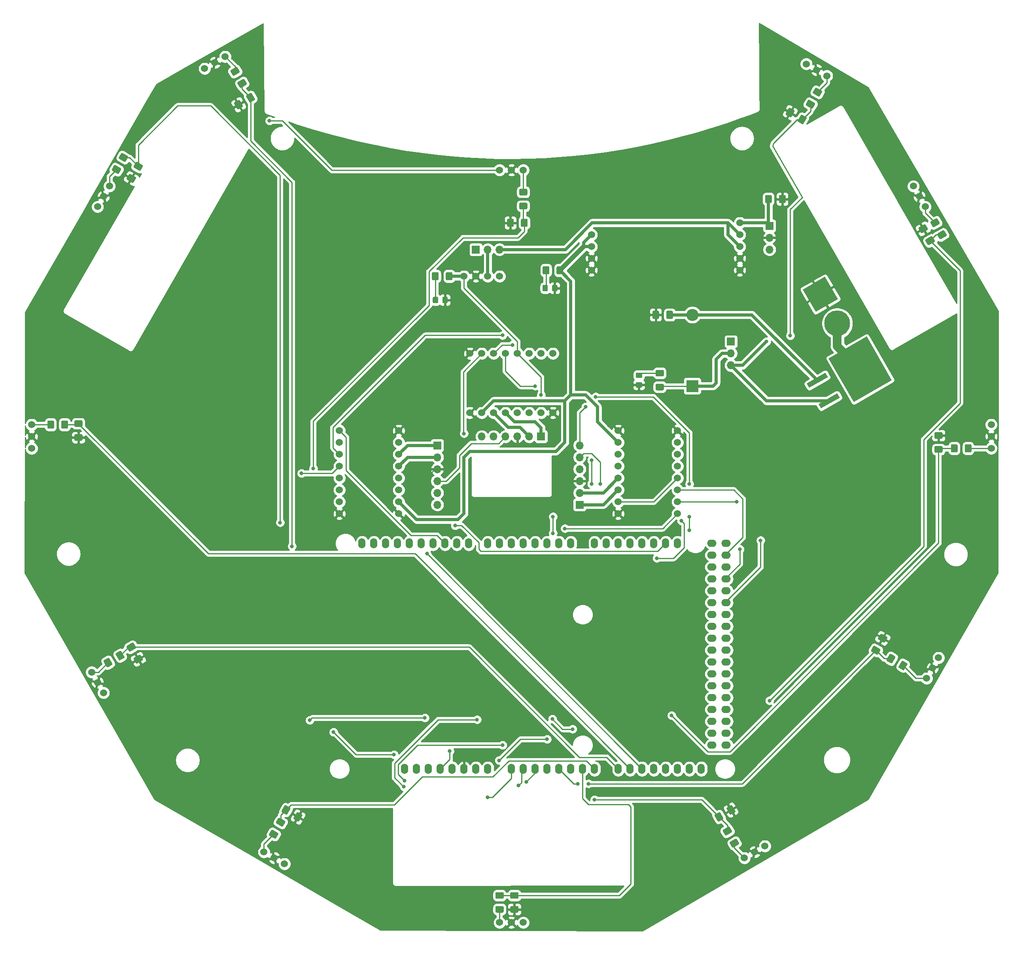
<source format=gbr>
G04 #@! TF.GenerationSoftware,KiCad,Pcbnew,(5.1.6)-1*
G04 #@! TF.CreationDate,2021-01-10T23:04:01+01:00*
G04 #@! TF.ProjectId,Robocup_PCB,526f626f-6375-4705-9f50-43422e6b6963,v1*
G04 #@! TF.SameCoordinates,Original*
G04 #@! TF.FileFunction,Copper,L1,Top*
G04 #@! TF.FilePolarity,Positive*
%FSLAX46Y46*%
G04 Gerber Fmt 4.6, Leading zero omitted, Abs format (unit mm)*
G04 Created by KiCad (PCBNEW (5.1.6)-1) date 2021-01-10 23:04:01*
%MOMM*%
%LPD*%
G01*
G04 APERTURE LIST*
G04 #@! TA.AperFunction,ComponentPad*
%ADD10O,2.600000X2.600000*%
G04 #@! TD*
G04 #@! TA.AperFunction,ComponentPad*
%ADD11R,2.600000X2.600000*%
G04 #@! TD*
G04 #@! TA.AperFunction,ComponentPad*
%ADD12C,1.524000*%
G04 #@! TD*
G04 #@! TA.AperFunction,ComponentPad*
%ADD13O,1.700000X1.700000*%
G04 #@! TD*
G04 #@! TA.AperFunction,ComponentPad*
%ADD14R,1.700000X1.700000*%
G04 #@! TD*
G04 #@! TA.AperFunction,ComponentPad*
%ADD15O,1.524000X2.197100*%
G04 #@! TD*
G04 #@! TA.AperFunction,ComponentPad*
%ADD16O,1.998980X1.536700*%
G04 #@! TD*
G04 #@! TA.AperFunction,ComponentPad*
%ADD17O,1.998980X1.539240*%
G04 #@! TD*
G04 #@! TA.AperFunction,ComponentPad*
%ADD18O,1.524000X2.199640*%
G04 #@! TD*
G04 #@! TA.AperFunction,ComponentPad*
%ADD19C,5.516000*%
G04 #@! TD*
G04 #@! TA.AperFunction,ComponentPad*
%ADD20C,0.100000*%
G04 #@! TD*
G04 #@! TA.AperFunction,SMDPad,CuDef*
%ADD21C,0.100000*%
G04 #@! TD*
G04 #@! TA.AperFunction,ViaPad*
%ADD22C,0.800000*%
G04 #@! TD*
G04 #@! TA.AperFunction,Conductor*
%ADD23C,0.254000*%
G04 #@! TD*
G04 #@! TA.AperFunction,Conductor*
%ADD24C,0.716000*%
G04 #@! TD*
G04 #@! TA.AperFunction,Conductor*
%ADD25C,1.860000*%
G04 #@! TD*
G04 #@! TA.AperFunction,Conductor*
%ADD26C,1.000000*%
G04 #@! TD*
G04 APERTURE END LIST*
G04 #@! TA.AperFunction,SMDPad,CuDef*
G36*
G01*
X219215000Y-81905000D02*
X219215000Y-80655000D01*
G75*
G02*
X219465000Y-80405000I250000J0D01*
G01*
X220390000Y-80405000D01*
G75*
G02*
X220640000Y-80655000I0J-250000D01*
G01*
X220640000Y-81905000D01*
G75*
G02*
X220390000Y-82155000I-250000J0D01*
G01*
X219465000Y-82155000D01*
G75*
G02*
X219215000Y-81905000I0J250000D01*
G01*
G37*
G04 #@! TD.AperFunction*
G04 #@! TA.AperFunction,SMDPad,CuDef*
G36*
G01*
X216240000Y-81905000D02*
X216240000Y-80655000D01*
G75*
G02*
X216490000Y-80405000I250000J0D01*
G01*
X217415000Y-80405000D01*
G75*
G02*
X217665000Y-80655000I0J-250000D01*
G01*
X217665000Y-81905000D01*
G75*
G02*
X217415000Y-82155000I-250000J0D01*
G01*
X216490000Y-82155000D01*
G75*
G02*
X216240000Y-81905000I0J250000D01*
G01*
G37*
G04 #@! TD.AperFunction*
G04 #@! TA.AperFunction,SMDPad,CuDef*
G36*
G01*
X278488670Y-59348766D02*
X279113670Y-58266234D01*
G75*
G02*
X279455176Y-58174728I216506J-125000D01*
G01*
X280256250Y-58637228D01*
G75*
G02*
X280347756Y-58978734I-125000J-216506D01*
G01*
X279722756Y-60061266D01*
G75*
G02*
X279381250Y-60152772I-216506J125000D01*
G01*
X278580176Y-59690272D01*
G75*
G02*
X278488670Y-59348766I125000J216506D01*
G01*
G37*
G04 #@! TD.AperFunction*
G04 #@! TA.AperFunction,SMDPad,CuDef*
G36*
G01*
X275912244Y-57861266D02*
X276537244Y-56778734D01*
G75*
G02*
X276878750Y-56687228I216506J-125000D01*
G01*
X277679824Y-57149728D01*
G75*
G02*
X277771330Y-57491234I-125000J-216506D01*
G01*
X277146330Y-58573766D01*
G75*
G02*
X276804824Y-58665272I-216506J125000D01*
G01*
X276003750Y-58202772D01*
G75*
G02*
X275912244Y-57861266I125000J216506D01*
G01*
G37*
G04 #@! TD.AperFunction*
G04 #@! TA.AperFunction,SMDPad,CuDef*
G36*
G01*
X305916234Y-84803670D02*
X306998766Y-84178670D01*
G75*
G02*
X307340272Y-84270176I125000J-216506D01*
G01*
X307802772Y-85071250D01*
G75*
G02*
X307711266Y-85412756I-216506J-125000D01*
G01*
X306628734Y-86037756D01*
G75*
G02*
X306287228Y-85946250I-125000J216506D01*
G01*
X305824728Y-85145176D01*
G75*
G02*
X305916234Y-84803670I216506J125000D01*
G01*
G37*
G04 #@! TD.AperFunction*
G04 #@! TA.AperFunction,SMDPad,CuDef*
G36*
G01*
X304428734Y-82227244D02*
X305511266Y-81602244D01*
G75*
G02*
X305852772Y-81693750I125000J-216506D01*
G01*
X306315272Y-82494824D01*
G75*
G02*
X306223766Y-82836330I-216506J-125000D01*
G01*
X305141234Y-83461330D01*
G75*
G02*
X304799728Y-83369824I-125000J216506D01*
G01*
X304337228Y-82568750D01*
G75*
G02*
X304428734Y-82227244I216506J125000D01*
G01*
G37*
G04 #@! TD.AperFunction*
G04 #@! TA.AperFunction,SMDPad,CuDef*
G36*
G01*
X307985000Y-129045000D02*
X309235000Y-129045000D01*
G75*
G02*
X309485000Y-129295000I0J-250000D01*
G01*
X309485000Y-130220000D01*
G75*
G02*
X309235000Y-130470000I-250000J0D01*
G01*
X307985000Y-130470000D01*
G75*
G02*
X307735000Y-130220000I0J250000D01*
G01*
X307735000Y-129295000D01*
G75*
G02*
X307985000Y-129045000I250000J0D01*
G01*
G37*
G04 #@! TD.AperFunction*
G04 #@! TA.AperFunction,SMDPad,CuDef*
G36*
G01*
X307985000Y-126070000D02*
X309235000Y-126070000D01*
G75*
G02*
X309485000Y-126320000I0J-250000D01*
G01*
X309485000Y-127245000D01*
G75*
G02*
X309235000Y-127495000I-250000J0D01*
G01*
X307985000Y-127495000D01*
G75*
G02*
X307735000Y-127245000I0J250000D01*
G01*
X307735000Y-126320000D01*
G75*
G02*
X307985000Y-126070000I250000J0D01*
G01*
G37*
G04 #@! TD.AperFunction*
G04 #@! TA.AperFunction,SMDPad,CuDef*
G36*
G01*
X294981234Y-171808670D02*
X296063766Y-172433670D01*
G75*
G02*
X296155272Y-172775176I-125000J-216506D01*
G01*
X295692772Y-173576250D01*
G75*
G02*
X295351266Y-173667756I-216506J125000D01*
G01*
X294268734Y-173042756D01*
G75*
G02*
X294177228Y-172701250I125000J216506D01*
G01*
X294639728Y-171900176D01*
G75*
G02*
X294981234Y-171808670I216506J-125000D01*
G01*
G37*
G04 #@! TD.AperFunction*
G04 #@! TA.AperFunction,SMDPad,CuDef*
G36*
G01*
X296468734Y-169232244D02*
X297551266Y-169857244D01*
G75*
G02*
X297642772Y-170198750I-125000J-216506D01*
G01*
X297180272Y-170999824D01*
G75*
G02*
X296838766Y-171091330I-216506J125000D01*
G01*
X295756234Y-170466330D01*
G75*
G02*
X295664728Y-170124824I125000J216506D01*
G01*
X296127228Y-169323750D01*
G75*
G02*
X296468734Y-169232244I216506J-125000D01*
G01*
G37*
G04 #@! TD.AperFunction*
G04 #@! TA.AperFunction,SMDPad,CuDef*
G36*
G01*
X261906330Y-207491234D02*
X262531330Y-208573766D01*
G75*
G02*
X262439824Y-208915272I-216506J-125000D01*
G01*
X261638750Y-209377772D01*
G75*
G02*
X261297244Y-209286266I-125000J216506D01*
G01*
X260672244Y-208203734D01*
G75*
G02*
X260763750Y-207862228I216506J125000D01*
G01*
X261564824Y-207399728D01*
G75*
G02*
X261906330Y-207491234I125000J-216506D01*
G01*
G37*
G04 #@! TD.AperFunction*
G04 #@! TA.AperFunction,SMDPad,CuDef*
G36*
G01*
X264482756Y-206003734D02*
X265107756Y-207086266D01*
G75*
G02*
X265016250Y-207427772I-216506J-125000D01*
G01*
X264215176Y-207890272D01*
G75*
G02*
X263873670Y-207798766I-125000J216506D01*
G01*
X263248670Y-206716234D01*
G75*
G02*
X263340176Y-206374728I216506J125000D01*
G01*
X264141250Y-205912228D01*
G75*
G02*
X264482756Y-206003734I125000J-216506D01*
G01*
G37*
G04 #@! TD.AperFunction*
G04 #@! TA.AperFunction,SMDPad,CuDef*
G36*
G01*
X218430000Y-225920000D02*
X217180000Y-225920000D01*
G75*
G02*
X216930000Y-225670000I0J250000D01*
G01*
X216930000Y-224745000D01*
G75*
G02*
X217180000Y-224495000I250000J0D01*
G01*
X218430000Y-224495000D01*
G75*
G02*
X218680000Y-224745000I0J-250000D01*
G01*
X218680000Y-225670000D01*
G75*
G02*
X218430000Y-225920000I-250000J0D01*
G01*
G37*
G04 #@! TD.AperFunction*
G04 #@! TA.AperFunction,SMDPad,CuDef*
G36*
G01*
X218430000Y-228895000D02*
X217180000Y-228895000D01*
G75*
G02*
X216930000Y-228645000I0J250000D01*
G01*
X216930000Y-227720000D01*
G75*
G02*
X217180000Y-227470000I250000J0D01*
G01*
X218430000Y-227470000D01*
G75*
G02*
X218680000Y-227720000I0J-250000D01*
G01*
X218680000Y-228645000D01*
G75*
G02*
X218430000Y-228895000I-250000J0D01*
G01*
G37*
G04 #@! TD.AperFunction*
G04 #@! TA.AperFunction,SMDPad,CuDef*
G36*
G01*
X169821330Y-206716234D02*
X169196330Y-207798766D01*
G75*
G02*
X168854824Y-207890272I-216506J125000D01*
G01*
X168053750Y-207427772D01*
G75*
G02*
X167962244Y-207086266I125000J216506D01*
G01*
X168587244Y-206003734D01*
G75*
G02*
X168928750Y-205912228I216506J-125000D01*
G01*
X169729824Y-206374728D01*
G75*
G02*
X169821330Y-206716234I-125000J-216506D01*
G01*
G37*
G04 #@! TD.AperFunction*
G04 #@! TA.AperFunction,SMDPad,CuDef*
G36*
G01*
X172397756Y-208203734D02*
X171772756Y-209286266D01*
G75*
G02*
X171431250Y-209377772I-216506J125000D01*
G01*
X170630176Y-208915272D01*
G75*
G02*
X170538670Y-208573766I125000J216506D01*
G01*
X171163670Y-207491234D01*
G75*
G02*
X171505176Y-207399728I216506J-125000D01*
G01*
X172306250Y-207862228D01*
G75*
G02*
X172397756Y-208203734I-125000J-216506D01*
G01*
G37*
G04 #@! TD.AperFunction*
G04 #@! TA.AperFunction,SMDPad,CuDef*
G36*
G01*
X136678766Y-172371330D02*
X135596234Y-172996330D01*
G75*
G02*
X135254728Y-172904824I-125000J216506D01*
G01*
X134792228Y-172103750D01*
G75*
G02*
X134883734Y-171762244I216506J125000D01*
G01*
X135966266Y-171137244D01*
G75*
G02*
X136307772Y-171228750I125000J-216506D01*
G01*
X136770272Y-172029824D01*
G75*
G02*
X136678766Y-172371330I-216506J-125000D01*
G01*
G37*
G04 #@! TD.AperFunction*
G04 #@! TA.AperFunction,SMDPad,CuDef*
G36*
G01*
X138166266Y-174947756D02*
X137083734Y-175572756D01*
G75*
G02*
X136742228Y-175481250I-125000J216506D01*
G01*
X136279728Y-174680176D01*
G75*
G02*
X136371234Y-174338670I216506J125000D01*
G01*
X137453766Y-173713670D01*
G75*
G02*
X137795272Y-173805176I125000J-216506D01*
G01*
X138257772Y-174606250D01*
G75*
G02*
X138166266Y-174947756I-216506J-125000D01*
G01*
G37*
G04 #@! TD.AperFunction*
G04 #@! TA.AperFunction,SMDPad,CuDef*
G36*
G01*
X125085000Y-124955000D02*
X123835000Y-124955000D01*
G75*
G02*
X123585000Y-124705000I0J250000D01*
G01*
X123585000Y-123780000D01*
G75*
G02*
X123835000Y-123530000I250000J0D01*
G01*
X125085000Y-123530000D01*
G75*
G02*
X125335000Y-123780000I0J-250000D01*
G01*
X125335000Y-124705000D01*
G75*
G02*
X125085000Y-124955000I-250000J0D01*
G01*
G37*
G04 #@! TD.AperFunction*
G04 #@! TA.AperFunction,SMDPad,CuDef*
G36*
G01*
X125085000Y-127930000D02*
X123835000Y-127930000D01*
G75*
G02*
X123585000Y-127680000I0J250000D01*
G01*
X123585000Y-126755000D01*
G75*
G02*
X123835000Y-126505000I250000J0D01*
G01*
X125085000Y-126505000D01*
G75*
G02*
X125335000Y-126755000I0J-250000D01*
G01*
X125335000Y-127680000D01*
G75*
G02*
X125085000Y-127930000I-250000J0D01*
G01*
G37*
G04 #@! TD.AperFunction*
G04 #@! TA.AperFunction,SMDPad,CuDef*
G36*
G01*
X137453766Y-70126330D02*
X136371234Y-69501330D01*
G75*
G02*
X136279728Y-69159824I125000J216506D01*
G01*
X136742228Y-68358750D01*
G75*
G02*
X137083734Y-68267244I216506J-125000D01*
G01*
X138166266Y-68892244D01*
G75*
G02*
X138257772Y-69233750I-125000J-216506D01*
G01*
X137795272Y-70034824D01*
G75*
G02*
X137453766Y-70126330I-216506J125000D01*
G01*
G37*
G04 #@! TD.AperFunction*
G04 #@! TA.AperFunction,SMDPad,CuDef*
G36*
G01*
X135966266Y-72702756D02*
X134883734Y-72077756D01*
G75*
G02*
X134792228Y-71736250I125000J216506D01*
G01*
X135254728Y-70935176D01*
G75*
G02*
X135596234Y-70843670I216506J-125000D01*
G01*
X136678766Y-71468670D01*
G75*
G02*
X136770272Y-71810176I-125000J-216506D01*
G01*
X136307772Y-72611250D01*
G75*
G02*
X135966266Y-72702756I-216506J125000D01*
G01*
G37*
G04 #@! TD.AperFunction*
G04 #@! TA.AperFunction,SMDPad,CuDef*
G36*
G01*
X161003670Y-55398766D02*
X160378670Y-54316234D01*
G75*
G02*
X160470176Y-53974728I216506J125000D01*
G01*
X161271250Y-53512228D01*
G75*
G02*
X161612756Y-53603734I125000J-216506D01*
G01*
X162237756Y-54686266D01*
G75*
G02*
X162146250Y-55027772I-216506J-125000D01*
G01*
X161345176Y-55490272D01*
G75*
G02*
X161003670Y-55398766I-125000J216506D01*
G01*
G37*
G04 #@! TD.AperFunction*
G04 #@! TA.AperFunction,SMDPad,CuDef*
G36*
G01*
X158427244Y-56886266D02*
X157802244Y-55803734D01*
G75*
G02*
X157893750Y-55462228I216506J125000D01*
G01*
X158694824Y-54999728D01*
G75*
G02*
X159036330Y-55091234I125000J-216506D01*
G01*
X159661330Y-56173766D01*
G75*
G02*
X159569824Y-56515272I-216506J-125000D01*
G01*
X158768750Y-56977772D01*
G75*
G02*
X158427244Y-56886266I-125000J216506D01*
G01*
G37*
G04 #@! TD.AperFunction*
G04 #@! TA.AperFunction,SMDPad,CuDef*
G36*
G01*
X274460000Y-76825000D02*
X274460000Y-75575000D01*
G75*
G02*
X274710000Y-75325000I250000J0D01*
G01*
X275635000Y-75325000D01*
G75*
G02*
X275885000Y-75575000I0J-250000D01*
G01*
X275885000Y-76825000D01*
G75*
G02*
X275635000Y-77075000I-250000J0D01*
G01*
X274710000Y-77075000D01*
G75*
G02*
X274460000Y-76825000I0J250000D01*
G01*
G37*
G04 #@! TD.AperFunction*
G04 #@! TA.AperFunction,SMDPad,CuDef*
G36*
G01*
X271485000Y-76825000D02*
X271485000Y-75575000D01*
G75*
G02*
X271735000Y-75325000I250000J0D01*
G01*
X272660000Y-75325000D01*
G75*
G02*
X272910000Y-75575000I0J-250000D01*
G01*
X272910000Y-76825000D01*
G75*
G02*
X272660000Y-77075000I-250000J0D01*
G01*
X271735000Y-77075000D01*
G75*
G02*
X271485000Y-76825000I0J250000D01*
G01*
G37*
G04 #@! TD.AperFunction*
D10*
X255905000Y-100965000D03*
D11*
X255905000Y-116205000D03*
G04 #@! TA.AperFunction,SMDPad,CuDef*
G36*
G01*
X224975000Y-94799999D02*
X224975000Y-95700001D01*
G75*
G02*
X224725001Y-95950000I-249999J0D01*
G01*
X224074999Y-95950000D01*
G75*
G02*
X223825000Y-95700001I0J249999D01*
G01*
X223825000Y-94799999D01*
G75*
G02*
X224074999Y-94550000I249999J0D01*
G01*
X224725001Y-94550000D01*
G75*
G02*
X224975000Y-94799999I0J-249999D01*
G01*
G37*
G04 #@! TD.AperFunction*
G04 #@! TA.AperFunction,SMDPad,CuDef*
G36*
G01*
X227025000Y-94799999D02*
X227025000Y-95700001D01*
G75*
G02*
X226775001Y-95950000I-249999J0D01*
G01*
X226124999Y-95950000D01*
G75*
G02*
X225875000Y-95700001I0J249999D01*
G01*
X225875000Y-94799999D01*
G75*
G02*
X226124999Y-94550000I249999J0D01*
G01*
X226775001Y-94550000D01*
G75*
G02*
X227025000Y-94799999I0J-249999D01*
G01*
G37*
G04 #@! TD.AperFunction*
G04 #@! TA.AperFunction,SMDPad,CuDef*
G36*
G01*
X244925001Y-114485000D02*
X244024999Y-114485000D01*
G75*
G02*
X243775000Y-114235001I0J249999D01*
G01*
X243775000Y-113584999D01*
G75*
G02*
X244024999Y-113335000I249999J0D01*
G01*
X244925001Y-113335000D01*
G75*
G02*
X245175000Y-113584999I0J-249999D01*
G01*
X245175000Y-114235001D01*
G75*
G02*
X244925001Y-114485000I-249999J0D01*
G01*
G37*
G04 #@! TD.AperFunction*
G04 #@! TA.AperFunction,SMDPad,CuDef*
G36*
G01*
X244925001Y-116535000D02*
X244024999Y-116535000D01*
G75*
G02*
X243775000Y-116285001I0J249999D01*
G01*
X243775000Y-115634999D01*
G75*
G02*
X244024999Y-115385000I249999J0D01*
G01*
X244925001Y-115385000D01*
G75*
G02*
X245175000Y-115634999I0J-249999D01*
G01*
X245175000Y-116285001D01*
G75*
G02*
X244925001Y-116535000I-249999J0D01*
G01*
G37*
G04 #@! TD.AperFunction*
G04 #@! TA.AperFunction,SMDPad,CuDef*
G36*
G01*
X201480000Y-97339999D02*
X201480000Y-98240001D01*
G75*
G02*
X201230001Y-98490000I-249999J0D01*
G01*
X200579999Y-98490000D01*
G75*
G02*
X200330000Y-98240001I0J249999D01*
G01*
X200330000Y-97339999D01*
G75*
G02*
X200579999Y-97090000I249999J0D01*
G01*
X201230001Y-97090000D01*
G75*
G02*
X201480000Y-97339999I0J-249999D01*
G01*
G37*
G04 #@! TD.AperFunction*
G04 #@! TA.AperFunction,SMDPad,CuDef*
G36*
G01*
X203530000Y-97339999D02*
X203530000Y-98240001D01*
G75*
G02*
X203280001Y-98490000I-249999J0D01*
G01*
X202629999Y-98490000D01*
G75*
G02*
X202380000Y-98240001I0J249999D01*
G01*
X202380000Y-97339999D01*
G75*
G02*
X202629999Y-97090000I249999J0D01*
G01*
X203280001Y-97090000D01*
G75*
G02*
X203530000Y-97339999I0J-249999D01*
G01*
G37*
G04 #@! TD.AperFunction*
D12*
X219710000Y-69995000D03*
X217170000Y-69995000D03*
X214630000Y-69995000D03*
X284702205Y-49825721D03*
X282502500Y-48555721D03*
X280302795Y-47285721D03*
X305774279Y-77837205D03*
X304504279Y-75637500D03*
X303234279Y-73437795D03*
X319895000Y-129540000D03*
X319895000Y-127000000D03*
X319895000Y-124460000D03*
X306070000Y-178729705D03*
X307340000Y-176530000D03*
X308610000Y-174330295D03*
X267040295Y-217170000D03*
X269240000Y-215900000D03*
X271439705Y-214630000D03*
X214630000Y-230995000D03*
X217170000Y-230995000D03*
X219710000Y-230995000D03*
X164170295Y-215900000D03*
X166370000Y-217170000D03*
X168569705Y-218440000D03*
X127295721Y-177432795D03*
X128565721Y-179632500D03*
X129835721Y-181832205D03*
X114445000Y-124460000D03*
X114445000Y-127000000D03*
X114445000Y-129540000D03*
X131105721Y-73437795D03*
X129835721Y-75637500D03*
X128565721Y-77837205D03*
X155869705Y-45720000D03*
X153670000Y-46990000D03*
X151470295Y-48260000D03*
D13*
X231775000Y-128905000D03*
X231775000Y-131445000D03*
X231775000Y-133985000D03*
X231775000Y-136525000D03*
X231775000Y-139065000D03*
D14*
X231775000Y-141605000D03*
D13*
X210820000Y-127000000D03*
X213360000Y-127000000D03*
X215900000Y-127000000D03*
X218440000Y-127000000D03*
X220980000Y-127000000D03*
D14*
X223520000Y-127000000D03*
D13*
X201295000Y-141605000D03*
X201295000Y-139065000D03*
X201295000Y-136525000D03*
X201295000Y-133985000D03*
X201295000Y-131445000D03*
D14*
X201295000Y-128905000D03*
D15*
X185166000Y-149860000D03*
X187706000Y-149860000D03*
X190246000Y-149860000D03*
X192786000Y-149860000D03*
X195326000Y-149860000D03*
X197866000Y-149860000D03*
X200406000Y-149860000D03*
X202946000Y-149860000D03*
X205486000Y-149860000D03*
X208026000Y-149860000D03*
X212090000Y-149860000D03*
X214630000Y-149860000D03*
X217170000Y-149860000D03*
X219710000Y-149860000D03*
X222250000Y-149860000D03*
X224790000Y-149860000D03*
X227330000Y-149860000D03*
X229870000Y-149860000D03*
X234950000Y-149860000D03*
X237490000Y-149860000D03*
X240030000Y-149860000D03*
X242570000Y-149860000D03*
X245110000Y-149860000D03*
X247650000Y-149860000D03*
X250190000Y-149860000D03*
X252730000Y-149860000D03*
D16*
X263136380Y-149860000D03*
X263136380Y-152400000D03*
X263136380Y-154940000D03*
X263136380Y-157480000D03*
X263136380Y-160020000D03*
X263136380Y-162560000D03*
X263136380Y-165100000D03*
X263136380Y-167640000D03*
X263136380Y-170180000D03*
X263136380Y-172720000D03*
X263136380Y-175260000D03*
X263136380Y-177800000D03*
X263136380Y-180340000D03*
X263136380Y-182880000D03*
X263136380Y-185420000D03*
X263136380Y-187960000D03*
X263136380Y-190500000D03*
X263136380Y-193040000D03*
D17*
X260101080Y-149860000D03*
X260101080Y-152400000D03*
X260101080Y-154940000D03*
X260101080Y-157480000D03*
X260101080Y-160020000D03*
X260101080Y-162560000D03*
X260101080Y-165100000D03*
X260101080Y-167640000D03*
X260101080Y-170180000D03*
X260101080Y-172720000D03*
X260101080Y-175260000D03*
X260101080Y-177800000D03*
X260101080Y-180340000D03*
X260101080Y-182880000D03*
X260101080Y-185420000D03*
X260101080Y-187960000D03*
X260101080Y-190500000D03*
X260101080Y-193040000D03*
D15*
X257810000Y-198120000D03*
X255270000Y-198120000D03*
X252730000Y-198120000D03*
X250190000Y-198120000D03*
X247650000Y-198120000D03*
D18*
X245110000Y-198120000D03*
X242570000Y-198120000D03*
X240030000Y-198120000D03*
X234950000Y-198120000D03*
X232410000Y-198120000D03*
X229870000Y-198120000D03*
X227330000Y-198120000D03*
X224790000Y-198120000D03*
X222250000Y-198120000D03*
X219710000Y-198120000D03*
X217170000Y-198120000D03*
X212090000Y-198120000D03*
X209550000Y-198120000D03*
X207010000Y-198120000D03*
X204470000Y-198120000D03*
X201930000Y-198120000D03*
X199390000Y-198120000D03*
X196850000Y-198120000D03*
X194310000Y-198120000D03*
D19*
X286915000Y-102812691D03*
G04 #@! TA.AperFunction,ComponentPad*
D20*
G36*
X279547502Y-95567811D02*
G01*
X284324498Y-92809811D01*
X287082498Y-97586807D01*
X282305502Y-100344807D01*
X279547502Y-95567811D01*
G37*
G04 #@! TD.AperFunction*
G04 #@! TA.AperFunction,SMDPad,CuDef*
G36*
G01*
X219085000Y-76975000D02*
X220335000Y-76975000D01*
G75*
G02*
X220585000Y-77225000I0J-250000D01*
G01*
X220585000Y-78150000D01*
G75*
G02*
X220335000Y-78400000I-250000J0D01*
G01*
X219085000Y-78400000D01*
G75*
G02*
X218835000Y-78150000I0J250000D01*
G01*
X218835000Y-77225000D01*
G75*
G02*
X219085000Y-76975000I250000J0D01*
G01*
G37*
G04 #@! TD.AperFunction*
G04 #@! TA.AperFunction,SMDPad,CuDef*
G36*
G01*
X219085000Y-74000000D02*
X220335000Y-74000000D01*
G75*
G02*
X220585000Y-74250000I0J-250000D01*
G01*
X220585000Y-75175000D01*
G75*
G02*
X220335000Y-75425000I-250000J0D01*
G01*
X219085000Y-75425000D01*
G75*
G02*
X218835000Y-75175000I0J250000D01*
G01*
X218835000Y-74250000D01*
G75*
G02*
X219085000Y-74000000I250000J0D01*
G01*
G37*
G04 #@! TD.AperFunction*
G04 #@! TA.AperFunction,SMDPad,CuDef*
G36*
G01*
X281011234Y-54968670D02*
X282093766Y-55593670D01*
G75*
G02*
X282185272Y-55935176I-125000J-216506D01*
G01*
X281722772Y-56736250D01*
G75*
G02*
X281381266Y-56827756I-216506J125000D01*
G01*
X280298734Y-56202756D01*
G75*
G02*
X280207228Y-55861250I125000J216506D01*
G01*
X280669728Y-55060176D01*
G75*
G02*
X281011234Y-54968670I216506J-125000D01*
G01*
G37*
G04 #@! TD.AperFunction*
G04 #@! TA.AperFunction,SMDPad,CuDef*
G36*
G01*
X282498734Y-52392244D02*
X283581266Y-53017244D01*
G75*
G02*
X283672772Y-53358750I-125000J-216506D01*
G01*
X283210272Y-54159824D01*
G75*
G02*
X282868766Y-54251330I-216506J125000D01*
G01*
X281786234Y-53626330D01*
G75*
G02*
X281694728Y-53284824I125000J216506D01*
G01*
X282157228Y-52483750D01*
G75*
G02*
X282498734Y-52392244I216506J-125000D01*
G01*
G37*
G04 #@! TD.AperFunction*
G04 #@! TA.AperFunction,SMDPad,CuDef*
G36*
G01*
X308456234Y-83533670D02*
X309538766Y-82908670D01*
G75*
G02*
X309880272Y-83000176I125000J-216506D01*
G01*
X310342772Y-83801250D01*
G75*
G02*
X310251266Y-84142756I-216506J-125000D01*
G01*
X309168734Y-84767756D01*
G75*
G02*
X308827228Y-84676250I-125000J216506D01*
G01*
X308364728Y-83875176D01*
G75*
G02*
X308456234Y-83533670I216506J125000D01*
G01*
G37*
G04 #@! TD.AperFunction*
G04 #@! TA.AperFunction,SMDPad,CuDef*
G36*
G01*
X306968734Y-80957244D02*
X308051266Y-80332244D01*
G75*
G02*
X308392772Y-80423750I125000J-216506D01*
G01*
X308855272Y-81224824D01*
G75*
G02*
X308763766Y-81566330I-216506J-125000D01*
G01*
X307681234Y-82191330D01*
G75*
G02*
X307339728Y-82099824I-125000J216506D01*
G01*
X306877228Y-81298750D01*
G75*
G02*
X306968734Y-80957244I216506J125000D01*
G01*
G37*
G04 #@! TD.AperFunction*
G04 #@! TA.AperFunction,SMDPad,CuDef*
G36*
G01*
X312697500Y-128915000D02*
X312697500Y-130165000D01*
G75*
G02*
X312447500Y-130415000I-250000J0D01*
G01*
X311522500Y-130415000D01*
G75*
G02*
X311272500Y-130165000I0J250000D01*
G01*
X311272500Y-128915000D01*
G75*
G02*
X311522500Y-128665000I250000J0D01*
G01*
X312447500Y-128665000D01*
G75*
G02*
X312697500Y-128915000I0J-250000D01*
G01*
G37*
G04 #@! TD.AperFunction*
G04 #@! TA.AperFunction,SMDPad,CuDef*
G36*
G01*
X315672500Y-128915000D02*
X315672500Y-130165000D01*
G75*
G02*
X315422500Y-130415000I-250000J0D01*
G01*
X314497500Y-130415000D01*
G75*
G02*
X314247500Y-130165000I0J250000D01*
G01*
X314247500Y-128915000D01*
G75*
G02*
X314497500Y-128665000I250000J0D01*
G01*
X315422500Y-128665000D01*
G75*
G02*
X315672500Y-128915000I0J-250000D01*
G01*
G37*
G04 #@! TD.AperFunction*
G04 #@! TA.AperFunction,SMDPad,CuDef*
G36*
G01*
X299361330Y-174331234D02*
X298736330Y-175413766D01*
G75*
G02*
X298394824Y-175505272I-216506J125000D01*
G01*
X297593750Y-175042772D01*
G75*
G02*
X297502244Y-174701266I125000J216506D01*
G01*
X298127244Y-173618734D01*
G75*
G02*
X298468750Y-173527228I216506J-125000D01*
G01*
X299269824Y-173989728D01*
G75*
G02*
X299361330Y-174331234I-125000J-216506D01*
G01*
G37*
G04 #@! TD.AperFunction*
G04 #@! TA.AperFunction,SMDPad,CuDef*
G36*
G01*
X301937756Y-175818734D02*
X301312756Y-176901266D01*
G75*
G02*
X300971250Y-176992772I-216506J125000D01*
G01*
X300170176Y-176530272D01*
G75*
G02*
X300078670Y-176188766I125000J216506D01*
G01*
X300703670Y-175106234D01*
G75*
G02*
X301045176Y-175014728I216506J-125000D01*
G01*
X301846250Y-175477228D01*
G75*
G02*
X301937756Y-175818734I-125000J-216506D01*
G01*
G37*
G04 #@! TD.AperFunction*
G04 #@! TA.AperFunction,SMDPad,CuDef*
G36*
G01*
X264313766Y-211741330D02*
X263231234Y-212366330D01*
G75*
G02*
X262889728Y-212274824I-125000J216506D01*
G01*
X262427228Y-211473750D01*
G75*
G02*
X262518734Y-211132244I216506J125000D01*
G01*
X263601266Y-210507244D01*
G75*
G02*
X263942772Y-210598750I125000J-216506D01*
G01*
X264405272Y-211399824D01*
G75*
G02*
X264313766Y-211741330I-216506J-125000D01*
G01*
G37*
G04 #@! TD.AperFunction*
G04 #@! TA.AperFunction,SMDPad,CuDef*
G36*
G01*
X265801266Y-214317756D02*
X264718734Y-214942756D01*
G75*
G02*
X264377228Y-214851250I-125000J216506D01*
G01*
X263914728Y-214050176D01*
G75*
G02*
X264006234Y-213708670I216506J125000D01*
G01*
X265088766Y-213083670D01*
G75*
G02*
X265430272Y-213175176I125000J-216506D01*
G01*
X265892772Y-213976250D01*
G75*
G02*
X265801266Y-214317756I-216506J-125000D01*
G01*
G37*
G04 #@! TD.AperFunction*
G04 #@! TA.AperFunction,SMDPad,CuDef*
G36*
G01*
X215255000Y-225920000D02*
X214005000Y-225920000D01*
G75*
G02*
X213755000Y-225670000I0J250000D01*
G01*
X213755000Y-224745000D01*
G75*
G02*
X214005000Y-224495000I250000J0D01*
G01*
X215255000Y-224495000D01*
G75*
G02*
X215505000Y-224745000I0J-250000D01*
G01*
X215505000Y-225670000D01*
G75*
G02*
X215255000Y-225920000I-250000J0D01*
G01*
G37*
G04 #@! TD.AperFunction*
G04 #@! TA.AperFunction,SMDPad,CuDef*
G36*
G01*
X215255000Y-228895000D02*
X214005000Y-228895000D01*
G75*
G02*
X213755000Y-228645000I0J250000D01*
G01*
X213755000Y-227720000D01*
G75*
G02*
X214005000Y-227470000I250000J0D01*
G01*
X215255000Y-227470000D01*
G75*
G02*
X215505000Y-227720000I0J-250000D01*
G01*
X215505000Y-228645000D01*
G75*
G02*
X215255000Y-228895000I-250000J0D01*
G01*
G37*
G04 #@! TD.AperFunction*
G04 #@! TA.AperFunction,SMDPad,CuDef*
G36*
G01*
X167933766Y-210461330D02*
X166851234Y-209836330D01*
G75*
G02*
X166759728Y-209494824I125000J216506D01*
G01*
X167222228Y-208693750D01*
G75*
G02*
X167563734Y-208602244I216506J-125000D01*
G01*
X168646266Y-209227244D01*
G75*
G02*
X168737772Y-209568750I-125000J-216506D01*
G01*
X168275272Y-210369824D01*
G75*
G02*
X167933766Y-210461330I-216506J125000D01*
G01*
G37*
G04 #@! TD.AperFunction*
G04 #@! TA.AperFunction,SMDPad,CuDef*
G36*
G01*
X166446266Y-213037756D02*
X165363734Y-212412756D01*
G75*
G02*
X165272228Y-212071250I125000J216506D01*
G01*
X165734728Y-211270176D01*
G75*
G02*
X166076234Y-211178670I216506J-125000D01*
G01*
X167158766Y-211803670D01*
G75*
G02*
X167250272Y-212145176I-125000J-216506D01*
G01*
X166787772Y-212946250D01*
G75*
G02*
X166446266Y-213037756I-216506J125000D01*
G01*
G37*
G04 #@! TD.AperFunction*
G04 #@! TA.AperFunction,SMDPad,CuDef*
G36*
G01*
X133063670Y-174778766D02*
X132438670Y-173696234D01*
G75*
G02*
X132530176Y-173354728I216506J125000D01*
G01*
X133331250Y-172892228D01*
G75*
G02*
X133672756Y-172983734I125000J-216506D01*
G01*
X134297756Y-174066266D01*
G75*
G02*
X134206250Y-174407772I-216506J-125000D01*
G01*
X133405176Y-174870272D01*
G75*
G02*
X133063670Y-174778766I-125000J216506D01*
G01*
G37*
G04 #@! TD.AperFunction*
G04 #@! TA.AperFunction,SMDPad,CuDef*
G36*
G01*
X130487244Y-176266266D02*
X129862244Y-175183734D01*
G75*
G02*
X129953750Y-174842228I216506J125000D01*
G01*
X130754824Y-174379728D01*
G75*
G02*
X131096330Y-174471234I125000J-216506D01*
G01*
X131721330Y-175553766D01*
G75*
G02*
X131629824Y-175895272I-216506J-125000D01*
G01*
X130828750Y-176357772D01*
G75*
G02*
X130487244Y-176266266I-125000J216506D01*
G01*
G37*
G04 #@! TD.AperFunction*
G04 #@! TA.AperFunction,SMDPad,CuDef*
G36*
G01*
X120790000Y-125085000D02*
X120790000Y-123835000D01*
G75*
G02*
X121040000Y-123585000I250000J0D01*
G01*
X121965000Y-123585000D01*
G75*
G02*
X122215000Y-123835000I0J-250000D01*
G01*
X122215000Y-125085000D01*
G75*
G02*
X121965000Y-125335000I-250000J0D01*
G01*
X121040000Y-125335000D01*
G75*
G02*
X120790000Y-125085000I0J250000D01*
G01*
G37*
G04 #@! TD.AperFunction*
G04 #@! TA.AperFunction,SMDPad,CuDef*
G36*
G01*
X117815000Y-125085000D02*
X117815000Y-123835000D01*
G75*
G02*
X118065000Y-123585000I250000J0D01*
G01*
X118990000Y-123585000D01*
G75*
G02*
X119240000Y-123835000I0J-250000D01*
G01*
X119240000Y-125085000D01*
G75*
G02*
X118990000Y-125335000I-250000J0D01*
G01*
X118065000Y-125335000D01*
G75*
G02*
X117815000Y-125085000I0J250000D01*
G01*
G37*
G04 #@! TD.AperFunction*
G04 #@! TA.AperFunction,SMDPad,CuDef*
G36*
G01*
X134278766Y-68221330D02*
X133196234Y-67596330D01*
G75*
G02*
X133104728Y-67254824I125000J216506D01*
G01*
X133567228Y-66453750D01*
G75*
G02*
X133908734Y-66362244I216506J-125000D01*
G01*
X134991266Y-66987244D01*
G75*
G02*
X135082772Y-67328750I-125000J-216506D01*
G01*
X134620272Y-68129824D01*
G75*
G02*
X134278766Y-68221330I-216506J125000D01*
G01*
G37*
G04 #@! TD.AperFunction*
G04 #@! TA.AperFunction,SMDPad,CuDef*
G36*
G01*
X132791266Y-70797756D02*
X131708734Y-70172756D01*
G75*
G02*
X131617228Y-69831250I125000J216506D01*
G01*
X132079728Y-69030176D01*
G75*
G02*
X132421234Y-68938670I216506J-125000D01*
G01*
X133503766Y-69563670D01*
G75*
G02*
X133595272Y-69905176I-125000J-216506D01*
G01*
X133132772Y-70706250D01*
G75*
G02*
X132791266Y-70797756I-216506J125000D01*
G01*
G37*
G04 #@! TD.AperFunction*
G04 #@! TA.AperFunction,SMDPad,CuDef*
G36*
G01*
X158596234Y-51148670D02*
X159678766Y-50523670D01*
G75*
G02*
X160020272Y-50615176I125000J-216506D01*
G01*
X160482772Y-51416250D01*
G75*
G02*
X160391266Y-51757756I-216506J-125000D01*
G01*
X159308734Y-52382756D01*
G75*
G02*
X158967228Y-52291250I-125000J216506D01*
G01*
X158504728Y-51490176D01*
G75*
G02*
X158596234Y-51148670I216506J125000D01*
G01*
G37*
G04 #@! TD.AperFunction*
G04 #@! TA.AperFunction,SMDPad,CuDef*
G36*
G01*
X157108734Y-48572244D02*
X158191266Y-47947244D01*
G75*
G02*
X158532772Y-48038750I125000J-216506D01*
G01*
X158995272Y-48839824D01*
G75*
G02*
X158903766Y-49181330I-216506J-125000D01*
G01*
X157821234Y-49806330D01*
G75*
G02*
X157479728Y-49714824I-125000J216506D01*
G01*
X157017228Y-48913750D01*
G75*
G02*
X157108734Y-48572244I216506J125000D01*
G01*
G37*
G04 #@! TD.AperFunction*
G04 #@! TA.AperFunction,SMDPad,CuDef*
G36*
G01*
X248780000Y-100340000D02*
X248780000Y-101590000D01*
G75*
G02*
X248530000Y-101840000I-250000J0D01*
G01*
X247605000Y-101840000D01*
G75*
G02*
X247355000Y-101590000I0J250000D01*
G01*
X247355000Y-100340000D01*
G75*
G02*
X247605000Y-100090000I250000J0D01*
G01*
X248530000Y-100090000D01*
G75*
G02*
X248780000Y-100340000I0J-250000D01*
G01*
G37*
G04 #@! TD.AperFunction*
G04 #@! TA.AperFunction,SMDPad,CuDef*
G36*
G01*
X251755000Y-100340000D02*
X251755000Y-101590000D01*
G75*
G02*
X251505000Y-101840000I-250000J0D01*
G01*
X250580000Y-101840000D01*
G75*
G02*
X250330000Y-101590000I0J250000D01*
G01*
X250330000Y-100340000D01*
G75*
G02*
X250580000Y-100090000I250000J0D01*
G01*
X251505000Y-100090000D01*
G75*
G02*
X251755000Y-100340000I0J-250000D01*
G01*
G37*
G04 #@! TD.AperFunction*
G04 #@! TA.AperFunction,SMDPad,CuDef*
G36*
G01*
X225285000Y-90815000D02*
X225285000Y-92065000D01*
G75*
G02*
X225035000Y-92315000I-250000J0D01*
G01*
X224110000Y-92315000D01*
G75*
G02*
X223860000Y-92065000I0J250000D01*
G01*
X223860000Y-90815000D01*
G75*
G02*
X224110000Y-90565000I250000J0D01*
G01*
X225035000Y-90565000D01*
G75*
G02*
X225285000Y-90815000I0J-250000D01*
G01*
G37*
G04 #@! TD.AperFunction*
G04 #@! TA.AperFunction,SMDPad,CuDef*
G36*
G01*
X228260000Y-90815000D02*
X228260000Y-92065000D01*
G75*
G02*
X228010000Y-92315000I-250000J0D01*
G01*
X227085000Y-92315000D01*
G75*
G02*
X226835000Y-92065000I0J250000D01*
G01*
X226835000Y-90815000D01*
G75*
G02*
X227085000Y-90565000I250000J0D01*
G01*
X228010000Y-90565000D01*
G75*
G02*
X228260000Y-90815000I0J-250000D01*
G01*
G37*
G04 #@! TD.AperFunction*
G04 #@! TA.AperFunction,SMDPad,CuDef*
G36*
G01*
X249545000Y-114160000D02*
X248295000Y-114160000D01*
G75*
G02*
X248045000Y-113910000I0J250000D01*
G01*
X248045000Y-112985000D01*
G75*
G02*
X248295000Y-112735000I250000J0D01*
G01*
X249545000Y-112735000D01*
G75*
G02*
X249795000Y-112985000I0J-250000D01*
G01*
X249795000Y-113910000D01*
G75*
G02*
X249545000Y-114160000I-250000J0D01*
G01*
G37*
G04 #@! TD.AperFunction*
G04 #@! TA.AperFunction,SMDPad,CuDef*
G36*
G01*
X249545000Y-117135000D02*
X248295000Y-117135000D01*
G75*
G02*
X248045000Y-116885000I0J250000D01*
G01*
X248045000Y-115960000D01*
G75*
G02*
X248295000Y-115710000I250000J0D01*
G01*
X249545000Y-115710000D01*
G75*
G02*
X249795000Y-115960000I0J-250000D01*
G01*
X249795000Y-116885000D01*
G75*
G02*
X249545000Y-117135000I-250000J0D01*
G01*
G37*
G04 #@! TD.AperFunction*
G04 #@! TA.AperFunction,SMDPad,CuDef*
G36*
G01*
X201572500Y-92085000D02*
X201572500Y-93335000D01*
G75*
G02*
X201322500Y-93585000I-250000J0D01*
G01*
X200397500Y-93585000D01*
G75*
G02*
X200147500Y-93335000I0J250000D01*
G01*
X200147500Y-92085000D01*
G75*
G02*
X200397500Y-91835000I250000J0D01*
G01*
X201322500Y-91835000D01*
G75*
G02*
X201572500Y-92085000I0J-250000D01*
G01*
G37*
G04 #@! TD.AperFunction*
G04 #@! TA.AperFunction,SMDPad,CuDef*
G36*
G01*
X204547500Y-92085000D02*
X204547500Y-93335000D01*
G75*
G02*
X204297500Y-93585000I-250000J0D01*
G01*
X203372500Y-93585000D01*
G75*
G02*
X203122500Y-93335000I0J250000D01*
G01*
X203122500Y-92085000D01*
G75*
G02*
X203372500Y-91835000I250000J0D01*
G01*
X204297500Y-91835000D01*
G75*
G02*
X204547500Y-92085000I0J-250000D01*
G01*
G37*
G04 #@! TD.AperFunction*
D13*
X214630000Y-86995000D03*
X212090000Y-86995000D03*
D14*
X209550000Y-86995000D03*
D12*
X240030000Y-143510000D03*
X240030000Y-140970000D03*
X240030000Y-138430000D03*
X240030000Y-135890000D03*
X240030000Y-133350000D03*
X240030000Y-130810000D03*
X240030000Y-128270000D03*
X240030000Y-125730000D03*
X252730000Y-125730000D03*
X252730000Y-128270000D03*
X252730000Y-130810000D03*
X252730000Y-133350000D03*
X252730000Y-135890000D03*
X252730000Y-138430000D03*
X252730000Y-140970000D03*
X252730000Y-143510000D03*
X226060000Y-121920000D03*
X223520000Y-121920000D03*
X220980000Y-121920000D03*
X218440000Y-121920000D03*
X215900000Y-121920000D03*
X213360000Y-121920000D03*
X210820000Y-121920000D03*
X208280000Y-121920000D03*
X208280000Y-109220000D03*
X210820000Y-109220000D03*
X213360000Y-109220000D03*
X215900000Y-109220000D03*
X218440000Y-109220000D03*
X220980000Y-109220000D03*
X223520000Y-109220000D03*
X226060000Y-109220000D03*
X207010000Y-92710000D03*
X209550000Y-92710000D03*
X212090000Y-92710000D03*
X214630000Y-92710000D03*
X234315000Y-83820000D03*
X234315000Y-86360000D03*
X234315000Y-88900000D03*
X234315000Y-91440000D03*
X266065000Y-81280000D03*
X266065000Y-83820000D03*
X266065000Y-86360000D03*
X266065000Y-88900000D03*
X266065000Y-91440000D03*
X193040000Y-125730000D03*
X193040000Y-128270000D03*
X193040000Y-130810000D03*
X193040000Y-133350000D03*
X193040000Y-135890000D03*
X193040000Y-138430000D03*
X193040000Y-140970000D03*
X193040000Y-143510000D03*
X180340000Y-143510000D03*
X180340000Y-140970000D03*
X180340000Y-138430000D03*
X180340000Y-135890000D03*
X180340000Y-133350000D03*
X180340000Y-130810000D03*
X180340000Y-128270000D03*
X180340000Y-125730000D03*
D13*
X272415000Y-86995000D03*
X272415000Y-84455000D03*
D14*
X272415000Y-81915000D03*
X264160000Y-106680000D03*
D13*
X264160000Y-109220000D03*
X264160000Y-111760000D03*
G04 #@! TA.AperFunction,SMDPad,CuDef*
D21*
G36*
X280936845Y-116614109D02*
G01*
X280386845Y-115661481D01*
X284370561Y-113361481D01*
X284920561Y-114314109D01*
X280936845Y-116614109D01*
G37*
G04 #@! TD.AperFunction*
G04 #@! TA.AperFunction,SMDPad,CuDef*
G36*
X283476845Y-121013519D02*
G01*
X282926845Y-120060891D01*
X286910561Y-117760891D01*
X287460561Y-118713519D01*
X283476845Y-121013519D01*
G37*
G04 #@! TD.AperFunction*
G04 #@! TA.AperFunction,SMDPad,CuDef*
G36*
X290477517Y-119639037D02*
G01*
X285077517Y-110285963D01*
X293218155Y-105585963D01*
X298618155Y-114939037D01*
X290477517Y-119639037D01*
G37*
G04 #@! TD.AperFunction*
D22*
X198374000Y-136398000D03*
X212090000Y-204216000D03*
X174752000Y-133858000D03*
X218694000Y-201687000D03*
X194148755Y-201949963D03*
X209804000Y-187579000D03*
X225933000Y-187452000D03*
X230251000Y-189611000D03*
X276860000Y-105410000D03*
X220345000Y-200873830D03*
X194310000Y-200660000D03*
X215265000Y-193040000D03*
X272415000Y-183515000D03*
X214538801Y-196306199D03*
X224790000Y-191770000D03*
X251460000Y-186690000D03*
X231383000Y-201295000D03*
X233680000Y-201295000D03*
X234950000Y-204713000D03*
X199069069Y-152085931D03*
X167640000Y-145415000D03*
X170180000Y-150495000D03*
X203962000Y-194310000D03*
X198628000Y-187198000D03*
X173990000Y-187706000D03*
X165354000Y-59436000D03*
X192024000Y-195072000D03*
X179070000Y-190246000D03*
X172212000Y-134874000D03*
X223520000Y-118122000D03*
X248285000Y-153035000D03*
X253551210Y-145023000D03*
X236220000Y-137160000D03*
X255270000Y-147077000D03*
X255270000Y-144145000D03*
X255270000Y-137160000D03*
X235204541Y-118490459D03*
X233045000Y-120650000D03*
X226060000Y-147712000D03*
X226060000Y-144145000D03*
X205105000Y-146050000D03*
X270510000Y-149225000D03*
X215265000Y-105352198D03*
X217413000Y-107406199D03*
X266065000Y-151130000D03*
X234315000Y-132080000D03*
X234315000Y-137160000D03*
X222250000Y-116205000D03*
X265430000Y-140970000D03*
X228600000Y-146685000D03*
X207010000Y-126365000D03*
X271780000Y-106680000D03*
D23*
X198374000Y-136398000D02*
X200787000Y-133985000D01*
X200787000Y-133985000D02*
X201295000Y-133985000D01*
X213106000Y-204216000D02*
X217170000Y-200152000D01*
X217170000Y-200152000D02*
X217170000Y-198120000D01*
X212090000Y-204216000D02*
X213106000Y-204216000D01*
X174752000Y-123704980D02*
X174752000Y-133858000D01*
X199520490Y-98936490D02*
X174752000Y-123704980D01*
X206787218Y-84455000D02*
X199520490Y-91721728D01*
X199520490Y-91721728D02*
X199520490Y-98936490D01*
X218567000Y-84455000D02*
X206787218Y-84455000D01*
X219927500Y-83094500D02*
X218567000Y-84455000D01*
X219927500Y-81280000D02*
X219927500Y-83094500D01*
X219710000Y-77687500D02*
X219710000Y-81062500D01*
X219710000Y-81062500D02*
X219927500Y-81280000D01*
X219317999Y-201063001D02*
X219317999Y-198512001D01*
X219317999Y-198512001D02*
X219710000Y-198120000D01*
X218694000Y-201687000D02*
X219317999Y-201063001D01*
X194080001Y-201949963D02*
X194148755Y-201949963D01*
X192166980Y-200036942D02*
X194080001Y-201949963D01*
X192166980Y-196894513D02*
X192166980Y-200036942D01*
X209804000Y-187579000D02*
X201482493Y-187579000D01*
X201482493Y-187579000D02*
X192166980Y-196894513D01*
X228092000Y-189611000D02*
X225933000Y-187452000D01*
X230251000Y-189611000D02*
X228092000Y-189611000D01*
X279418213Y-75853268D02*
X276860000Y-78411481D01*
X278371423Y-59163750D02*
X273258775Y-64276398D01*
X273258775Y-64276398D02*
X273101638Y-64857813D01*
X273101638Y-64857813D02*
X279418213Y-75853268D01*
X279418213Y-59163750D02*
X278371423Y-59163750D01*
X276860000Y-78411481D02*
X276860000Y-105410000D01*
X281196250Y-55898213D02*
X281196250Y-57385713D01*
X281196250Y-57385713D02*
X279418213Y-59163750D01*
X220345000Y-200873830D02*
X222250000Y-198968830D01*
X222250000Y-198968830D02*
X222250000Y-198120000D01*
X197087824Y-193040000D02*
X192920990Y-197206834D01*
X192920990Y-197206834D02*
X192920990Y-199270990D01*
X215265000Y-193040000D02*
X197087824Y-193040000D01*
X192920990Y-199270990D02*
X194310000Y-200660000D01*
X305435000Y-150495000D02*
X272415000Y-183515000D01*
X305435000Y-127629718D02*
X305435000Y-150495000D01*
X313201940Y-91496403D02*
X313201940Y-119862778D01*
X306813750Y-85108213D02*
X313201940Y-91496403D01*
X313201940Y-119862778D02*
X305435000Y-127629718D01*
X309353750Y-83838213D02*
X308083750Y-83838213D01*
X308083750Y-83838213D02*
X306813750Y-85108213D01*
X219075000Y-191770000D02*
X214538801Y-196306199D01*
X224790000Y-191770000D02*
X219075000Y-191770000D01*
X308610000Y-149770857D02*
X263944227Y-194436630D01*
X308610000Y-129757500D02*
X308610000Y-149770857D01*
X263944227Y-194436630D02*
X259206630Y-194436630D01*
X259206630Y-194436630D02*
X251460000Y-186690000D01*
X311985000Y-129540000D02*
X308827500Y-129540000D01*
X308827500Y-129540000D02*
X308610000Y-129757500D01*
X231383000Y-201295000D02*
X230505000Y-201295000D01*
X230505000Y-201295000D02*
X227330000Y-198120000D01*
X266609463Y-201295000D02*
X233680000Y-201295000D01*
X295166250Y-172738213D02*
X266609463Y-201295000D01*
X298431787Y-174516250D02*
X296944287Y-174516250D01*
X296944287Y-174516250D02*
X295166250Y-172738213D01*
X257926037Y-204713000D02*
X234950000Y-204713000D01*
X261601787Y-208388750D02*
X257926037Y-204713000D01*
X263416250Y-211436787D02*
X263416250Y-210203213D01*
X263416250Y-210203213D02*
X261601787Y-208388750D01*
X233680000Y-205740000D02*
X232410000Y-204470000D01*
X232410000Y-204470000D02*
X232410000Y-198120000D01*
X242232921Y-205740000D02*
X233680000Y-205740000D01*
X240263717Y-225207500D02*
X242713884Y-222757332D01*
X217805000Y-225207500D02*
X240263717Y-225207500D01*
X242690915Y-206197994D02*
X242232921Y-205740000D01*
X242713884Y-222757332D02*
X242690915Y-206197994D01*
X214630000Y-225207500D02*
X217805000Y-225207500D01*
X168891787Y-206901250D02*
X169950229Y-205842808D01*
X216594654Y-196393170D02*
X233223170Y-196393170D01*
X169950229Y-205842808D02*
X192076870Y-205842808D01*
X233223170Y-196393170D02*
X234950000Y-198120000D01*
X192076870Y-205842808D02*
X198072848Y-199846830D01*
X198072848Y-199846830D02*
X213140994Y-199846830D01*
X213140994Y-199846830D02*
X216594654Y-196393170D01*
X167748750Y-209531787D02*
X167748750Y-208044287D01*
X167748750Y-208044287D02*
X168891787Y-206901250D01*
X135781250Y-172066787D02*
X208142408Y-172066787D01*
X208142408Y-172066787D02*
X231714781Y-195639160D01*
X237549160Y-195639160D02*
X240030000Y-198120000D01*
X231714781Y-195639160D02*
X237549160Y-195639160D01*
X133368213Y-173881250D02*
X135182676Y-172066787D01*
X135182676Y-172066787D02*
X135781250Y-172066787D01*
X121502500Y-124460000D02*
X124242500Y-124460000D01*
X124242500Y-124460000D02*
X124460000Y-124242500D01*
X124460000Y-124242500D02*
X152303431Y-152085931D01*
X152303431Y-152085931D02*
X196535931Y-152085931D01*
X196535931Y-152085931D02*
X242570000Y-198120000D01*
X199069069Y-152085931D02*
X245103138Y-198120000D01*
X245103138Y-198120000D02*
X245110000Y-198120000D01*
X145683363Y-56246637D02*
X152757034Y-56246637D01*
X137268750Y-64661250D02*
X145683363Y-56246637D01*
X152757034Y-56246637D02*
X167640000Y-71129603D01*
X167640000Y-71129603D02*
X167640000Y-145415000D01*
X137268750Y-69196787D02*
X137268750Y-64661250D01*
X134093750Y-67291787D02*
X135363750Y-67291787D01*
X135363750Y-67291787D02*
X137268750Y-69196787D01*
X161308213Y-63731486D02*
X170180000Y-72603273D01*
X161308213Y-54501250D02*
X161308213Y-63731486D01*
X170180000Y-72603273D02*
X170180000Y-150495000D01*
X159493750Y-51453213D02*
X159493750Y-52686787D01*
X159493750Y-52686787D02*
X161308213Y-54501250D01*
D24*
X272197500Y-76200000D02*
X272197500Y-81697500D01*
X272197500Y-81697500D02*
X272415000Y-81915000D01*
X266065000Y-81280000D02*
X271780000Y-81280000D01*
X271780000Y-81280000D02*
X272415000Y-81915000D01*
D23*
X255905000Y-116205000D02*
X249137500Y-116205000D01*
X249137500Y-116205000D02*
X248920000Y-116422500D01*
D24*
X260985000Y-115570000D02*
X260350000Y-116205000D01*
X260350000Y-116205000D02*
X255905000Y-116205000D01*
X260985000Y-110490000D02*
X260985000Y-115570000D01*
X262255000Y-109220000D02*
X260985000Y-110490000D01*
X264160000Y-109220000D02*
X262255000Y-109220000D01*
X255905000Y-100965000D02*
X251042500Y-100965000D01*
X282653703Y-114987795D02*
X268630908Y-100965000D01*
X268630908Y-100965000D02*
X255905000Y-100965000D01*
D23*
X224572500Y-91440000D02*
X224572500Y-95077500D01*
X224572500Y-95077500D02*
X224400000Y-95250000D01*
X248920000Y-113447500D02*
X244937500Y-113447500D01*
X244937500Y-113447500D02*
X244475000Y-113910000D01*
X200860000Y-92710000D02*
X200860000Y-97745000D01*
X200860000Y-97745000D02*
X200905000Y-97790000D01*
X219710000Y-69995000D02*
X219710000Y-74712500D01*
X203962000Y-194310000D02*
X203962000Y-196088000D01*
X203962000Y-196088000D02*
X201930000Y-198120000D01*
X174498000Y-187198000D02*
X198628000Y-187198000D01*
X173990000Y-187706000D02*
X174498000Y-187198000D01*
X178670471Y-69995000D02*
X168111471Y-59436000D01*
X214630000Y-69995000D02*
X178670471Y-69995000D01*
X168111471Y-59436000D02*
X165354000Y-59436000D01*
X284702205Y-49825721D02*
X284702205Y-51303332D01*
X284702205Y-51303332D02*
X282683750Y-53321787D01*
X305774279Y-77837205D02*
X305774279Y-79169816D01*
X305774279Y-79169816D02*
X307866250Y-81261787D01*
X319895000Y-129540000D02*
X314960000Y-129540000D01*
X306070000Y-178729705D02*
X303734168Y-178729705D01*
X303734168Y-178729705D02*
X301008213Y-176003750D01*
X267040295Y-217170000D02*
X264903750Y-215033455D01*
X264903750Y-215033455D02*
X264903750Y-214013213D01*
X214630000Y-230995000D02*
X214630000Y-228182500D01*
X164170295Y-215900000D02*
X164170295Y-214199168D01*
X164170295Y-214199168D02*
X166261250Y-212108213D01*
X127295721Y-177432795D02*
X128727742Y-177432795D01*
X128727742Y-177432795D02*
X130791787Y-175368750D01*
X114445000Y-124460000D02*
X118527500Y-124460000D01*
X131105721Y-73437795D02*
X131105721Y-71368742D01*
X131105721Y-71368742D02*
X132606250Y-69868213D01*
X155869705Y-45720000D02*
X158006250Y-47856545D01*
X158006250Y-47856545D02*
X158006250Y-48876787D01*
D24*
X231775000Y-141605000D02*
X236855000Y-141605000D01*
X236855000Y-141605000D02*
X240030000Y-138430000D01*
X231775000Y-139065000D02*
X236855000Y-139065000D01*
X236855000Y-139065000D02*
X240030000Y-135890000D01*
D23*
X183896000Y-195072000D02*
X192024000Y-195072000D01*
X179070000Y-190246000D02*
X183896000Y-195072000D01*
X178804999Y-134885001D02*
X172223001Y-134885001D01*
X180340000Y-133350000D02*
X178804999Y-134885001D01*
X172223001Y-134885001D02*
X172212000Y-134874000D01*
X203200000Y-136525000D02*
X206024990Y-133700010D01*
X206024990Y-133700010D02*
X206024991Y-131036995D01*
X206024991Y-131036995D02*
X208584985Y-128477001D01*
X208584985Y-128477001D02*
X214422999Y-128477001D01*
X214422999Y-128477001D02*
X215900000Y-127000000D01*
X201295000Y-136525000D02*
X203200000Y-136525000D01*
X240030000Y-140970000D02*
X247650000Y-140970000D01*
X247650000Y-140970000D02*
X252730000Y-135890000D01*
X223520000Y-118394990D02*
X223520000Y-118122000D01*
X223520000Y-114300000D02*
X223520000Y-118394990D01*
X218440000Y-109220000D02*
X223520000Y-114300000D01*
X218440000Y-106680000D02*
X207010000Y-95250000D01*
X207010000Y-95250000D02*
X207010000Y-92710000D01*
X218440000Y-109220000D02*
X218440000Y-106680000D01*
D24*
X207010000Y-92710000D02*
X203835000Y-92710000D01*
D23*
X254119010Y-145590800D02*
X254119010Y-150771896D01*
X253551210Y-145023000D02*
X254119010Y-145590800D01*
X254119010Y-150771896D02*
X251855906Y-153035000D01*
X251855906Y-153035000D02*
X248285000Y-153035000D01*
X232624999Y-130595001D02*
X234349963Y-130595001D01*
X236220000Y-132465038D02*
X236220000Y-137160000D01*
X231775000Y-131445000D02*
X232624999Y-130595001D01*
X234349963Y-130595001D02*
X236220000Y-132465038D01*
X255270000Y-144145000D02*
X255270000Y-147077000D01*
X247546181Y-118490459D02*
X255270000Y-126214278D01*
X235204541Y-118490459D02*
X247546181Y-118490459D01*
X255270000Y-126214278D02*
X255270000Y-137160000D01*
X231775000Y-121920000D02*
X233045000Y-120650000D01*
X231775000Y-128905000D02*
X231775000Y-121920000D01*
D24*
X222250000Y-123825000D02*
X217805000Y-123825000D01*
X217805000Y-123825000D02*
X215900000Y-121920000D01*
X223520000Y-125095000D02*
X222250000Y-123825000D01*
X223520000Y-127000000D02*
X223520000Y-125095000D01*
X220980000Y-127000000D02*
X219021010Y-125041010D01*
X219021010Y-125041010D02*
X216481010Y-125041010D01*
X216481010Y-125041010D02*
X213360000Y-121920000D01*
D23*
X226060000Y-144145000D02*
X226060000Y-147712000D01*
X210185000Y-151130000D02*
X210640560Y-151585560D01*
X210640560Y-151585560D02*
X248464440Y-151585560D01*
X248464440Y-151585560D02*
X250190000Y-149860000D01*
X210185000Y-149718094D02*
X210185000Y-151130000D01*
X205105000Y-146050000D02*
X206516906Y-146050000D01*
X206516906Y-146050000D02*
X210185000Y-149718094D01*
D24*
X201295000Y-131445000D02*
X194945000Y-131445000D01*
X194945000Y-131445000D02*
X193040000Y-133350000D01*
X201295000Y-128905000D02*
X194945000Y-128905000D01*
X194945000Y-128905000D02*
X193040000Y-130810000D01*
D23*
X270510000Y-154940000D02*
X270510000Y-149225000D01*
X262890000Y-162560000D02*
X270510000Y-154940000D01*
X178950999Y-129420999D02*
X178950999Y-125063279D01*
X180340000Y-130810000D02*
X178950999Y-129420999D01*
X178950999Y-125063279D02*
X198662080Y-105352198D01*
X198662080Y-105352198D02*
X215265000Y-105352198D01*
X215173801Y-107406199D02*
X217413000Y-107406199D01*
X213360000Y-109220000D02*
X215173801Y-107406199D01*
X234315000Y-137160000D02*
X234315000Y-132080000D01*
X266065000Y-151130000D02*
X266065000Y-154305000D01*
X266065000Y-154305000D02*
X262890000Y-157480000D01*
X215900000Y-113030000D02*
X219075000Y-116205000D01*
X219075000Y-116205000D02*
X222250000Y-116205000D01*
X215900000Y-109220000D02*
X215900000Y-113030000D01*
X252730000Y-140970000D02*
X265430000Y-140970000D01*
X266700000Y-140335000D02*
X266700000Y-148590000D01*
X266700000Y-148590000D02*
X262890000Y-152400000D01*
X264795000Y-138430000D02*
X266700000Y-140335000D01*
X252730000Y-138430000D02*
X264795000Y-138430000D01*
X249555000Y-146685000D02*
X228600000Y-146685000D01*
X252730000Y-143510000D02*
X249555000Y-146685000D01*
X206890999Y-113149001D02*
X206890999Y-126245999D01*
X210820000Y-109220000D02*
X206890999Y-113149001D01*
X206890999Y-126245999D02*
X207010000Y-126365000D01*
X180340000Y-125730000D02*
X181729001Y-127119001D01*
X181729001Y-127119001D02*
X181729001Y-134254723D01*
X195608718Y-148134440D02*
X201220440Y-148134440D01*
X181729001Y-134254723D02*
X195608718Y-148134440D01*
X201220440Y-148134440D02*
X202946000Y-149860000D01*
D25*
X286915000Y-102812691D02*
X286915000Y-107679664D01*
X286915000Y-107679664D02*
X291847836Y-112612500D01*
D24*
X263525000Y-81280000D02*
X263525000Y-83820000D01*
X263525000Y-83820000D02*
X266065000Y-86360000D01*
X234457398Y-81280000D02*
X263525000Y-81280000D01*
X263525000Y-81280000D02*
X266065000Y-83820000D01*
X214630000Y-86995000D02*
X228742398Y-86995000D01*
X228742398Y-86995000D02*
X234457398Y-81280000D01*
X271780000Y-106680000D02*
X271780000Y-106680000D01*
X266700000Y-111760000D02*
X271780000Y-106680000D01*
X264160000Y-111760000D02*
X266700000Y-111760000D01*
X285193703Y-119387205D02*
X271787205Y-119387205D01*
X271787205Y-119387205D02*
X264160000Y-111760000D01*
X207010000Y-131445000D02*
X207010000Y-143510000D01*
X208280000Y-130175000D02*
X207010000Y-131445000D01*
X226695000Y-130175000D02*
X208280000Y-130175000D01*
X207010000Y-143510000D02*
X205740000Y-144780000D01*
X228600000Y-119380000D02*
X228600000Y-128270000D01*
X228600000Y-128270000D02*
X226695000Y-130175000D01*
X205740000Y-144780000D02*
X196850000Y-144780000D01*
X196850000Y-144780000D02*
X193040000Y-140970000D01*
X235585000Y-120650000D02*
X235585000Y-123825000D01*
X235585000Y-123825000D02*
X240030000Y-128270000D01*
X233045000Y-118110000D02*
X235585000Y-120650000D01*
X229870000Y-118110000D02*
X233045000Y-118110000D01*
X229870000Y-93762500D02*
X229870000Y-118110000D01*
X227547500Y-91440000D02*
X229870000Y-93762500D01*
X213360000Y-119380000D02*
X210820000Y-121920000D01*
X229870000Y-118110000D02*
X228600000Y-119380000D01*
X228600000Y-119380000D02*
X213360000Y-119380000D01*
X234315000Y-83820000D02*
X232627500Y-85507500D01*
X232627500Y-85507500D02*
X232627500Y-86360000D01*
X234315000Y-86360000D02*
X232627500Y-86360000D01*
D26*
X232627500Y-86360000D02*
X227547500Y-91440000D01*
D24*
X212090000Y-86995000D02*
X212090000Y-92710000D01*
D23*
G36*
X293487723Y-52307020D02*
G01*
X321353488Y-100160896D01*
X321259946Y-156179721D01*
X293486167Y-204599220D01*
X245236655Y-232747794D01*
X189130503Y-232560129D01*
X180762161Y-227720000D01*
X213116928Y-227720000D01*
X213116928Y-228645000D01*
X213133992Y-228818254D01*
X213184528Y-228984850D01*
X213266595Y-229138386D01*
X213377038Y-229272962D01*
X213511614Y-229383405D01*
X213665150Y-229465472D01*
X213831746Y-229516008D01*
X213868001Y-229519579D01*
X213868000Y-229823995D01*
X213739465Y-229909880D01*
X213544880Y-230104465D01*
X213391995Y-230333273D01*
X213286686Y-230587510D01*
X213233000Y-230857408D01*
X213233000Y-231132592D01*
X213286686Y-231402490D01*
X213391995Y-231656727D01*
X213544880Y-231885535D01*
X213739465Y-232080120D01*
X213968273Y-232233005D01*
X214222510Y-232338314D01*
X214492408Y-232392000D01*
X214767592Y-232392000D01*
X215037490Y-232338314D01*
X215291727Y-232233005D01*
X215520535Y-232080120D01*
X215640090Y-231960565D01*
X216384040Y-231960565D01*
X216451020Y-232200656D01*
X216700048Y-232317756D01*
X216967135Y-232384023D01*
X217242017Y-232396910D01*
X217514133Y-232355922D01*
X217773023Y-232262636D01*
X217888980Y-232200656D01*
X217955960Y-231960565D01*
X217170000Y-231174605D01*
X216384040Y-231960565D01*
X215640090Y-231960565D01*
X215715120Y-231885535D01*
X215868005Y-231656727D01*
X215897692Y-231585057D01*
X215902364Y-231598023D01*
X215964344Y-231713980D01*
X216204435Y-231780960D01*
X216990395Y-230995000D01*
X217349605Y-230995000D01*
X218135565Y-231780960D01*
X218375656Y-231713980D01*
X218439485Y-231578240D01*
X218471995Y-231656727D01*
X218624880Y-231885535D01*
X218819465Y-232080120D01*
X219048273Y-232233005D01*
X219302510Y-232338314D01*
X219572408Y-232392000D01*
X219847592Y-232392000D01*
X220117490Y-232338314D01*
X220371727Y-232233005D01*
X220600535Y-232080120D01*
X220795120Y-231885535D01*
X220948005Y-231656727D01*
X221053314Y-231402490D01*
X221107000Y-231132592D01*
X221107000Y-230857408D01*
X221053314Y-230587510D01*
X220948005Y-230333273D01*
X220795120Y-230104465D01*
X220600535Y-229909880D01*
X220371727Y-229756995D01*
X220117490Y-229651686D01*
X219847592Y-229598000D01*
X219572408Y-229598000D01*
X219302510Y-229651686D01*
X219048273Y-229756995D01*
X218819465Y-229909880D01*
X218624880Y-230104465D01*
X218471995Y-230333273D01*
X218442308Y-230404943D01*
X218437636Y-230391977D01*
X218375656Y-230276020D01*
X218135565Y-230209040D01*
X217349605Y-230995000D01*
X216990395Y-230995000D01*
X216204435Y-230209040D01*
X215964344Y-230276020D01*
X215900515Y-230411760D01*
X215868005Y-230333273D01*
X215715120Y-230104465D01*
X215640090Y-230029435D01*
X216384040Y-230029435D01*
X217170000Y-230815395D01*
X217955960Y-230029435D01*
X217888980Y-229789344D01*
X217639952Y-229672244D01*
X217372865Y-229605977D01*
X217097983Y-229593090D01*
X216825867Y-229634078D01*
X216566977Y-229727364D01*
X216451020Y-229789344D01*
X216384040Y-230029435D01*
X215640090Y-230029435D01*
X215520535Y-229909880D01*
X215392000Y-229823995D01*
X215392000Y-229519579D01*
X215428254Y-229516008D01*
X215594850Y-229465472D01*
X215748386Y-229383405D01*
X215882962Y-229272962D01*
X215993405Y-229138386D01*
X216075472Y-228984850D01*
X216102727Y-228895000D01*
X216291928Y-228895000D01*
X216304188Y-229019482D01*
X216340498Y-229139180D01*
X216399463Y-229249494D01*
X216478815Y-229346185D01*
X216575506Y-229425537D01*
X216685820Y-229484502D01*
X216805518Y-229520812D01*
X216930000Y-229533072D01*
X217519250Y-229530000D01*
X217678000Y-229371250D01*
X217678000Y-228309500D01*
X217932000Y-228309500D01*
X217932000Y-229371250D01*
X218090750Y-229530000D01*
X218680000Y-229533072D01*
X218804482Y-229520812D01*
X218924180Y-229484502D01*
X219034494Y-229425537D01*
X219131185Y-229346185D01*
X219210537Y-229249494D01*
X219269502Y-229139180D01*
X219305812Y-229019482D01*
X219318072Y-228895000D01*
X219315000Y-228468250D01*
X219156250Y-228309500D01*
X217932000Y-228309500D01*
X217678000Y-228309500D01*
X216453750Y-228309500D01*
X216295000Y-228468250D01*
X216291928Y-228895000D01*
X216102727Y-228895000D01*
X216126008Y-228818254D01*
X216143072Y-228645000D01*
X216143072Y-227720000D01*
X216126008Y-227546746D01*
X216102728Y-227470000D01*
X216291928Y-227470000D01*
X216295000Y-227896750D01*
X216453750Y-228055500D01*
X217678000Y-228055500D01*
X217678000Y-226993750D01*
X217932000Y-226993750D01*
X217932000Y-228055500D01*
X219156250Y-228055500D01*
X219315000Y-227896750D01*
X219318072Y-227470000D01*
X219305812Y-227345518D01*
X219269502Y-227225820D01*
X219210537Y-227115506D01*
X219131185Y-227018815D01*
X219034494Y-226939463D01*
X218924180Y-226880498D01*
X218804482Y-226844188D01*
X218680000Y-226831928D01*
X218090750Y-226835000D01*
X217932000Y-226993750D01*
X217678000Y-226993750D01*
X217519250Y-226835000D01*
X216930000Y-226831928D01*
X216805518Y-226844188D01*
X216685820Y-226880498D01*
X216575506Y-226939463D01*
X216478815Y-227018815D01*
X216399463Y-227115506D01*
X216340498Y-227225820D01*
X216304188Y-227345518D01*
X216291928Y-227470000D01*
X216102728Y-227470000D01*
X216075472Y-227380150D01*
X215993405Y-227226614D01*
X215882962Y-227092038D01*
X215748386Y-226981595D01*
X215594850Y-226899528D01*
X215428254Y-226848992D01*
X215255000Y-226831928D01*
X214005000Y-226831928D01*
X213831746Y-226848992D01*
X213665150Y-226899528D01*
X213511614Y-226981595D01*
X213377038Y-227092038D01*
X213266595Y-227226614D01*
X213184528Y-227380150D01*
X213133992Y-227546746D01*
X213116928Y-227720000D01*
X180762161Y-227720000D01*
X163705443Y-217854639D01*
X165144517Y-217854639D01*
X165301631Y-218080564D01*
X165499802Y-218271496D01*
X165731414Y-218420098D01*
X165987566Y-218520660D01*
X166258416Y-218569317D01*
X166389827Y-218573619D01*
X166567879Y-218399184D01*
X166290435Y-217363749D01*
X166384141Y-217363749D01*
X166615346Y-217594954D01*
X166813224Y-218333444D01*
X167054639Y-218395483D01*
X167172705Y-218313377D01*
X167172705Y-218577592D01*
X167226391Y-218847490D01*
X167331700Y-219101727D01*
X167484585Y-219330535D01*
X167679170Y-219525120D01*
X167907978Y-219678005D01*
X168162215Y-219783314D01*
X168432113Y-219837000D01*
X168707297Y-219837000D01*
X168977195Y-219783314D01*
X169231432Y-219678005D01*
X169460240Y-219525120D01*
X169654825Y-219330535D01*
X169807710Y-219101727D01*
X169913019Y-218847490D01*
X169966705Y-218577592D01*
X169966705Y-218302408D01*
X169913019Y-218032510D01*
X169807710Y-217778273D01*
X169654825Y-217549465D01*
X169460240Y-217354880D01*
X169231432Y-217201995D01*
X168977195Y-217096686D01*
X168707297Y-217043000D01*
X168432113Y-217043000D01*
X168162215Y-217096686D01*
X167907978Y-217201995D01*
X167766650Y-217296427D01*
X167769317Y-217281584D01*
X167773619Y-217150173D01*
X167599184Y-216972121D01*
X166615348Y-217235740D01*
X166563749Y-217184141D01*
X166384141Y-217363749D01*
X166290435Y-217363749D01*
X166280197Y-217325543D01*
X165206556Y-217613224D01*
X165144517Y-217854639D01*
X163705443Y-217854639D01*
X160088079Y-215762408D01*
X162773295Y-215762408D01*
X162773295Y-216037592D01*
X162826981Y-216307490D01*
X162932290Y-216561727D01*
X163085175Y-216790535D01*
X163279760Y-216985120D01*
X163508568Y-217138005D01*
X163762805Y-217243314D01*
X164032703Y-217297000D01*
X164307887Y-217297000D01*
X164577785Y-217243314D01*
X164832022Y-217138005D01*
X164973350Y-217043573D01*
X164970683Y-217058416D01*
X164966381Y-217189827D01*
X165140816Y-217367879D01*
X166124652Y-217104260D01*
X166176251Y-217155859D01*
X166355859Y-216976251D01*
X166124654Y-216745046D01*
X165926776Y-216006556D01*
X165685361Y-215944517D01*
X165567295Y-216026623D01*
X165567295Y-215940816D01*
X166172121Y-215940816D01*
X166459803Y-217014457D01*
X167533444Y-216726776D01*
X167595483Y-216485361D01*
X167438369Y-216259436D01*
X167240198Y-216068504D01*
X167008586Y-215919902D01*
X166752434Y-215819340D01*
X166481584Y-215770683D01*
X166350173Y-215766381D01*
X166172121Y-215940816D01*
X165567295Y-215940816D01*
X165567295Y-215762408D01*
X165513609Y-215492510D01*
X165408300Y-215238273D01*
X165255415Y-215009465D01*
X165060830Y-214814880D01*
X164932295Y-214728995D01*
X164932295Y-214514798D01*
X165955753Y-213491341D01*
X166127230Y-213590343D01*
X166285805Y-213662192D01*
X166455350Y-213701724D01*
X166629349Y-213707421D01*
X166801116Y-213679062D01*
X166964050Y-213617737D01*
X167111890Y-213525805D01*
X167238954Y-213406796D01*
X167340359Y-213265286D01*
X167802859Y-212464212D01*
X167874708Y-212305637D01*
X167914240Y-212136093D01*
X167919937Y-211962093D01*
X167891578Y-211790326D01*
X167830254Y-211627392D01*
X167738321Y-211479552D01*
X167619312Y-211352488D01*
X167477802Y-211251083D01*
X166395270Y-210626083D01*
X166236695Y-210554234D01*
X166067150Y-210514702D01*
X165893151Y-210509005D01*
X165721384Y-210537364D01*
X165558450Y-210598689D01*
X165410610Y-210690621D01*
X165283546Y-210809630D01*
X165182141Y-210951140D01*
X164719641Y-211752214D01*
X164647792Y-211910789D01*
X164608260Y-212080333D01*
X164602563Y-212254333D01*
X164630922Y-212426100D01*
X164692246Y-212589034D01*
X164696292Y-212595540D01*
X163657944Y-213633889D01*
X163628874Y-213657746D01*
X163605017Y-213686816D01*
X163605016Y-213686817D01*
X163533650Y-213773776D01*
X163462894Y-213906153D01*
X163419322Y-214049790D01*
X163404609Y-214199168D01*
X163408296Y-214236601D01*
X163408296Y-214728995D01*
X163279760Y-214814880D01*
X163085175Y-215009465D01*
X162932290Y-215238273D01*
X162826981Y-215492510D01*
X162773295Y-215762408D01*
X160088079Y-215762408D01*
X140785274Y-204597943D01*
X136029674Y-196307255D01*
X145199906Y-196307255D01*
X145200514Y-196317499D01*
X145217342Y-196570967D01*
X145224431Y-196613795D01*
X145228188Y-196657045D01*
X145230140Y-196667120D01*
X145279550Y-196912932D01*
X145292077Y-196953996D01*
X145301335Y-196995905D01*
X145304584Y-197005640D01*
X145384967Y-197241006D01*
X145402596Y-197279767D01*
X145417077Y-197319788D01*
X145421558Y-197329021D01*
X145531304Y-197551153D01*
X145553733Y-197587198D01*
X145573201Y-197624904D01*
X145578836Y-197633481D01*
X145716334Y-197839589D01*
X145743306Y-197872534D01*
X145767568Y-197907515D01*
X145774266Y-197915290D01*
X145937907Y-198102587D01*
X145969173Y-198132005D01*
X145998020Y-198163781D01*
X146005674Y-198170616D01*
X146193848Y-198336313D01*
X146229075Y-198361688D01*
X146262232Y-198389706D01*
X146270720Y-198395474D01*
X146481817Y-198536784D01*
X146520250Y-198557390D01*
X146556976Y-198580879D01*
X146566151Y-198585474D01*
X146794075Y-198697635D01*
X146834715Y-198712912D01*
X146874048Y-198731282D01*
X146883749Y-198734629D01*
X147121334Y-198814744D01*
X147163158Y-198824426D01*
X147204079Y-198837363D01*
X147214134Y-198839417D01*
X147458158Y-198887486D01*
X147500535Y-198891599D01*
X147542443Y-198899070D01*
X147552679Y-198899805D01*
X147799925Y-198915828D01*
X147842348Y-198914427D01*
X147884745Y-198916420D01*
X147894990Y-198915828D01*
X148142234Y-198899805D01*
X148184246Y-198892919D01*
X148226672Y-198889399D01*
X148236754Y-198887486D01*
X148480779Y-198839417D01*
X148521882Y-198827051D01*
X148563832Y-198817955D01*
X148573579Y-198814744D01*
X148811164Y-198734629D01*
X148850755Y-198716808D01*
X148891597Y-198702102D01*
X148900836Y-198697636D01*
X149128761Y-198585475D01*
X149165822Y-198562495D01*
X149204531Y-198542431D01*
X149213098Y-198536783D01*
X149424194Y-198395474D01*
X149457747Y-198367915D01*
X149493316Y-198343041D01*
X149501065Y-198336313D01*
X149689239Y-198170616D01*
X149718534Y-198139239D01*
X149750199Y-198110268D01*
X149757005Y-198102587D01*
X149920647Y-197915291D01*
X149931587Y-197899977D01*
X178106070Y-197899977D01*
X178106070Y-198340023D01*
X178191919Y-198771613D01*
X178360317Y-199178163D01*
X178604793Y-199544047D01*
X178915953Y-199855207D01*
X179281837Y-200099683D01*
X179688387Y-200268081D01*
X180119977Y-200353930D01*
X180560023Y-200353930D01*
X180991613Y-200268081D01*
X181398163Y-200099683D01*
X181764047Y-199855207D01*
X182075207Y-199544047D01*
X182319683Y-199178163D01*
X182488081Y-198771613D01*
X182573930Y-198340023D01*
X182573930Y-197899977D01*
X182488081Y-197468387D01*
X182319683Y-197061837D01*
X182075207Y-196695953D01*
X181764047Y-196384793D01*
X181398163Y-196140317D01*
X180991613Y-195971919D01*
X180560023Y-195886070D01*
X180119977Y-195886070D01*
X179688387Y-195971919D01*
X179281837Y-196140317D01*
X178915953Y-196384793D01*
X178604793Y-196695953D01*
X178360317Y-197061837D01*
X178191919Y-197468387D01*
X178106070Y-197899977D01*
X149931587Y-197899977D01*
X149945401Y-197880643D01*
X149972824Y-197848086D01*
X149978579Y-197839590D01*
X150116077Y-197633481D01*
X150136076Y-197596038D01*
X150158999Y-197560321D01*
X150163609Y-197551153D01*
X150273355Y-197329020D01*
X150288397Y-197289195D01*
X150306561Y-197250694D01*
X150309945Y-197241006D01*
X150390329Y-197005640D01*
X150400173Y-196963856D01*
X150413270Y-196922979D01*
X150415363Y-196912932D01*
X150464773Y-196667120D01*
X150469134Y-196623928D01*
X150476820Y-196581205D01*
X150477571Y-196570970D01*
X150493624Y-196329192D01*
X150499571Y-196268809D01*
X150493624Y-196208426D01*
X150477571Y-195966647D01*
X150470482Y-195923820D01*
X150466725Y-195880572D01*
X150464773Y-195870497D01*
X150415363Y-195624685D01*
X150402836Y-195583621D01*
X150393578Y-195541712D01*
X150390329Y-195531977D01*
X150309945Y-195296611D01*
X150292321Y-195257861D01*
X150277836Y-195217829D01*
X150273355Y-195208597D01*
X150163609Y-194986464D01*
X150141181Y-194950420D01*
X150121712Y-194912713D01*
X150116077Y-194904136D01*
X149978579Y-194698027D01*
X149951603Y-194665078D01*
X149927345Y-194630102D01*
X149920647Y-194622326D01*
X149757005Y-194435030D01*
X149725738Y-194405610D01*
X149696893Y-194373837D01*
X149689239Y-194367001D01*
X149501065Y-194201304D01*
X149465833Y-194175926D01*
X149432680Y-194147911D01*
X149424193Y-194142142D01*
X149213096Y-194000834D01*
X149174666Y-193980229D01*
X149137937Y-193956739D01*
X149128761Y-193952143D01*
X148900836Y-193839982D01*
X148860195Y-193824705D01*
X148820865Y-193806336D01*
X148811164Y-193802989D01*
X148573579Y-193722874D01*
X148531755Y-193713192D01*
X148490834Y-193700255D01*
X148480779Y-193698201D01*
X148236754Y-193650132D01*
X148194376Y-193646019D01*
X148152470Y-193638548D01*
X148142234Y-193637813D01*
X147894990Y-193621790D01*
X147852567Y-193623191D01*
X147810170Y-193621198D01*
X147799925Y-193621790D01*
X147552679Y-193637813D01*
X147510668Y-193644699D01*
X147468241Y-193648219D01*
X147458158Y-193650132D01*
X147214134Y-193698201D01*
X147173031Y-193710567D01*
X147131081Y-193719663D01*
X147121334Y-193722874D01*
X146883749Y-193802989D01*
X146844155Y-193820812D01*
X146803314Y-193835517D01*
X146794075Y-193839983D01*
X146566151Y-193952144D01*
X146529093Y-193975123D01*
X146490386Y-193995185D01*
X146481819Y-194000833D01*
X146270722Y-194142141D01*
X146237168Y-194169701D01*
X146201597Y-194194576D01*
X146193848Y-194201304D01*
X146005674Y-194367001D01*
X145976380Y-194398377D01*
X145944713Y-194427350D01*
X145937907Y-194435030D01*
X145774266Y-194622327D01*
X145749513Y-194656972D01*
X145722089Y-194689531D01*
X145716334Y-194698028D01*
X145578836Y-194904136D01*
X145558835Y-194941582D01*
X145535914Y-194977296D01*
X145531304Y-194986464D01*
X145421558Y-195208596D01*
X145406514Y-195248425D01*
X145388352Y-195286923D01*
X145384967Y-195296611D01*
X145304584Y-195531977D01*
X145294741Y-195573759D01*
X145281643Y-195614638D01*
X145279550Y-195624685D01*
X145230140Y-195870497D01*
X145225779Y-195913692D01*
X145218093Y-195956415D01*
X145217342Y-195966650D01*
X145200514Y-196220119D01*
X145201885Y-196263701D01*
X145199906Y-196307255D01*
X136029674Y-196307255D01*
X131037458Y-187604061D01*
X172955000Y-187604061D01*
X172955000Y-187807939D01*
X172994774Y-188007898D01*
X173072795Y-188196256D01*
X173186063Y-188365774D01*
X173330226Y-188509937D01*
X173499744Y-188623205D01*
X173688102Y-188701226D01*
X173888061Y-188741000D01*
X174091939Y-188741000D01*
X174291898Y-188701226D01*
X174480256Y-188623205D01*
X174649774Y-188509937D01*
X174793937Y-188365774D01*
X174907205Y-188196256D01*
X174985226Y-188007898D01*
X174994753Y-187960000D01*
X197926289Y-187960000D01*
X197968226Y-188001937D01*
X198137744Y-188115205D01*
X198326102Y-188193226D01*
X198526061Y-188233000D01*
X198729939Y-188233000D01*
X198929898Y-188193226D01*
X199118256Y-188115205D01*
X199287774Y-188001937D01*
X199431937Y-187857774D01*
X199545205Y-187688256D01*
X199623226Y-187499898D01*
X199663000Y-187299939D01*
X199663000Y-187096061D01*
X199623226Y-186896102D01*
X199545205Y-186707744D01*
X199431937Y-186538226D01*
X199287774Y-186394063D01*
X199118256Y-186280795D01*
X198929898Y-186202774D01*
X198729939Y-186163000D01*
X198526061Y-186163000D01*
X198326102Y-186202774D01*
X198137744Y-186280795D01*
X197968226Y-186394063D01*
X197926289Y-186436000D01*
X174535415Y-186436000D01*
X174497999Y-186432315D01*
X174460583Y-186436000D01*
X174460574Y-186436000D01*
X174348622Y-186447026D01*
X174204985Y-186490598D01*
X174072608Y-186561355D01*
X173956578Y-186656578D01*
X173944742Y-186671000D01*
X173888061Y-186671000D01*
X173688102Y-186710774D01*
X173499744Y-186788795D01*
X173330226Y-186902063D01*
X173186063Y-187046226D01*
X173072795Y-187215744D01*
X172994774Y-187404102D01*
X172955000Y-187604061D01*
X131037458Y-187604061D01*
X127169980Y-180861684D01*
X128367842Y-180861684D01*
X128545894Y-181036119D01*
X128695939Y-181023477D01*
X128597716Y-181170478D01*
X128492407Y-181424715D01*
X128438721Y-181694613D01*
X128438721Y-181969797D01*
X128492407Y-182239695D01*
X128597716Y-182493932D01*
X128750601Y-182722740D01*
X128945186Y-182917325D01*
X129173994Y-183070210D01*
X129428231Y-183175519D01*
X129698129Y-183229205D01*
X129973313Y-183229205D01*
X130243211Y-183175519D01*
X130497448Y-183070210D01*
X130726256Y-182917325D01*
X130920841Y-182722740D01*
X131073726Y-182493932D01*
X131179035Y-182239695D01*
X131232721Y-181969797D01*
X131232721Y-181694613D01*
X131179035Y-181424715D01*
X131073726Y-181170478D01*
X130920841Y-180941670D01*
X130726256Y-180747085D01*
X130497448Y-180594200D01*
X130243211Y-180488891D01*
X129973313Y-180435205D01*
X129716357Y-180435205D01*
X129721773Y-180428793D01*
X129791204Y-180317139D01*
X129729165Y-180075724D01*
X128990675Y-179877846D01*
X128759470Y-179646641D01*
X128579862Y-179826249D01*
X128631461Y-179877848D01*
X128367842Y-180861684D01*
X127169980Y-180861684D01*
X126453538Y-179612673D01*
X127162102Y-179612673D01*
X127185205Y-179886887D01*
X127261359Y-180151325D01*
X127387640Y-180395824D01*
X127559194Y-180610989D01*
X127769428Y-180788552D01*
X127881082Y-180857983D01*
X128122497Y-180795944D01*
X128410178Y-179722303D01*
X127336537Y-179434621D01*
X127162102Y-179612673D01*
X126453538Y-179612673D01*
X125124220Y-177295203D01*
X125898721Y-177295203D01*
X125898721Y-177570387D01*
X125952407Y-177840285D01*
X126057716Y-178094522D01*
X126210601Y-178323330D01*
X126405186Y-178517915D01*
X126633994Y-178670800D01*
X126888231Y-178776109D01*
X127158129Y-178829795D01*
X127415085Y-178829795D01*
X127409669Y-178836207D01*
X127340238Y-178947861D01*
X127402277Y-179189276D01*
X128140767Y-179387154D01*
X128371972Y-179618359D01*
X128447634Y-179542697D01*
X128721264Y-179542697D01*
X129794905Y-179830379D01*
X129969340Y-179652327D01*
X129946237Y-179378113D01*
X129870083Y-179113675D01*
X129743802Y-178869176D01*
X129572248Y-178654011D01*
X129362014Y-178476448D01*
X129250360Y-178407017D01*
X129008945Y-178469056D01*
X128721264Y-179542697D01*
X128447634Y-179542697D01*
X128551580Y-179438751D01*
X128499981Y-179387152D01*
X128763600Y-178403316D01*
X128585548Y-178228881D01*
X128435503Y-178241523D01*
X128466726Y-178194795D01*
X128690319Y-178194795D01*
X128727742Y-178198481D01*
X128765165Y-178194795D01*
X128765168Y-178194795D01*
X128877120Y-178183769D01*
X129020757Y-178140197D01*
X129153134Y-178069440D01*
X129269164Y-177974217D01*
X129293026Y-177945141D01*
X130304460Y-176933707D01*
X130310966Y-176937753D01*
X130473900Y-176999078D01*
X130645667Y-177027437D01*
X130819666Y-177021740D01*
X130989211Y-176982208D01*
X131147786Y-176910359D01*
X131948860Y-176447859D01*
X132090370Y-176346454D01*
X132209379Y-176219390D01*
X132301312Y-176071550D01*
X132362636Y-175908616D01*
X132390995Y-175736849D01*
X132388011Y-175645680D01*
X136103927Y-175645680D01*
X136314641Y-176016792D01*
X136387500Y-176118467D01*
X136478794Y-176203973D01*
X136585016Y-176270025D01*
X136702083Y-176314086D01*
X136825495Y-176334462D01*
X136950513Y-176330370D01*
X137072329Y-176301966D01*
X137186264Y-176250343D01*
X137695033Y-175953057D01*
X137753140Y-175736201D01*
X137222265Y-174816698D01*
X136162033Y-175428823D01*
X136103927Y-175645680D01*
X132388011Y-175645680D01*
X132385298Y-175562849D01*
X132345766Y-175393305D01*
X132273917Y-175234730D01*
X131648917Y-174152198D01*
X131547512Y-174010688D01*
X131420448Y-173891679D01*
X131272608Y-173799747D01*
X131109674Y-173738422D01*
X130937907Y-173710063D01*
X130763908Y-173715760D01*
X130594363Y-173755292D01*
X130435788Y-173827141D01*
X129634714Y-174289641D01*
X129493204Y-174391046D01*
X129374195Y-174518110D01*
X129282262Y-174665950D01*
X129220938Y-174828884D01*
X129192579Y-175000651D01*
X129198276Y-175174651D01*
X129237808Y-175344195D01*
X129309657Y-175502770D01*
X129408659Y-175674247D01*
X128444850Y-176638057D01*
X128380841Y-176542260D01*
X128186256Y-176347675D01*
X127957448Y-176194790D01*
X127703211Y-176089481D01*
X127433313Y-176035795D01*
X127158129Y-176035795D01*
X126888231Y-176089481D01*
X126633994Y-176194790D01*
X126405186Y-176347675D01*
X126210601Y-176542260D01*
X126057716Y-176771068D01*
X125952407Y-177025305D01*
X125898721Y-177295203D01*
X125124220Y-177295203D01*
X113012880Y-156180868D01*
X113019650Y-152146635D01*
X119694837Y-152146635D01*
X119695445Y-152156879D01*
X119712273Y-152410347D01*
X119719362Y-152453175D01*
X119723119Y-152496425D01*
X119725071Y-152506500D01*
X119774481Y-152752312D01*
X119787008Y-152793376D01*
X119796266Y-152835285D01*
X119799515Y-152845020D01*
X119879898Y-153080386D01*
X119897527Y-153119147D01*
X119912008Y-153159168D01*
X119916489Y-153168401D01*
X120026235Y-153390533D01*
X120048664Y-153426578D01*
X120068132Y-153464284D01*
X120073767Y-153472861D01*
X120211265Y-153678969D01*
X120238237Y-153711914D01*
X120262499Y-153746895D01*
X120269197Y-153754670D01*
X120432838Y-153941967D01*
X120464104Y-153971385D01*
X120492951Y-154003161D01*
X120500605Y-154009996D01*
X120688779Y-154175693D01*
X120724006Y-154201068D01*
X120757163Y-154229086D01*
X120765651Y-154234854D01*
X120976748Y-154376164D01*
X121015181Y-154396770D01*
X121051907Y-154420259D01*
X121061082Y-154424854D01*
X121289006Y-154537015D01*
X121329646Y-154552292D01*
X121368979Y-154570662D01*
X121378680Y-154574009D01*
X121616265Y-154654124D01*
X121658089Y-154663806D01*
X121699010Y-154676743D01*
X121709065Y-154678797D01*
X121953089Y-154726866D01*
X121995466Y-154730979D01*
X122037374Y-154738450D01*
X122047610Y-154739185D01*
X122294856Y-154755208D01*
X122337279Y-154753807D01*
X122379676Y-154755800D01*
X122389921Y-154755208D01*
X122637165Y-154739185D01*
X122679177Y-154732299D01*
X122721603Y-154728779D01*
X122731685Y-154726866D01*
X122975710Y-154678797D01*
X123016813Y-154666431D01*
X123058763Y-154657335D01*
X123068510Y-154654124D01*
X123306095Y-154574009D01*
X123345686Y-154556188D01*
X123386528Y-154541482D01*
X123395767Y-154537016D01*
X123623692Y-154424855D01*
X123660753Y-154401875D01*
X123699462Y-154381811D01*
X123708029Y-154376163D01*
X123919125Y-154234854D01*
X123952678Y-154207295D01*
X123988247Y-154182421D01*
X123995996Y-154175693D01*
X124184170Y-154009996D01*
X124213465Y-153978619D01*
X124245130Y-153949648D01*
X124251936Y-153941967D01*
X124415578Y-153754671D01*
X124440332Y-153720023D01*
X124467755Y-153687466D01*
X124473510Y-153678970D01*
X124611008Y-153472861D01*
X124631007Y-153435418D01*
X124653930Y-153399701D01*
X124658540Y-153390533D01*
X124768286Y-153168400D01*
X124783328Y-153128575D01*
X124801492Y-153090074D01*
X124804876Y-153080386D01*
X124885260Y-152845020D01*
X124895104Y-152803236D01*
X124908201Y-152762359D01*
X124910294Y-152752312D01*
X124959704Y-152506500D01*
X124964065Y-152463308D01*
X124971751Y-152420585D01*
X124972502Y-152410350D01*
X124988555Y-152168572D01*
X124994502Y-152108189D01*
X124989127Y-152053616D01*
X124980131Y-151875469D01*
X124974053Y-151834758D01*
X124971393Y-151793686D01*
X124969663Y-151783570D01*
X124919299Y-151500994D01*
X124905805Y-151453008D01*
X124895208Y-151404316D01*
X124891990Y-151394572D01*
X124801857Y-151127956D01*
X124781734Y-151083344D01*
X124764432Y-151037578D01*
X124759819Y-151028410D01*
X124633164Y-150781005D01*
X124607165Y-150740523D01*
X124583836Y-150698455D01*
X124577948Y-150690050D01*
X124418017Y-150465098D01*
X124386779Y-150429178D01*
X124357987Y-150391290D01*
X124350958Y-150383813D01*
X124160997Y-150184563D01*
X124125006Y-150153532D01*
X124091149Y-150120194D01*
X124083124Y-150113797D01*
X123866379Y-149943495D01*
X123826008Y-149917719D01*
X123787406Y-149889374D01*
X123778544Y-149884198D01*
X123538262Y-149746090D01*
X123493929Y-149726083D01*
X123450952Y-149703323D01*
X123441431Y-149699494D01*
X123180857Y-149596826D01*
X123133210Y-149583249D01*
X123086469Y-149566809D01*
X123076486Y-149564435D01*
X122798869Y-149500454D01*
X122748934Y-149493988D01*
X122699482Y-149484620D01*
X122689254Y-149483774D01*
X122397838Y-149461726D01*
X122356668Y-149462641D01*
X122315575Y-149460121D01*
X122305323Y-149460566D01*
X122109672Y-149470445D01*
X122068960Y-149476523D01*
X122027885Y-149479183D01*
X122017769Y-149480913D01*
X121735193Y-149531277D01*
X121687207Y-149544771D01*
X121638515Y-149555368D01*
X121628771Y-149558586D01*
X121362155Y-149648719D01*
X121317543Y-149668842D01*
X121271777Y-149686144D01*
X121262609Y-149690757D01*
X121015204Y-149817412D01*
X120974722Y-149843411D01*
X120932654Y-149866740D01*
X120924249Y-149872628D01*
X120699297Y-150032559D01*
X120663377Y-150063797D01*
X120625489Y-150092589D01*
X120618012Y-150099618D01*
X120418762Y-150289579D01*
X120387731Y-150325570D01*
X120354393Y-150359427D01*
X120347996Y-150367452D01*
X120177694Y-150584197D01*
X120151918Y-150624568D01*
X120123573Y-150663170D01*
X120118397Y-150672032D01*
X119980289Y-150912314D01*
X119960282Y-150956647D01*
X119937522Y-150999624D01*
X119933693Y-151009145D01*
X119831025Y-151269719D01*
X119817448Y-151317366D01*
X119801008Y-151364107D01*
X119798634Y-151374090D01*
X119734653Y-151651707D01*
X119728187Y-151701642D01*
X119718819Y-151751094D01*
X119717973Y-151761322D01*
X119695925Y-152052739D01*
X119696969Y-152099714D01*
X119694837Y-152146635D01*
X113019650Y-152146635D01*
X113057281Y-129724252D01*
X113101686Y-129947490D01*
X113206995Y-130201727D01*
X113359880Y-130430535D01*
X113554465Y-130625120D01*
X113783273Y-130778005D01*
X114037510Y-130883314D01*
X114307408Y-130937000D01*
X114582592Y-130937000D01*
X114852490Y-130883314D01*
X115106727Y-130778005D01*
X115335535Y-130625120D01*
X115530120Y-130430535D01*
X115683005Y-130201727D01*
X115788314Y-129947490D01*
X115842000Y-129677592D01*
X115842000Y-129402408D01*
X115788314Y-129132510D01*
X115683005Y-128878273D01*
X115530120Y-128649465D01*
X115335535Y-128454880D01*
X115106727Y-128301995D01*
X115035057Y-128272308D01*
X115048023Y-128267636D01*
X115163980Y-128205656D01*
X115230960Y-127965565D01*
X115195395Y-127930000D01*
X122946928Y-127930000D01*
X122959188Y-128054482D01*
X122995498Y-128174180D01*
X123054463Y-128284494D01*
X123133815Y-128381185D01*
X123230506Y-128460537D01*
X123340820Y-128519502D01*
X123460518Y-128555812D01*
X123585000Y-128568072D01*
X124174250Y-128565000D01*
X124333000Y-128406250D01*
X124333000Y-127344500D01*
X124587000Y-127344500D01*
X124587000Y-128406250D01*
X124745750Y-128565000D01*
X125335000Y-128568072D01*
X125459482Y-128555812D01*
X125579180Y-128519502D01*
X125689494Y-128460537D01*
X125786185Y-128381185D01*
X125865537Y-128284494D01*
X125924502Y-128174180D01*
X125960812Y-128054482D01*
X125973072Y-127930000D01*
X125970000Y-127503250D01*
X125811250Y-127344500D01*
X124587000Y-127344500D01*
X124333000Y-127344500D01*
X123108750Y-127344500D01*
X122950000Y-127503250D01*
X122946928Y-127930000D01*
X115195395Y-127930000D01*
X114445000Y-127179605D01*
X113659040Y-127965565D01*
X113726020Y-128205656D01*
X113861760Y-128269485D01*
X113783273Y-128301995D01*
X113554465Y-128454880D01*
X113359880Y-128649465D01*
X113206995Y-128878273D01*
X113101686Y-129132510D01*
X113057905Y-129352612D01*
X113061527Y-127194419D01*
X113084078Y-127344133D01*
X113177364Y-127603023D01*
X113239344Y-127718980D01*
X113479435Y-127785960D01*
X114265395Y-127000000D01*
X114624605Y-127000000D01*
X115410565Y-127785960D01*
X115650656Y-127718980D01*
X115767756Y-127469952D01*
X115834023Y-127202865D01*
X115846910Y-126927983D01*
X115805922Y-126655867D01*
X115751560Y-126505000D01*
X122946928Y-126505000D01*
X122950000Y-126931750D01*
X123108750Y-127090500D01*
X124333000Y-127090500D01*
X124333000Y-126028750D01*
X124174250Y-125870000D01*
X123585000Y-125866928D01*
X123460518Y-125879188D01*
X123340820Y-125915498D01*
X123230506Y-125974463D01*
X123133815Y-126053815D01*
X123054463Y-126150506D01*
X122995498Y-126260820D01*
X122959188Y-126380518D01*
X122946928Y-126505000D01*
X115751560Y-126505000D01*
X115712636Y-126396977D01*
X115650656Y-126281020D01*
X115410565Y-126214040D01*
X114624605Y-127000000D01*
X114265395Y-127000000D01*
X113479435Y-126214040D01*
X113239344Y-126281020D01*
X113122244Y-126530048D01*
X113062236Y-126771908D01*
X113065736Y-124686755D01*
X113101686Y-124867490D01*
X113206995Y-125121727D01*
X113359880Y-125350535D01*
X113554465Y-125545120D01*
X113783273Y-125698005D01*
X113854943Y-125727692D01*
X113841977Y-125732364D01*
X113726020Y-125794344D01*
X113659040Y-126034435D01*
X114445000Y-126820395D01*
X115230960Y-126034435D01*
X115163980Y-125794344D01*
X115028240Y-125730515D01*
X115106727Y-125698005D01*
X115335535Y-125545120D01*
X115530120Y-125350535D01*
X115616005Y-125222000D01*
X117190421Y-125222000D01*
X117193992Y-125258254D01*
X117244528Y-125424850D01*
X117326595Y-125578386D01*
X117437038Y-125712962D01*
X117571614Y-125823405D01*
X117725150Y-125905472D01*
X117891746Y-125956008D01*
X118065000Y-125973072D01*
X118990000Y-125973072D01*
X119163254Y-125956008D01*
X119329850Y-125905472D01*
X119483386Y-125823405D01*
X119617962Y-125712962D01*
X119728405Y-125578386D01*
X119810472Y-125424850D01*
X119861008Y-125258254D01*
X119878072Y-125085000D01*
X119878072Y-123835000D01*
X120151928Y-123835000D01*
X120151928Y-125085000D01*
X120168992Y-125258254D01*
X120219528Y-125424850D01*
X120301595Y-125578386D01*
X120412038Y-125712962D01*
X120546614Y-125823405D01*
X120700150Y-125905472D01*
X120866746Y-125956008D01*
X121040000Y-125973072D01*
X121965000Y-125973072D01*
X122138254Y-125956008D01*
X122304850Y-125905472D01*
X122458386Y-125823405D01*
X122592962Y-125712962D01*
X122703405Y-125578386D01*
X122785472Y-125424850D01*
X122836008Y-125258254D01*
X122839579Y-125222000D01*
X123115974Y-125222000D01*
X123207038Y-125332962D01*
X123341614Y-125443405D01*
X123495150Y-125525472D01*
X123661746Y-125576008D01*
X123835000Y-125593072D01*
X124732942Y-125593072D01*
X125008500Y-125868630D01*
X124745750Y-125870000D01*
X124587000Y-126028750D01*
X124587000Y-127090500D01*
X125811250Y-127090500D01*
X125970000Y-126931750D01*
X125970726Y-126830856D01*
X151738151Y-152598282D01*
X151762009Y-152627353D01*
X151791079Y-152651210D01*
X151878038Y-152722576D01*
X151944702Y-152758208D01*
X152010416Y-152793333D01*
X152154053Y-152836905D01*
X152266005Y-152847931D01*
X152266008Y-152847931D01*
X152303431Y-152851617D01*
X152340854Y-152847931D01*
X196220301Y-152847931D01*
X239775825Y-196403455D01*
X239756140Y-196405394D01*
X239492805Y-196485276D01*
X239479837Y-196492207D01*
X238114444Y-195126814D01*
X238090582Y-195097738D01*
X237974552Y-195002515D01*
X237842175Y-194931758D01*
X237698538Y-194888186D01*
X237586586Y-194877160D01*
X237586583Y-194877160D01*
X237549160Y-194873474D01*
X237511737Y-194877160D01*
X233681464Y-194877160D01*
X233834047Y-194775207D01*
X234145207Y-194464047D01*
X234389683Y-194098163D01*
X234558081Y-193691613D01*
X234643930Y-193260023D01*
X234643930Y-192819977D01*
X234558081Y-192388387D01*
X234389683Y-191981837D01*
X234145207Y-191615953D01*
X233834047Y-191304793D01*
X233468163Y-191060317D01*
X233061613Y-190891919D01*
X232630023Y-190806070D01*
X232189977Y-190806070D01*
X231758387Y-190891919D01*
X231351837Y-191060317D01*
X230985953Y-191304793D01*
X230674793Y-191615953D01*
X230430317Y-191981837D01*
X230261919Y-192388387D01*
X230176070Y-192819977D01*
X230176070Y-193022819D01*
X225578822Y-188425571D01*
X225631102Y-188447226D01*
X225831061Y-188487000D01*
X225890370Y-188487000D01*
X227526721Y-190123352D01*
X227550578Y-190152422D01*
X227666608Y-190247645D01*
X227798985Y-190318402D01*
X227942622Y-190361974D01*
X228054574Y-190373000D01*
X228054576Y-190373000D01*
X228091999Y-190376686D01*
X228129422Y-190373000D01*
X229549289Y-190373000D01*
X229591226Y-190414937D01*
X229760744Y-190528205D01*
X229949102Y-190606226D01*
X230149061Y-190646000D01*
X230352939Y-190646000D01*
X230552898Y-190606226D01*
X230741256Y-190528205D01*
X230910774Y-190414937D01*
X231054937Y-190270774D01*
X231168205Y-190101256D01*
X231246226Y-189912898D01*
X231286000Y-189712939D01*
X231286000Y-189509061D01*
X231246226Y-189309102D01*
X231168205Y-189120744D01*
X231054937Y-188951226D01*
X230910774Y-188807063D01*
X230741256Y-188693795D01*
X230552898Y-188615774D01*
X230352939Y-188576000D01*
X230149061Y-188576000D01*
X229949102Y-188615774D01*
X229760744Y-188693795D01*
X229591226Y-188807063D01*
X229549289Y-188849000D01*
X228407631Y-188849000D01*
X226968000Y-187409370D01*
X226968000Y-187350061D01*
X226928226Y-187150102D01*
X226850205Y-186961744D01*
X226736937Y-186792226D01*
X226592774Y-186648063D01*
X226423256Y-186534795D01*
X226234898Y-186456774D01*
X226034939Y-186417000D01*
X225831061Y-186417000D01*
X225631102Y-186456774D01*
X225442744Y-186534795D01*
X225273226Y-186648063D01*
X225129063Y-186792226D01*
X225015795Y-186961744D01*
X224937774Y-187150102D01*
X224898000Y-187350061D01*
X224898000Y-187553939D01*
X224937774Y-187753898D01*
X224959429Y-187806178D01*
X208707692Y-171554441D01*
X208683830Y-171525365D01*
X208567800Y-171430142D01*
X208435423Y-171359385D01*
X208291786Y-171315813D01*
X208179834Y-171304787D01*
X208179831Y-171304787D01*
X208142408Y-171301101D01*
X208104985Y-171304787D01*
X137088454Y-171304787D01*
X136860359Y-170909714D01*
X136758954Y-170768204D01*
X136631890Y-170649195D01*
X136484050Y-170557262D01*
X136321116Y-170495938D01*
X136149349Y-170467579D01*
X135975349Y-170473276D01*
X135805805Y-170512808D01*
X135647230Y-170584657D01*
X134564698Y-171209657D01*
X134423188Y-171311062D01*
X134304179Y-171438126D01*
X134212247Y-171585966D01*
X134150922Y-171748900D01*
X134122563Y-171920667D01*
X134126640Y-172045192D01*
X133855540Y-172316293D01*
X133849034Y-172312247D01*
X133686100Y-172250922D01*
X133514333Y-172222563D01*
X133340334Y-172228260D01*
X133170789Y-172267792D01*
X133012214Y-172339641D01*
X132211140Y-172802141D01*
X132069630Y-172903546D01*
X131950621Y-173030610D01*
X131858688Y-173178450D01*
X131797364Y-173341384D01*
X131769005Y-173513151D01*
X131774702Y-173687151D01*
X131814234Y-173856695D01*
X131886083Y-174015270D01*
X132511083Y-175097802D01*
X132612488Y-175239312D01*
X132739552Y-175358321D01*
X132887392Y-175450253D01*
X133050326Y-175511578D01*
X133222093Y-175539937D01*
X133396092Y-175534240D01*
X133565637Y-175494708D01*
X133724212Y-175422859D01*
X134525286Y-174960359D01*
X134666796Y-174858954D01*
X134785805Y-174731890D01*
X134877738Y-174584050D01*
X134938752Y-174421938D01*
X135518022Y-174421938D01*
X135522114Y-174546955D01*
X135550518Y-174668771D01*
X135602141Y-174782706D01*
X135818177Y-175150746D01*
X136035033Y-175208853D01*
X136934236Y-174689698D01*
X137442235Y-174689698D01*
X137973110Y-175609201D01*
X138189967Y-175667307D01*
X138701808Y-175375343D01*
X138803483Y-175302484D01*
X138888989Y-175211190D01*
X138955042Y-175104968D01*
X138999102Y-174987901D01*
X139019478Y-174864488D01*
X139015386Y-174739471D01*
X138986982Y-174617655D01*
X138935359Y-174503720D01*
X138719323Y-174135680D01*
X138502467Y-174077573D01*
X137442235Y-174689698D01*
X136934236Y-174689698D01*
X137095265Y-174596728D01*
X136564390Y-173677225D01*
X136347533Y-173619119D01*
X135835692Y-173911083D01*
X135734017Y-173983942D01*
X135648511Y-174075236D01*
X135582458Y-174181458D01*
X135538398Y-174298525D01*
X135518022Y-174421938D01*
X134938752Y-174421938D01*
X134939062Y-174421116D01*
X134967421Y-174249349D01*
X134961724Y-174075349D01*
X134922192Y-173905805D01*
X134850343Y-173747230D01*
X134751341Y-173575753D01*
X134885224Y-173441870D01*
X134930610Y-173484379D01*
X135078450Y-173576312D01*
X135241384Y-173637636D01*
X135413151Y-173665995D01*
X135587151Y-173660298D01*
X135756695Y-173620766D01*
X135912383Y-173550225D01*
X136784360Y-173550225D01*
X137315235Y-174469728D01*
X138375467Y-173857603D01*
X138433573Y-173640746D01*
X138222859Y-173269634D01*
X138150000Y-173167959D01*
X138058706Y-173082453D01*
X137952484Y-173016401D01*
X137835417Y-172972340D01*
X137712005Y-172951964D01*
X137586987Y-172956056D01*
X137465171Y-172984460D01*
X137351236Y-173036083D01*
X136842467Y-173333369D01*
X136784360Y-173550225D01*
X135912383Y-173550225D01*
X135915270Y-173548917D01*
X136997802Y-172923917D01*
X137130555Y-172828787D01*
X207826778Y-172828787D01*
X230629161Y-195631170D01*
X216632077Y-195631170D01*
X216594654Y-195627484D01*
X216557231Y-195631170D01*
X216557228Y-195631170D01*
X216445276Y-195642196D01*
X216301639Y-195685768D01*
X216254888Y-195710757D01*
X216169261Y-195756525D01*
X216151662Y-195770968D01*
X219390631Y-192532000D01*
X224088289Y-192532000D01*
X224130226Y-192573937D01*
X224299744Y-192687205D01*
X224488102Y-192765226D01*
X224688061Y-192805000D01*
X224891939Y-192805000D01*
X225091898Y-192765226D01*
X225280256Y-192687205D01*
X225449774Y-192573937D01*
X225593937Y-192429774D01*
X225707205Y-192260256D01*
X225785226Y-192071898D01*
X225825000Y-191871939D01*
X225825000Y-191668061D01*
X225785226Y-191468102D01*
X225707205Y-191279744D01*
X225593937Y-191110226D01*
X225449774Y-190966063D01*
X225280256Y-190852795D01*
X225091898Y-190774774D01*
X224891939Y-190735000D01*
X224688061Y-190735000D01*
X224488102Y-190774774D01*
X224299744Y-190852795D01*
X224130226Y-190966063D01*
X224088289Y-191008000D01*
X219112422Y-191008000D01*
X219074999Y-191004314D01*
X219037576Y-191008000D01*
X219037574Y-191008000D01*
X218925622Y-191019026D01*
X218781985Y-191062598D01*
X218649608Y-191133355D01*
X218533578Y-191228578D01*
X218509721Y-191257648D01*
X216071638Y-193695731D01*
X216182205Y-193530256D01*
X216260226Y-193341898D01*
X216300000Y-193141939D01*
X216300000Y-192938061D01*
X216260226Y-192738102D01*
X216182205Y-192549744D01*
X216068937Y-192380226D01*
X215924774Y-192236063D01*
X215755256Y-192122795D01*
X215566898Y-192044774D01*
X215366939Y-192005000D01*
X215163061Y-192005000D01*
X214963102Y-192044774D01*
X214774744Y-192122795D01*
X214605226Y-192236063D01*
X214563289Y-192278000D01*
X197861124Y-192278000D01*
X201798124Y-188341000D01*
X209102289Y-188341000D01*
X209144226Y-188382937D01*
X209313744Y-188496205D01*
X209502102Y-188574226D01*
X209702061Y-188614000D01*
X209905939Y-188614000D01*
X210105898Y-188574226D01*
X210294256Y-188496205D01*
X210463774Y-188382937D01*
X210607937Y-188238774D01*
X210721205Y-188069256D01*
X210799226Y-187880898D01*
X210839000Y-187680939D01*
X210839000Y-187477061D01*
X210799226Y-187277102D01*
X210721205Y-187088744D01*
X210607937Y-186919226D01*
X210463774Y-186775063D01*
X210294256Y-186661795D01*
X210105898Y-186583774D01*
X209905939Y-186544000D01*
X209702061Y-186544000D01*
X209502102Y-186583774D01*
X209313744Y-186661795D01*
X209144226Y-186775063D01*
X209102289Y-186817000D01*
X201519916Y-186817000D01*
X201482493Y-186813314D01*
X201445070Y-186817000D01*
X201445067Y-186817000D01*
X201333115Y-186828026D01*
X201189478Y-186871598D01*
X201161185Y-186886721D01*
X201057100Y-186942355D01*
X201007556Y-186983015D01*
X200941071Y-187037578D01*
X200917214Y-187066648D01*
X193051501Y-194932362D01*
X193019226Y-194770102D01*
X192941205Y-194581744D01*
X192827937Y-194412226D01*
X192683774Y-194268063D01*
X192514256Y-194154795D01*
X192325898Y-194076774D01*
X192125939Y-194037000D01*
X191922061Y-194037000D01*
X191722102Y-194076774D01*
X191533744Y-194154795D01*
X191364226Y-194268063D01*
X191322289Y-194310000D01*
X184211630Y-194310000D01*
X180105000Y-190203370D01*
X180105000Y-190144061D01*
X180065226Y-189944102D01*
X179987205Y-189755744D01*
X179873937Y-189586226D01*
X179729774Y-189442063D01*
X179560256Y-189328795D01*
X179371898Y-189250774D01*
X179171939Y-189211000D01*
X178968061Y-189211000D01*
X178768102Y-189250774D01*
X178579744Y-189328795D01*
X178410226Y-189442063D01*
X178266063Y-189586226D01*
X178152795Y-189755744D01*
X178074774Y-189944102D01*
X178035000Y-190144061D01*
X178035000Y-190347939D01*
X178074774Y-190547898D01*
X178152795Y-190736256D01*
X178266063Y-190905774D01*
X178410226Y-191049937D01*
X178579744Y-191163205D01*
X178768102Y-191241226D01*
X178968061Y-191281000D01*
X179027370Y-191281000D01*
X183330716Y-195584346D01*
X183354578Y-195613422D01*
X183411865Y-195660436D01*
X183470607Y-195708645D01*
X183522212Y-195736228D01*
X183602985Y-195779402D01*
X183746622Y-195822974D01*
X183858574Y-195834000D01*
X183858577Y-195834000D01*
X183896000Y-195837686D01*
X183933423Y-195834000D01*
X191322289Y-195834000D01*
X191364226Y-195875937D01*
X191533744Y-195989205D01*
X191722102Y-196067226D01*
X191884362Y-196099501D01*
X191654634Y-196329229D01*
X191625558Y-196353091D01*
X191576480Y-196412894D01*
X191530335Y-196469121D01*
X191496555Y-196532320D01*
X191459578Y-196601499D01*
X191416006Y-196745136D01*
X191405093Y-196855943D01*
X191401294Y-196894513D01*
X191404980Y-196931936D01*
X191404981Y-199999509D01*
X191401294Y-200036942D01*
X191416007Y-200186320D01*
X191459579Y-200329957D01*
X191530335Y-200462334D01*
X191601701Y-200549293D01*
X191625559Y-200578364D01*
X191654629Y-200602221D01*
X193116100Y-202063693D01*
X193153529Y-202251861D01*
X193231550Y-202440219D01*
X193344818Y-202609737D01*
X193488981Y-202753900D01*
X193658499Y-202867168D01*
X193846857Y-202945189D01*
X193888563Y-202953485D01*
X191761240Y-205080808D01*
X169987651Y-205080808D01*
X169950228Y-205077122D01*
X169912805Y-205080808D01*
X169912803Y-205080808D01*
X169800851Y-205091834D01*
X169657214Y-205135406D01*
X169524837Y-205206163D01*
X169408807Y-205301386D01*
X169384950Y-205330457D01*
X169316242Y-205399164D01*
X169247786Y-205359641D01*
X169089211Y-205287792D01*
X168919667Y-205248260D01*
X168745667Y-205242563D01*
X168573900Y-205270922D01*
X168410966Y-205332246D01*
X168263126Y-205424179D01*
X168136062Y-205543188D01*
X168034657Y-205684698D01*
X167409657Y-206767230D01*
X167337808Y-206925805D01*
X167298276Y-207095350D01*
X167292579Y-207269349D01*
X167314328Y-207401079D01*
X167236399Y-207479008D01*
X167207329Y-207502865D01*
X167183472Y-207531935D01*
X167183471Y-207531936D01*
X167112105Y-207618895D01*
X167041349Y-207751272D01*
X166997777Y-207894909D01*
X166983064Y-208044287D01*
X166984649Y-208060382D01*
X166898110Y-208114195D01*
X166771046Y-208233204D01*
X166669641Y-208374714D01*
X166207141Y-209175788D01*
X166135292Y-209334363D01*
X166095760Y-209503907D01*
X166090063Y-209677907D01*
X166118422Y-209849674D01*
X166179746Y-210012608D01*
X166271679Y-210160448D01*
X166390688Y-210287512D01*
X166532198Y-210388917D01*
X167614730Y-211013917D01*
X167773305Y-211085766D01*
X167942850Y-211125298D01*
X168116849Y-211130995D01*
X168288616Y-211102636D01*
X168451550Y-211041311D01*
X168599390Y-210949379D01*
X168726454Y-210830370D01*
X168827859Y-210688860D01*
X169290359Y-209887786D01*
X169362208Y-209729211D01*
X169387097Y-209622467D01*
X170902573Y-209622467D01*
X170960680Y-209839323D01*
X171328720Y-210055359D01*
X171442655Y-210106982D01*
X171564471Y-210135386D01*
X171689488Y-210139478D01*
X171812901Y-210119102D01*
X171929968Y-210075042D01*
X172036190Y-210008989D01*
X172127484Y-209923483D01*
X172200343Y-209821808D01*
X172492307Y-209309967D01*
X172434201Y-209093110D01*
X171514698Y-208562235D01*
X170902573Y-209622467D01*
X169387097Y-209622467D01*
X169401740Y-209559667D01*
X169407437Y-209385667D01*
X169379078Y-209213900D01*
X169317754Y-209050966D01*
X169225821Y-208903126D01*
X169159209Y-208832005D01*
X169776964Y-208832005D01*
X169797340Y-208955417D01*
X169841401Y-209072484D01*
X169907453Y-209178706D01*
X169992959Y-209270000D01*
X170094634Y-209342859D01*
X170465746Y-209553573D01*
X170682603Y-209495467D01*
X171294728Y-208435235D01*
X171133700Y-208342265D01*
X171641698Y-208342265D01*
X172561201Y-208873140D01*
X172778057Y-208815033D01*
X173075343Y-208306264D01*
X173126966Y-208192329D01*
X173155370Y-208070513D01*
X173159462Y-207945495D01*
X173139086Y-207822083D01*
X173095025Y-207705016D01*
X173028973Y-207598794D01*
X172943467Y-207507500D01*
X172841792Y-207434641D01*
X172470680Y-207223927D01*
X172253823Y-207282033D01*
X171641698Y-208342265D01*
X171133700Y-208342265D01*
X170375225Y-207904360D01*
X170158369Y-207962467D01*
X169861083Y-208471236D01*
X169809460Y-208585171D01*
X169781056Y-208706987D01*
X169776964Y-208832005D01*
X169159209Y-208832005D01*
X169106812Y-208776062D01*
X168965302Y-208674657D01*
X168666016Y-208501864D01*
X168694363Y-208514708D01*
X168863907Y-208554240D01*
X169037907Y-208559937D01*
X169209674Y-208531578D01*
X169372608Y-208470254D01*
X169520448Y-208378321D01*
X169647512Y-208259312D01*
X169748917Y-208117802D01*
X170124349Y-207467533D01*
X170444119Y-207467533D01*
X170502225Y-207684390D01*
X171421728Y-208215265D01*
X172033853Y-207155033D01*
X171975746Y-206938177D01*
X171607706Y-206722141D01*
X171493771Y-206670518D01*
X171371955Y-206642114D01*
X171246938Y-206638022D01*
X171123525Y-206658398D01*
X171006458Y-206702458D01*
X170900236Y-206768511D01*
X170808942Y-206854017D01*
X170736083Y-206955692D01*
X170444119Y-207467533D01*
X170124349Y-207467533D01*
X170373917Y-207035270D01*
X170445766Y-206876695D01*
X170485298Y-206707150D01*
X170488649Y-206604808D01*
X191643901Y-206604808D01*
X191644072Y-206606526D01*
X191666106Y-222490198D01*
X191662600Y-222526310D01*
X191666206Y-222562403D01*
X191676791Y-222668358D01*
X191676992Y-222670375D01*
X191700933Y-222748901D01*
X191719211Y-222808857D01*
X191719213Y-222808861D01*
X191719214Y-222808864D01*
X191749578Y-222865481D01*
X191787638Y-222936450D01*
X191787642Y-222936456D01*
X191821445Y-222977528D01*
X191879642Y-223048240D01*
X191879645Y-223048242D01*
X191879647Y-223048245D01*
X191935610Y-223094042D01*
X191991688Y-223139934D01*
X191991694Y-223139938D01*
X192058690Y-223175628D01*
X192119469Y-223208007D01*
X192119472Y-223208008D01*
X192119476Y-223208010D01*
X192258082Y-223249844D01*
X192366077Y-223260328D01*
X192366078Y-223260328D01*
X192402179Y-223263833D01*
X192438279Y-223260227D01*
X241201469Y-223192116D01*
X239948087Y-224445500D01*
X219262712Y-224445500D01*
X219250472Y-224405150D01*
X219168405Y-224251614D01*
X219057962Y-224117038D01*
X218923386Y-224006595D01*
X218769850Y-223924528D01*
X218603254Y-223873992D01*
X218430000Y-223856928D01*
X217180000Y-223856928D01*
X217006746Y-223873992D01*
X216840150Y-223924528D01*
X216686614Y-224006595D01*
X216552038Y-224117038D01*
X216441595Y-224251614D01*
X216359528Y-224405150D01*
X216347288Y-224445500D01*
X216087712Y-224445500D01*
X216075472Y-224405150D01*
X215993405Y-224251614D01*
X215882962Y-224117038D01*
X215748386Y-224006595D01*
X215594850Y-223924528D01*
X215428254Y-223873992D01*
X215255000Y-223856928D01*
X214005000Y-223856928D01*
X213831746Y-223873992D01*
X213665150Y-223924528D01*
X213511614Y-224006595D01*
X213377038Y-224117038D01*
X213266595Y-224251614D01*
X213184528Y-224405150D01*
X213133992Y-224571746D01*
X213116928Y-224745000D01*
X213116928Y-225670000D01*
X213133992Y-225843254D01*
X213184528Y-226009850D01*
X213266595Y-226163386D01*
X213377038Y-226297962D01*
X213511614Y-226408405D01*
X213665150Y-226490472D01*
X213831746Y-226541008D01*
X214005000Y-226558072D01*
X215255000Y-226558072D01*
X215428254Y-226541008D01*
X215594850Y-226490472D01*
X215748386Y-226408405D01*
X215882962Y-226297962D01*
X215993405Y-226163386D01*
X216075472Y-226009850D01*
X216087712Y-225969500D01*
X216347288Y-225969500D01*
X216359528Y-226009850D01*
X216441595Y-226163386D01*
X216552038Y-226297962D01*
X216686614Y-226408405D01*
X216840150Y-226490472D01*
X217006746Y-226541008D01*
X217180000Y-226558072D01*
X218430000Y-226558072D01*
X218603254Y-226541008D01*
X218769850Y-226490472D01*
X218923386Y-226408405D01*
X219057962Y-226297962D01*
X219168405Y-226163386D01*
X219250472Y-226009850D01*
X219262712Y-225969500D01*
X240226294Y-225969500D01*
X240263717Y-225973186D01*
X240301140Y-225969500D01*
X240301143Y-225969500D01*
X240413095Y-225958474D01*
X240556732Y-225914902D01*
X240689109Y-225844145D01*
X240805139Y-225748922D01*
X240829001Y-225719846D01*
X243226615Y-223322232D01*
X243256056Y-223298002D01*
X243302861Y-223240808D01*
X243350529Y-223182725D01*
X243350784Y-223182249D01*
X243351118Y-223181840D01*
X243385887Y-223116574D01*
X243421285Y-223050348D01*
X243421441Y-223049835D01*
X243421691Y-223049365D01*
X243443219Y-222978040D01*
X243464857Y-222906711D01*
X243464909Y-222906181D01*
X243465064Y-222905668D01*
X243472278Y-222831366D01*
X243479570Y-222757332D01*
X243475832Y-222719380D01*
X243463554Y-213867093D01*
X263245063Y-213867093D01*
X263250760Y-214041092D01*
X263290292Y-214210637D01*
X263362141Y-214369212D01*
X263824641Y-215170286D01*
X263926046Y-215311796D01*
X264053110Y-215430805D01*
X264200950Y-215522738D01*
X264363884Y-215584062D01*
X264375947Y-215586054D01*
X264391404Y-215598739D01*
X265673454Y-216880789D01*
X265643295Y-217032408D01*
X265643295Y-217307592D01*
X265696981Y-217577490D01*
X265802290Y-217831727D01*
X265955175Y-218060535D01*
X266149760Y-218255120D01*
X266378568Y-218408005D01*
X266632805Y-218513314D01*
X266902703Y-218567000D01*
X267177887Y-218567000D01*
X267447785Y-218513314D01*
X267702022Y-218408005D01*
X267930830Y-218255120D01*
X268125415Y-218060535D01*
X268278300Y-217831727D01*
X268383609Y-217577490D01*
X268437295Y-217307592D01*
X268437295Y-217129184D01*
X269042121Y-217129184D01*
X269220173Y-217303619D01*
X269494387Y-217280516D01*
X269758825Y-217204362D01*
X270003324Y-217078081D01*
X270218489Y-216906527D01*
X270396052Y-216696293D01*
X270465483Y-216584639D01*
X270403444Y-216343224D01*
X269329803Y-216055543D01*
X269042121Y-217129184D01*
X268437295Y-217129184D01*
X268437295Y-217050636D01*
X268443707Y-217056052D01*
X268555361Y-217125483D01*
X268796776Y-217063444D01*
X268994654Y-216324954D01*
X269225859Y-216093749D01*
X269046251Y-215914141D01*
X268994652Y-215965740D01*
X268010816Y-215702121D01*
X267836381Y-215880173D01*
X267849023Y-216030218D01*
X267702022Y-215931995D01*
X267447785Y-215826686D01*
X267177887Y-215773000D01*
X266902703Y-215773000D01*
X266751084Y-215803159D01*
X266163286Y-215215361D01*
X268014517Y-215215361D01*
X268076556Y-215456776D01*
X269150197Y-215744457D01*
X269160434Y-215706251D01*
X269254141Y-215706251D01*
X269433749Y-215885859D01*
X269485348Y-215834260D01*
X270469184Y-216097879D01*
X270643619Y-215919827D01*
X270630977Y-215769782D01*
X270777978Y-215868005D01*
X271032215Y-215973314D01*
X271302113Y-216027000D01*
X271577297Y-216027000D01*
X271847195Y-215973314D01*
X272101432Y-215868005D01*
X272330240Y-215715120D01*
X272524825Y-215520535D01*
X272677710Y-215291727D01*
X272783019Y-215037490D01*
X272836705Y-214767592D01*
X272836705Y-214492408D01*
X272783019Y-214222510D01*
X272677710Y-213968273D01*
X272524825Y-213739465D01*
X272330240Y-213544880D01*
X272101432Y-213391995D01*
X271847195Y-213286686D01*
X271577297Y-213233000D01*
X271302113Y-213233000D01*
X271032215Y-213286686D01*
X270777978Y-213391995D01*
X270549170Y-213544880D01*
X270354585Y-213739465D01*
X270201700Y-213968273D01*
X270096391Y-214222510D01*
X270042705Y-214492408D01*
X270042705Y-214749364D01*
X270036293Y-214743948D01*
X269924639Y-214674517D01*
X269683224Y-214736556D01*
X269485346Y-215475046D01*
X269254141Y-215706251D01*
X269160434Y-215706251D01*
X269437879Y-214670816D01*
X269259827Y-214496381D01*
X268985613Y-214519484D01*
X268721175Y-214595638D01*
X268476676Y-214721919D01*
X268261511Y-214893473D01*
X268083948Y-215103707D01*
X268014517Y-215215361D01*
X266163286Y-215215361D01*
X265928820Y-214980895D01*
X266120302Y-214870343D01*
X266261812Y-214768938D01*
X266380821Y-214641874D01*
X266472753Y-214494034D01*
X266534078Y-214331100D01*
X266562437Y-214159333D01*
X266556740Y-213985334D01*
X266517208Y-213815789D01*
X266445359Y-213657214D01*
X265982859Y-212856140D01*
X265881454Y-212714630D01*
X265754390Y-212595621D01*
X265606550Y-212503688D01*
X265443616Y-212442364D01*
X265271849Y-212414005D01*
X265097849Y-212419702D01*
X264928305Y-212459234D01*
X264769730Y-212531083D01*
X263687198Y-213156083D01*
X263545688Y-213257488D01*
X263426679Y-213384552D01*
X263334747Y-213532392D01*
X263273422Y-213695326D01*
X263245063Y-213867093D01*
X243463554Y-213867093D01*
X243452967Y-206234893D01*
X243456601Y-206197993D01*
X243452863Y-206160039D01*
X243452862Y-206159512D01*
X243449187Y-206122723D01*
X243441888Y-206048615D01*
X243441734Y-206048108D01*
X243441681Y-206047575D01*
X243419980Y-205976393D01*
X243398316Y-205904977D01*
X243398063Y-205904503D01*
X243397909Y-205903999D01*
X243362943Y-205838799D01*
X243327559Y-205772601D01*
X243327220Y-205772188D01*
X243326969Y-205771720D01*
X243279699Y-205714283D01*
X243256194Y-205685643D01*
X243255819Y-205685268D01*
X243231585Y-205655822D01*
X243202891Y-205632340D01*
X243045551Y-205475000D01*
X257610407Y-205475000D01*
X260024328Y-207888921D01*
X260002579Y-208020651D01*
X260008276Y-208194651D01*
X260047808Y-208364195D01*
X260119657Y-208522770D01*
X260744657Y-209605302D01*
X260846062Y-209746812D01*
X260973126Y-209865821D01*
X261120966Y-209957753D01*
X261283900Y-210019078D01*
X261455667Y-210047437D01*
X261629666Y-210041740D01*
X261799211Y-210002208D01*
X261957786Y-209930359D01*
X262026242Y-209890836D01*
X262526426Y-210391020D01*
X262199698Y-210579657D01*
X262058188Y-210681062D01*
X261939179Y-210808126D01*
X261847247Y-210955966D01*
X261785922Y-211118900D01*
X261757563Y-211290667D01*
X261763260Y-211464666D01*
X261802792Y-211634211D01*
X261874641Y-211792786D01*
X262337141Y-212593860D01*
X262438546Y-212735370D01*
X262565610Y-212854379D01*
X262713450Y-212946312D01*
X262876384Y-213007636D01*
X263048151Y-213035995D01*
X263222151Y-213030298D01*
X263391695Y-212990766D01*
X263550270Y-212918917D01*
X264632802Y-212293917D01*
X264774312Y-212192512D01*
X264893321Y-212065448D01*
X264985253Y-211917608D01*
X265046578Y-211754674D01*
X265074937Y-211582907D01*
X265069240Y-211408908D01*
X265029708Y-211239363D01*
X264957859Y-211080788D01*
X264495359Y-210279714D01*
X264393954Y-210138204D01*
X264266890Y-210019195D01*
X264131102Y-209934756D01*
X264123652Y-209910198D01*
X264052895Y-209777821D01*
X263957672Y-209661791D01*
X263928602Y-209637934D01*
X263179246Y-208888579D01*
X263200995Y-208756849D01*
X263195298Y-208582849D01*
X263155766Y-208413305D01*
X263083917Y-208254730D01*
X262834350Y-207822467D01*
X263154119Y-207822467D01*
X263446083Y-208334308D01*
X263518942Y-208435983D01*
X263610236Y-208521489D01*
X263716458Y-208587542D01*
X263833525Y-208631602D01*
X263956938Y-208651978D01*
X264081955Y-208647886D01*
X264203771Y-208619482D01*
X264317706Y-208567859D01*
X264685746Y-208351823D01*
X264743853Y-208134967D01*
X264131728Y-207074735D01*
X263212225Y-207605610D01*
X263154119Y-207822467D01*
X262834350Y-207822467D01*
X262458917Y-207172198D01*
X262357512Y-207030688D01*
X262230448Y-206911679D01*
X262082608Y-206819747D01*
X261919674Y-206758422D01*
X261747907Y-206730063D01*
X261573908Y-206735760D01*
X261404363Y-206775292D01*
X261245788Y-206847141D01*
X261177331Y-206886664D01*
X260748662Y-206457995D01*
X262486964Y-206457995D01*
X262491056Y-206583013D01*
X262519460Y-206704829D01*
X262571083Y-206818764D01*
X262868369Y-207327533D01*
X263085225Y-207385640D01*
X263843699Y-206947735D01*
X264351698Y-206947735D01*
X264963823Y-208007967D01*
X265180680Y-208066073D01*
X265551792Y-207855359D01*
X265653467Y-207782500D01*
X265738973Y-207691206D01*
X265805025Y-207584984D01*
X265849086Y-207467917D01*
X265869462Y-207344505D01*
X265865370Y-207219487D01*
X265836966Y-207097671D01*
X265785343Y-206983736D01*
X265488057Y-206474967D01*
X265271201Y-206416860D01*
X264351698Y-206947735D01*
X263843699Y-206947735D01*
X264004728Y-206854765D01*
X263392603Y-205794533D01*
X263175746Y-205736427D01*
X262804634Y-205947141D01*
X262702959Y-206020000D01*
X262617453Y-206111294D01*
X262551401Y-206217516D01*
X262507340Y-206334583D01*
X262486964Y-206457995D01*
X260748662Y-206457995D01*
X259958200Y-205667533D01*
X263612573Y-205667533D01*
X264224698Y-206727765D01*
X265144201Y-206196890D01*
X265202307Y-205980033D01*
X264910343Y-205468192D01*
X264837484Y-205366517D01*
X264746190Y-205281011D01*
X264639968Y-205214958D01*
X264522901Y-205170898D01*
X264399488Y-205150522D01*
X264274471Y-205154614D01*
X264152655Y-205183018D01*
X264038720Y-205234641D01*
X263670680Y-205450677D01*
X263612573Y-205667533D01*
X259958200Y-205667533D01*
X258491321Y-204200654D01*
X258467459Y-204171578D01*
X258351429Y-204076355D01*
X258219052Y-204005598D01*
X258075415Y-203962026D01*
X257963463Y-203951000D01*
X257963460Y-203951000D01*
X257926037Y-203947314D01*
X257888614Y-203951000D01*
X235651711Y-203951000D01*
X235609774Y-203909063D01*
X235440256Y-203795795D01*
X235251898Y-203717774D01*
X235051939Y-203678000D01*
X234848061Y-203678000D01*
X234648102Y-203717774D01*
X234459744Y-203795795D01*
X234290226Y-203909063D01*
X234146063Y-204053226D01*
X234032795Y-204222744D01*
X233954774Y-204411102D01*
X233915000Y-204611061D01*
X233915000Y-204814939D01*
X233935467Y-204917837D01*
X233172000Y-204154370D01*
X233172000Y-202200349D01*
X233189744Y-202212205D01*
X233378102Y-202290226D01*
X233578061Y-202330000D01*
X233781939Y-202330000D01*
X233981898Y-202290226D01*
X234170256Y-202212205D01*
X234339774Y-202098937D01*
X234381711Y-202057000D01*
X266572040Y-202057000D01*
X266609463Y-202060686D01*
X266646886Y-202057000D01*
X266646889Y-202057000D01*
X266758841Y-202045974D01*
X266902478Y-202002402D01*
X267034855Y-201931645D01*
X267150885Y-201836422D01*
X267174747Y-201807346D01*
X272765122Y-196216971D01*
X283912087Y-196216971D01*
X283912355Y-196227230D01*
X283917243Y-196374747D01*
X283920539Y-196399792D01*
X283920640Y-196425043D01*
X283921753Y-196435245D01*
X283947057Y-196653000D01*
X283953642Y-196683382D01*
X283956820Y-196714305D01*
X283958931Y-196724348D01*
X284005102Y-196936666D01*
X284014563Y-196966012D01*
X284020691Y-196996216D01*
X284023771Y-197006006D01*
X284090029Y-197211527D01*
X284102230Y-197239630D01*
X284111202Y-197268905D01*
X284115217Y-197278349D01*
X284200778Y-197475711D01*
X284215595Y-197502399D01*
X284227316Y-197530572D01*
X284232226Y-197539583D01*
X284336306Y-197727427D01*
X284353636Y-197752558D01*
X284368031Y-197779469D01*
X284373790Y-197787962D01*
X284495606Y-197964925D01*
X284515357Y-197988345D01*
X284532361Y-198013829D01*
X284538918Y-198021724D01*
X284677688Y-198186445D01*
X284699769Y-198207984D01*
X284719308Y-198231843D01*
X284726604Y-198239059D01*
X284881544Y-198390179D01*
X284905840Y-198409634D01*
X284927834Y-198431657D01*
X284935805Y-198438121D01*
X285106132Y-198574278D01*
X285132492Y-198591421D01*
X285156803Y-198611350D01*
X285165376Y-198616991D01*
X285350308Y-198736824D01*
X285372944Y-198748529D01*
X285393922Y-198762988D01*
X285402934Y-198767897D01*
X285532694Y-198837407D01*
X285556174Y-198847170D01*
X285578223Y-198859808D01*
X285587611Y-198863953D01*
X285788197Y-198950841D01*
X285817992Y-198960419D01*
X285846554Y-198973224D01*
X285856306Y-198976420D01*
X286062635Y-199042455D01*
X286092983Y-199048987D01*
X286122412Y-199058842D01*
X286132430Y-199061066D01*
X286342935Y-199106248D01*
X286373574Y-199109746D01*
X286403630Y-199116637D01*
X286413818Y-199117872D01*
X286626933Y-199142200D01*
X286657642Y-199142689D01*
X286688107Y-199146608D01*
X286698367Y-199146846D01*
X286912526Y-199150322D01*
X286943123Y-199147823D01*
X286973811Y-199148760D01*
X286984045Y-199147999D01*
X287197682Y-199130621D01*
X287227978Y-199125143D01*
X287258691Y-199123079D01*
X287268802Y-199121325D01*
X287480352Y-199083094D01*
X287510140Y-199074640D01*
X287540679Y-199069549D01*
X287550570Y-199066813D01*
X287758464Y-199007730D01*
X287787513Y-198996308D01*
X287817636Y-198988166D01*
X287827209Y-198984467D01*
X288029884Y-198904531D01*
X288057911Y-198890173D01*
X288087328Y-198878983D01*
X288096486Y-198874352D01*
X288292374Y-198773562D01*
X288313794Y-198759744D01*
X288336775Y-198748736D01*
X288345517Y-198743360D01*
X288470388Y-198665352D01*
X288490509Y-198649861D01*
X288512421Y-198637033D01*
X288520687Y-198630951D01*
X288695970Y-198500085D01*
X288719053Y-198479048D01*
X288744313Y-198460690D01*
X288751938Y-198453822D01*
X288912095Y-198307539D01*
X288932795Y-198284543D01*
X288955912Y-198264001D01*
X288962829Y-198256420D01*
X289107076Y-198096080D01*
X289125282Y-198071364D01*
X289146131Y-198048846D01*
X289152278Y-198040629D01*
X289279833Y-197867595D01*
X289295475Y-197841352D01*
X289313960Y-197817034D01*
X289319282Y-197808260D01*
X289429361Y-197623893D01*
X289442371Y-197596295D01*
X289458399Y-197570333D01*
X289462848Y-197561085D01*
X289554667Y-197366745D01*
X289564971Y-197337951D01*
X289578435Y-197310501D01*
X289581967Y-197300865D01*
X289654747Y-197097912D01*
X289662254Y-197068089D01*
X289673043Y-197039292D01*
X289675620Y-197029358D01*
X289728574Y-196819156D01*
X289733177Y-196788500D01*
X289741153Y-196758553D01*
X289742743Y-196748414D01*
X289775090Y-196532320D01*
X289776680Y-196501082D01*
X289781703Y-196470215D01*
X289782284Y-196459969D01*
X289792356Y-196257170D01*
X289797702Y-196202889D01*
X289792951Y-196154653D01*
X289788854Y-196031025D01*
X289785558Y-196005981D01*
X289785457Y-195980733D01*
X289784344Y-195970532D01*
X289759040Y-195752777D01*
X289752456Y-195722396D01*
X289749277Y-195691471D01*
X289747166Y-195681428D01*
X289700994Y-195469111D01*
X289691535Y-195439771D01*
X289685406Y-195409561D01*
X289682326Y-195399772D01*
X289616068Y-195194250D01*
X289603867Y-195166149D01*
X289594895Y-195136871D01*
X289590880Y-195127427D01*
X289505319Y-194930066D01*
X289490503Y-194903379D01*
X289478781Y-194875205D01*
X289473871Y-194866194D01*
X289369791Y-194678350D01*
X289352461Y-194653219D01*
X289338066Y-194626308D01*
X289332307Y-194617815D01*
X289210491Y-194440852D01*
X289190740Y-194417432D01*
X289173736Y-194391948D01*
X289167179Y-194384054D01*
X289028409Y-194219332D01*
X289006330Y-194197795D01*
X288986789Y-194173934D01*
X288979493Y-194166718D01*
X288824553Y-194015598D01*
X288800253Y-193996140D01*
X288778263Y-193974121D01*
X288770292Y-193967657D01*
X288599965Y-193831499D01*
X288573606Y-193814356D01*
X288549293Y-193794426D01*
X288540720Y-193788786D01*
X288355789Y-193668954D01*
X288333158Y-193657252D01*
X288312178Y-193642791D01*
X288303166Y-193637882D01*
X288173405Y-193568371D01*
X288149924Y-193558608D01*
X288127874Y-193545969D01*
X288118486Y-193541824D01*
X287917900Y-193454936D01*
X287888100Y-193445356D01*
X287859543Y-193432554D01*
X287849791Y-193429357D01*
X287643462Y-193363322D01*
X287613114Y-193356790D01*
X287583685Y-193346935D01*
X287573666Y-193344711D01*
X287363162Y-193299529D01*
X287332523Y-193296031D01*
X287302467Y-193289140D01*
X287292279Y-193287905D01*
X287079164Y-193263577D01*
X287048454Y-193263088D01*
X287017989Y-193259169D01*
X287007730Y-193258931D01*
X286793571Y-193255455D01*
X286762974Y-193257954D01*
X286732287Y-193257017D01*
X286722053Y-193257778D01*
X286508415Y-193275156D01*
X286478119Y-193280635D01*
X286447407Y-193282698D01*
X286437295Y-193284452D01*
X286225745Y-193322683D01*
X286195955Y-193331137D01*
X286165419Y-193336228D01*
X286155528Y-193338964D01*
X285947633Y-193398047D01*
X285918580Y-193409471D01*
X285888460Y-193417612D01*
X285878888Y-193421310D01*
X285676213Y-193501247D01*
X285648191Y-193515602D01*
X285618764Y-193526796D01*
X285609606Y-193531427D01*
X285413720Y-193632218D01*
X285392306Y-193646033D01*
X285369329Y-193657038D01*
X285360587Y-193662414D01*
X285235715Y-193740421D01*
X285215590Y-193755915D01*
X285193676Y-193768744D01*
X285185410Y-193774826D01*
X285010128Y-193905692D01*
X284987047Y-193926728D01*
X284961784Y-193945087D01*
X284954158Y-193951955D01*
X284794002Y-194098239D01*
X284773306Y-194121231D01*
X284750185Y-194141776D01*
X284743268Y-194149357D01*
X284599022Y-194309696D01*
X284580818Y-194334409D01*
X284559966Y-194356930D01*
X284553819Y-194365148D01*
X284426264Y-194538182D01*
X284410623Y-194564423D01*
X284392137Y-194588743D01*
X284386815Y-194597517D01*
X284276736Y-194781884D01*
X284263725Y-194809483D01*
X284247698Y-194835444D01*
X284243249Y-194844692D01*
X284151429Y-195039033D01*
X284141127Y-195067824D01*
X284127661Y-195095276D01*
X284124130Y-195104912D01*
X284051350Y-195307865D01*
X284043843Y-195337692D01*
X284033054Y-195366486D01*
X284030477Y-195376419D01*
X283977523Y-195586622D01*
X283972920Y-195617278D01*
X283964944Y-195647224D01*
X283963354Y-195657362D01*
X283931007Y-195873457D01*
X283929417Y-195904691D01*
X283924393Y-195935565D01*
X283923813Y-195945811D01*
X283912857Y-196166434D01*
X283914075Y-196191726D01*
X283912087Y-196216971D01*
X272765122Y-196216971D01*
X292610244Y-176371849D01*
X299409005Y-176371849D01*
X299437364Y-176543616D01*
X299498689Y-176706550D01*
X299590621Y-176854390D01*
X299709630Y-176981454D01*
X299851140Y-177082859D01*
X300652214Y-177545359D01*
X300810789Y-177617208D01*
X300980333Y-177656740D01*
X301154333Y-177662437D01*
X301326100Y-177634078D01*
X301489034Y-177572754D01*
X301495541Y-177568708D01*
X303168884Y-179242051D01*
X303192746Y-179271127D01*
X303266387Y-179331562D01*
X303308775Y-179366350D01*
X303355701Y-179391432D01*
X303441153Y-179437107D01*
X303584790Y-179480679D01*
X303696742Y-179491705D01*
X303696745Y-179491705D01*
X303734168Y-179495391D01*
X303771591Y-179491705D01*
X304898995Y-179491705D01*
X304984880Y-179620240D01*
X305179465Y-179814825D01*
X305408273Y-179967710D01*
X305662510Y-180073019D01*
X305932408Y-180126705D01*
X306207592Y-180126705D01*
X306477490Y-180073019D01*
X306731727Y-179967710D01*
X306960535Y-179814825D01*
X307155120Y-179620240D01*
X307308005Y-179391432D01*
X307413314Y-179137195D01*
X307467000Y-178867297D01*
X307467000Y-178592113D01*
X307413314Y-178322215D01*
X307308005Y-178067978D01*
X307213573Y-177926650D01*
X307228416Y-177929317D01*
X307359827Y-177933619D01*
X307537879Y-177759184D01*
X307274260Y-176775348D01*
X307325859Y-176723749D01*
X307221913Y-176619803D01*
X307495543Y-176619803D01*
X307783224Y-177693444D01*
X308024639Y-177755483D01*
X308250564Y-177598369D01*
X308441496Y-177400198D01*
X308590098Y-177168586D01*
X308690660Y-176912434D01*
X308739317Y-176641584D01*
X308743619Y-176510173D01*
X308569184Y-176332121D01*
X307495543Y-176619803D01*
X307221913Y-176619803D01*
X307146251Y-176544141D01*
X306915046Y-176775346D01*
X306176556Y-176973224D01*
X306114517Y-177214639D01*
X306196623Y-177332705D01*
X305932408Y-177332705D01*
X305662510Y-177386391D01*
X305408273Y-177491700D01*
X305179465Y-177644585D01*
X304984880Y-177839170D01*
X304898995Y-177967705D01*
X304049798Y-177967705D01*
X302631920Y-176549827D01*
X305936381Y-176549827D01*
X306110816Y-176727879D01*
X307184457Y-176440197D01*
X306896776Y-175366556D01*
X306655361Y-175304517D01*
X306429436Y-175461631D01*
X306238504Y-175659802D01*
X306089902Y-175891414D01*
X305989340Y-176147566D01*
X305940683Y-176418416D01*
X305936381Y-176549827D01*
X302631920Y-176549827D01*
X302391340Y-176309247D01*
X302490343Y-176137770D01*
X302562192Y-175979195D01*
X302601724Y-175809650D01*
X302607421Y-175635651D01*
X302579062Y-175463884D01*
X302517737Y-175300950D01*
X302517654Y-175300816D01*
X307142121Y-175300816D01*
X307405740Y-176284652D01*
X307354141Y-176336251D01*
X307533749Y-176515859D01*
X307764954Y-176284654D01*
X308503444Y-176086776D01*
X308565483Y-175845361D01*
X308483377Y-175727295D01*
X308747592Y-175727295D01*
X309017490Y-175673609D01*
X309271727Y-175568300D01*
X309500535Y-175415415D01*
X309695120Y-175220830D01*
X309848005Y-174992022D01*
X309953314Y-174737785D01*
X310007000Y-174467887D01*
X310007000Y-174192703D01*
X309953314Y-173922805D01*
X309848005Y-173668568D01*
X309695120Y-173439760D01*
X309500535Y-173245175D01*
X309271727Y-173092290D01*
X309017490Y-172986981D01*
X308747592Y-172933295D01*
X308472408Y-172933295D01*
X308202510Y-172986981D01*
X307948273Y-173092290D01*
X307719465Y-173245175D01*
X307524880Y-173439760D01*
X307371995Y-173668568D01*
X307266686Y-173922805D01*
X307213000Y-174192703D01*
X307213000Y-174467887D01*
X307266686Y-174737785D01*
X307371995Y-174992022D01*
X307466427Y-175133350D01*
X307451584Y-175130683D01*
X307320173Y-175126381D01*
X307142121Y-175300816D01*
X302517654Y-175300816D01*
X302425805Y-175153110D01*
X302306796Y-175026046D01*
X302165286Y-174924641D01*
X301364212Y-174462141D01*
X301205637Y-174390292D01*
X301036093Y-174350760D01*
X300862093Y-174345063D01*
X300690326Y-174373422D01*
X300527392Y-174434746D01*
X300379552Y-174526679D01*
X300252488Y-174645688D01*
X300151083Y-174787198D01*
X299526083Y-175869730D01*
X299454234Y-176028305D01*
X299414702Y-176197850D01*
X299409005Y-176371849D01*
X292610244Y-176371849D01*
X294860753Y-174121341D01*
X295032230Y-174220343D01*
X295190805Y-174292192D01*
X295360350Y-174331724D01*
X295534349Y-174337421D01*
X295666079Y-174315672D01*
X296379008Y-175028602D01*
X296402865Y-175057672D01*
X296518895Y-175152895D01*
X296651272Y-175223652D01*
X296794909Y-175267224D01*
X296906861Y-175278250D01*
X296906863Y-175278250D01*
X296944286Y-175281936D01*
X296960382Y-175280351D01*
X297014195Y-175366890D01*
X297133204Y-175493954D01*
X297274714Y-175595359D01*
X298075788Y-176057859D01*
X298234363Y-176129708D01*
X298403907Y-176169240D01*
X298577907Y-176174937D01*
X298749674Y-176146578D01*
X298912608Y-176085254D01*
X299060448Y-175993321D01*
X299187512Y-175874312D01*
X299288917Y-175732802D01*
X299913917Y-174650270D01*
X299985766Y-174491695D01*
X300025298Y-174322150D01*
X300030995Y-174148151D01*
X300002636Y-173976384D01*
X299941311Y-173813450D01*
X299849379Y-173665610D01*
X299730370Y-173538546D01*
X299588860Y-173437141D01*
X298787786Y-172974641D01*
X298629211Y-172902792D01*
X298459667Y-172863260D01*
X298285667Y-172857563D01*
X298113900Y-172885922D01*
X297950966Y-172947246D01*
X297803126Y-173039179D01*
X297676062Y-173158188D01*
X297574657Y-173299698D01*
X297312221Y-173754250D01*
X297259918Y-173754250D01*
X296668336Y-173162668D01*
X296707859Y-173094212D01*
X296779708Y-172935637D01*
X296819240Y-172766093D01*
X296824937Y-172592093D01*
X296796578Y-172420326D01*
X296735254Y-172257392D01*
X296643321Y-172109552D01*
X296524312Y-171982488D01*
X296382802Y-171881083D01*
X295300270Y-171256083D01*
X295297384Y-171254775D01*
X296169360Y-171254775D01*
X296227467Y-171471631D01*
X296736236Y-171768917D01*
X296850171Y-171820540D01*
X296971987Y-171848944D01*
X297097005Y-171853036D01*
X297220417Y-171832660D01*
X297337484Y-171788599D01*
X297443706Y-171722547D01*
X297535000Y-171637041D01*
X297607859Y-171535366D01*
X297818573Y-171164254D01*
X297760467Y-170947397D01*
X296700235Y-170335272D01*
X296169360Y-171254775D01*
X295297384Y-171254775D01*
X295141695Y-171184234D01*
X294972150Y-171144702D01*
X294798151Y-171139005D01*
X294626384Y-171167364D01*
X294463450Y-171228689D01*
X294315610Y-171320621D01*
X294188546Y-171439630D01*
X294087141Y-171581140D01*
X293624641Y-172382214D01*
X293552792Y-172540789D01*
X293513260Y-172710333D01*
X293507563Y-172884333D01*
X293535922Y-173056100D01*
X293597246Y-173219034D01*
X293601292Y-173225540D01*
X266293833Y-200533000D01*
X234381711Y-200533000D01*
X234339774Y-200491063D01*
X234170256Y-200377795D01*
X233981898Y-200299774D01*
X233781939Y-200260000D01*
X233578061Y-200260000D01*
X233378102Y-200299774D01*
X233189744Y-200377795D01*
X233172000Y-200389651D01*
X233172000Y-199634564D01*
X233189887Y-199625003D01*
X233402608Y-199450428D01*
X233577183Y-199237707D01*
X233680000Y-199045349D01*
X233782817Y-199237707D01*
X233957393Y-199450428D01*
X234170114Y-199625003D01*
X234412806Y-199754724D01*
X234676141Y-199834606D01*
X234950000Y-199861579D01*
X235223860Y-199834606D01*
X235487195Y-199754724D01*
X235729887Y-199625003D01*
X235942608Y-199450428D01*
X236117183Y-199237707D01*
X236246904Y-198995015D01*
X236326786Y-198731679D01*
X236347000Y-198526444D01*
X236347000Y-197713555D01*
X236326786Y-197508320D01*
X236246904Y-197244985D01*
X236117183Y-197002293D01*
X235942607Y-196789572D01*
X235729886Y-196614997D01*
X235487194Y-196485276D01*
X235223859Y-196405394D01*
X235180871Y-196401160D01*
X237233530Y-196401160D01*
X238633000Y-197800630D01*
X238633000Y-198526445D01*
X238653214Y-198731680D01*
X238733096Y-198995015D01*
X238862817Y-199237707D01*
X239037393Y-199450428D01*
X239250114Y-199625003D01*
X239492806Y-199754724D01*
X239756141Y-199834606D01*
X240030000Y-199861579D01*
X240303860Y-199834606D01*
X240567195Y-199754724D01*
X240809887Y-199625003D01*
X241022608Y-199450428D01*
X241197183Y-199237707D01*
X241300000Y-199045349D01*
X241402817Y-199237707D01*
X241577393Y-199450428D01*
X241790114Y-199625003D01*
X242032806Y-199754724D01*
X242296141Y-199834606D01*
X242570000Y-199861579D01*
X242843860Y-199834606D01*
X243107195Y-199754724D01*
X243349887Y-199625003D01*
X243562608Y-199450428D01*
X243737183Y-199237707D01*
X243840000Y-199045349D01*
X243942817Y-199237707D01*
X244117393Y-199450428D01*
X244330114Y-199625003D01*
X244572806Y-199754724D01*
X244836141Y-199834606D01*
X245110000Y-199861579D01*
X245383860Y-199834606D01*
X245647195Y-199754724D01*
X245889887Y-199625003D01*
X246102608Y-199450428D01*
X246277183Y-199237707D01*
X246380339Y-199044714D01*
X246482817Y-199236437D01*
X246657393Y-199449158D01*
X246870114Y-199623733D01*
X247112806Y-199753454D01*
X247376141Y-199833336D01*
X247650000Y-199860309D01*
X247923860Y-199833336D01*
X248187195Y-199753454D01*
X248429887Y-199623733D01*
X248642608Y-199449158D01*
X248817183Y-199236437D01*
X248920000Y-199044079D01*
X249022817Y-199236437D01*
X249197393Y-199449158D01*
X249410114Y-199623733D01*
X249652806Y-199753454D01*
X249916141Y-199833336D01*
X250190000Y-199860309D01*
X250463860Y-199833336D01*
X250727195Y-199753454D01*
X250969887Y-199623733D01*
X251182608Y-199449158D01*
X251357183Y-199236437D01*
X251460000Y-199044079D01*
X251562817Y-199236437D01*
X251737393Y-199449158D01*
X251950114Y-199623733D01*
X252192806Y-199753454D01*
X252456141Y-199833336D01*
X252730000Y-199860309D01*
X253003860Y-199833336D01*
X253267195Y-199753454D01*
X253509887Y-199623733D01*
X253722608Y-199449158D01*
X253897183Y-199236437D01*
X254000000Y-199044079D01*
X254102817Y-199236437D01*
X254277393Y-199449158D01*
X254490114Y-199623733D01*
X254732806Y-199753454D01*
X254996141Y-199833336D01*
X255270000Y-199860309D01*
X255543860Y-199833336D01*
X255807195Y-199753454D01*
X256049887Y-199623733D01*
X256262608Y-199449158D01*
X256437183Y-199236437D01*
X256540000Y-199044079D01*
X256642817Y-199236437D01*
X256817393Y-199449158D01*
X257030114Y-199623733D01*
X257272806Y-199753454D01*
X257536141Y-199833336D01*
X257810000Y-199860309D01*
X258083860Y-199833336D01*
X258347195Y-199753454D01*
X258589887Y-199623733D01*
X258802608Y-199449158D01*
X258977183Y-199236437D01*
X259106904Y-198993745D01*
X259186786Y-198730409D01*
X259207000Y-198525174D01*
X259207000Y-197899977D01*
X260656070Y-197899977D01*
X260656070Y-198340023D01*
X260741919Y-198771613D01*
X260910317Y-199178163D01*
X261154793Y-199544047D01*
X261465953Y-199855207D01*
X261831837Y-200099683D01*
X262238387Y-200268081D01*
X262669977Y-200353930D01*
X263110023Y-200353930D01*
X263541613Y-200268081D01*
X263948163Y-200099683D01*
X264314047Y-199855207D01*
X264625207Y-199544047D01*
X264869683Y-199178163D01*
X265038081Y-198771613D01*
X265123930Y-198340023D01*
X265123930Y-197899977D01*
X265038081Y-197468387D01*
X264869683Y-197061837D01*
X264625207Y-196695953D01*
X264314047Y-196384793D01*
X263948163Y-196140317D01*
X263541613Y-195971919D01*
X263110023Y-195886070D01*
X262669977Y-195886070D01*
X262238387Y-195971919D01*
X261831837Y-196140317D01*
X261465953Y-196384793D01*
X261154793Y-196695953D01*
X260910317Y-197061837D01*
X260741919Y-197468387D01*
X260656070Y-197899977D01*
X259207000Y-197899977D01*
X259207000Y-197714825D01*
X259186786Y-197509590D01*
X259106904Y-197246255D01*
X258977183Y-197003563D01*
X258802607Y-196790842D01*
X258589886Y-196616267D01*
X258347194Y-196486546D01*
X258083859Y-196406664D01*
X257810000Y-196379691D01*
X257536140Y-196406664D01*
X257272805Y-196486546D01*
X257030113Y-196616267D01*
X256817392Y-196790843D01*
X256642817Y-197003564D01*
X256540000Y-197195921D01*
X256437183Y-197003563D01*
X256262607Y-196790842D01*
X256049886Y-196616267D01*
X255807194Y-196486546D01*
X255543859Y-196406664D01*
X255270000Y-196379691D01*
X254996140Y-196406664D01*
X254732805Y-196486546D01*
X254490113Y-196616267D01*
X254277392Y-196790843D01*
X254102817Y-197003564D01*
X254000000Y-197195921D01*
X253897183Y-197003563D01*
X253722607Y-196790842D01*
X253509886Y-196616267D01*
X253267194Y-196486546D01*
X253003859Y-196406664D01*
X252730000Y-196379691D01*
X252456140Y-196406664D01*
X252192805Y-196486546D01*
X251950113Y-196616267D01*
X251737392Y-196790843D01*
X251562817Y-197003564D01*
X251460000Y-197195921D01*
X251357183Y-197003563D01*
X251182607Y-196790842D01*
X250969886Y-196616267D01*
X250727194Y-196486546D01*
X250463859Y-196406664D01*
X250190000Y-196379691D01*
X249916140Y-196406664D01*
X249652805Y-196486546D01*
X249410113Y-196616267D01*
X249197392Y-196790843D01*
X249022817Y-197003564D01*
X248920000Y-197195921D01*
X248817183Y-197003563D01*
X248642607Y-196790842D01*
X248429886Y-196616267D01*
X248187194Y-196486546D01*
X247923859Y-196406664D01*
X247650000Y-196379691D01*
X247376140Y-196406664D01*
X247112805Y-196486546D01*
X246870113Y-196616267D01*
X246657392Y-196790843D01*
X246482817Y-197003564D01*
X246380340Y-197195286D01*
X246277183Y-197002293D01*
X246102607Y-196789572D01*
X245889886Y-196614997D01*
X245647194Y-196485276D01*
X245383859Y-196405394D01*
X245110000Y-196378421D01*
X244836140Y-196405394D01*
X244572805Y-196485276D01*
X244555366Y-196494598D01*
X212940745Y-164879977D01*
X230176070Y-164879977D01*
X230176070Y-165320023D01*
X230261919Y-165751613D01*
X230430317Y-166158163D01*
X230674793Y-166524047D01*
X230985953Y-166835207D01*
X231351837Y-167079683D01*
X231758387Y-167248081D01*
X232189977Y-167333930D01*
X232630023Y-167333930D01*
X233061613Y-167248081D01*
X233468163Y-167079683D01*
X233834047Y-166835207D01*
X234145207Y-166524047D01*
X234389683Y-166158163D01*
X234558081Y-165751613D01*
X234643930Y-165320023D01*
X234643930Y-164879977D01*
X234558081Y-164448387D01*
X234389683Y-164041837D01*
X234145207Y-163675953D01*
X233834047Y-163364793D01*
X233468163Y-163120317D01*
X233061613Y-162951919D01*
X232630023Y-162866070D01*
X232189977Y-162866070D01*
X231758387Y-162951919D01*
X231351837Y-163120317D01*
X230985953Y-163364793D01*
X230674793Y-163675953D01*
X230430317Y-164041837D01*
X230261919Y-164448387D01*
X230176070Y-164879977D01*
X212940745Y-164879977D01*
X200104069Y-152043301D01*
X200104069Y-151983992D01*
X200064295Y-151784033D01*
X199986274Y-151595675D01*
X199930471Y-151512160D01*
X200132141Y-151573336D01*
X200406000Y-151600309D01*
X200679860Y-151573336D01*
X200943195Y-151493454D01*
X201185887Y-151363733D01*
X201398608Y-151189158D01*
X201573183Y-150976437D01*
X201676000Y-150784079D01*
X201778817Y-150976437D01*
X201953393Y-151189158D01*
X202166114Y-151363733D01*
X202408806Y-151493454D01*
X202672141Y-151573336D01*
X202946000Y-151600309D01*
X203219860Y-151573336D01*
X203483195Y-151493454D01*
X203725887Y-151363733D01*
X203938608Y-151189158D01*
X204113183Y-150976437D01*
X204216000Y-150784079D01*
X204318817Y-150976437D01*
X204493393Y-151189158D01*
X204706114Y-151363733D01*
X204948806Y-151493454D01*
X205212141Y-151573336D01*
X205486000Y-151600309D01*
X205759860Y-151573336D01*
X206023195Y-151493454D01*
X206265887Y-151363733D01*
X206478608Y-151189158D01*
X206653183Y-150976437D01*
X206756000Y-150784079D01*
X206858817Y-150976437D01*
X207033393Y-151189158D01*
X207246114Y-151363733D01*
X207488806Y-151493454D01*
X207752141Y-151573336D01*
X208026000Y-151600309D01*
X208299860Y-151573336D01*
X208563195Y-151493454D01*
X208805887Y-151363733D01*
X209018608Y-151189158D01*
X209193183Y-150976437D01*
X209322904Y-150733745D01*
X209402786Y-150470409D01*
X209423000Y-150265175D01*
X209423001Y-151092567D01*
X209419314Y-151130000D01*
X209434027Y-151279378D01*
X209477599Y-151423015D01*
X209548355Y-151555392D01*
X209617855Y-151640077D01*
X209643579Y-151671422D01*
X209672649Y-151695279D01*
X210075276Y-152097906D01*
X210099138Y-152126982D01*
X210215168Y-152222205D01*
X210347545Y-152292962D01*
X210491182Y-152336534D01*
X210603134Y-152347560D01*
X210603136Y-152347560D01*
X210640559Y-152351246D01*
X210677982Y-152347560D01*
X247508729Y-152347560D01*
X247481063Y-152375226D01*
X247367795Y-152544744D01*
X247289774Y-152733102D01*
X247250000Y-152933061D01*
X247250000Y-153136939D01*
X247289774Y-153336898D01*
X247367795Y-153525256D01*
X247481063Y-153694774D01*
X247625226Y-153838937D01*
X247794744Y-153952205D01*
X247983102Y-154030226D01*
X248183061Y-154070000D01*
X248386939Y-154070000D01*
X248586898Y-154030226D01*
X248775256Y-153952205D01*
X248944774Y-153838937D01*
X248986711Y-153797000D01*
X251818483Y-153797000D01*
X251855906Y-153800686D01*
X251893329Y-153797000D01*
X251893332Y-153797000D01*
X252005284Y-153785974D01*
X252148921Y-153742402D01*
X252281298Y-153671645D01*
X252397328Y-153576422D01*
X252421190Y-153547346D01*
X254631362Y-151337175D01*
X254660432Y-151313318D01*
X254750786Y-151203220D01*
X254804793Y-151284047D01*
X255115953Y-151595207D01*
X255481837Y-151839683D01*
X255888387Y-152008081D01*
X256319977Y-152093930D01*
X256760023Y-152093930D01*
X257191613Y-152008081D01*
X257598163Y-151839683D01*
X257964047Y-151595207D01*
X258275207Y-151284047D01*
X258519683Y-150918163D01*
X258661336Y-150576182D01*
X258697660Y-150644141D01*
X258873188Y-150858022D01*
X259087069Y-151033550D01*
X259267515Y-151130000D01*
X259087069Y-151226450D01*
X258873188Y-151401978D01*
X258697660Y-151615859D01*
X258567232Y-151859874D01*
X258486914Y-152124646D01*
X258459794Y-152400000D01*
X258486914Y-152675354D01*
X258567232Y-152940126D01*
X258697660Y-153184141D01*
X258873188Y-153398022D01*
X259087069Y-153573550D01*
X259267515Y-153670000D01*
X259087069Y-153766450D01*
X258873188Y-153941978D01*
X258697660Y-154155859D01*
X258567232Y-154399874D01*
X258486914Y-154664646D01*
X258459794Y-154940000D01*
X258486914Y-155215354D01*
X258567232Y-155480126D01*
X258697660Y-155724141D01*
X258873188Y-155938022D01*
X259087069Y-156113550D01*
X259267515Y-156210000D01*
X259087069Y-156306450D01*
X258873188Y-156481978D01*
X258697660Y-156695859D01*
X258567232Y-156939874D01*
X258486914Y-157204646D01*
X258459794Y-157480000D01*
X258486914Y-157755354D01*
X258567232Y-158020126D01*
X258697660Y-158264141D01*
X258873188Y-158478022D01*
X259087069Y-158653550D01*
X259267515Y-158750000D01*
X259087069Y-158846450D01*
X258873188Y-159021978D01*
X258697660Y-159235859D01*
X258567232Y-159479874D01*
X258486914Y-159744646D01*
X258459794Y-160020000D01*
X258486914Y-160295354D01*
X258567232Y-160560126D01*
X258697660Y-160804141D01*
X258873188Y-161018022D01*
X259087069Y-161193550D01*
X259267515Y-161290000D01*
X259087069Y-161386450D01*
X258873188Y-161561978D01*
X258697660Y-161775859D01*
X258567232Y-162019874D01*
X258486914Y-162284646D01*
X258459794Y-162560000D01*
X258486914Y-162835354D01*
X258567232Y-163100126D01*
X258697660Y-163344141D01*
X258873188Y-163558022D01*
X259087069Y-163733550D01*
X259267515Y-163830000D01*
X259087069Y-163926450D01*
X258873188Y-164101978D01*
X258697660Y-164315859D01*
X258567232Y-164559874D01*
X258486914Y-164824646D01*
X258459794Y-165100000D01*
X258486914Y-165375354D01*
X258567232Y-165640126D01*
X258697660Y-165884141D01*
X258873188Y-166098022D01*
X259087069Y-166273550D01*
X259267515Y-166370000D01*
X259087069Y-166466450D01*
X258873188Y-166641978D01*
X258697660Y-166855859D01*
X258567232Y-167099874D01*
X258486914Y-167364646D01*
X258459794Y-167640000D01*
X258486914Y-167915354D01*
X258567232Y-168180126D01*
X258697660Y-168424141D01*
X258873188Y-168638022D01*
X259087069Y-168813550D01*
X259267515Y-168910000D01*
X259087069Y-169006450D01*
X258873188Y-169181978D01*
X258697660Y-169395859D01*
X258567232Y-169639874D01*
X258486914Y-169904646D01*
X258459794Y-170180000D01*
X258486914Y-170455354D01*
X258567232Y-170720126D01*
X258697660Y-170964141D01*
X258873188Y-171178022D01*
X259087069Y-171353550D01*
X259267515Y-171450000D01*
X259087069Y-171546450D01*
X258873188Y-171721978D01*
X258697660Y-171935859D01*
X258567232Y-172179874D01*
X258486914Y-172444646D01*
X258459794Y-172720000D01*
X258486914Y-172995354D01*
X258567232Y-173260126D01*
X258697660Y-173504141D01*
X258873188Y-173718022D01*
X259087069Y-173893550D01*
X259267515Y-173990000D01*
X259087069Y-174086450D01*
X258873188Y-174261978D01*
X258697660Y-174475859D01*
X258567232Y-174719874D01*
X258486914Y-174984646D01*
X258459794Y-175260000D01*
X258486914Y-175535354D01*
X258567232Y-175800126D01*
X258697660Y-176044141D01*
X258873188Y-176258022D01*
X259087069Y-176433550D01*
X259267515Y-176530000D01*
X259087069Y-176626450D01*
X258873188Y-176801978D01*
X258697660Y-177015859D01*
X258567232Y-177259874D01*
X258486914Y-177524646D01*
X258459794Y-177800000D01*
X258486914Y-178075354D01*
X258567232Y-178340126D01*
X258697660Y-178584141D01*
X258873188Y-178798022D01*
X259087069Y-178973550D01*
X259267515Y-179070000D01*
X259087069Y-179166450D01*
X258873188Y-179341978D01*
X258697660Y-179555859D01*
X258567232Y-179799874D01*
X258486914Y-180064646D01*
X258459794Y-180340000D01*
X258486914Y-180615354D01*
X258567232Y-180880126D01*
X258697660Y-181124141D01*
X258873188Y-181338022D01*
X259087069Y-181513550D01*
X259267515Y-181610000D01*
X259087069Y-181706450D01*
X258873188Y-181881978D01*
X258697660Y-182095859D01*
X258567232Y-182339874D01*
X258486914Y-182604646D01*
X258459794Y-182880000D01*
X258486914Y-183155354D01*
X258567232Y-183420126D01*
X258697660Y-183664141D01*
X258873188Y-183878022D01*
X259087069Y-184053550D01*
X259267515Y-184150000D01*
X259087069Y-184246450D01*
X258873188Y-184421978D01*
X258697660Y-184635859D01*
X258567232Y-184879874D01*
X258486914Y-185144646D01*
X258459794Y-185420000D01*
X258486914Y-185695354D01*
X258567232Y-185960126D01*
X258697660Y-186204141D01*
X258873188Y-186418022D01*
X259087069Y-186593550D01*
X259267515Y-186690000D01*
X259087069Y-186786450D01*
X258873188Y-186961978D01*
X258697660Y-187175859D01*
X258567232Y-187419874D01*
X258486914Y-187684646D01*
X258459794Y-187960000D01*
X258486914Y-188235354D01*
X258567232Y-188500126D01*
X258697660Y-188744141D01*
X258873188Y-188958022D01*
X259087069Y-189133550D01*
X259267515Y-189230000D01*
X259087069Y-189326450D01*
X258873188Y-189501978D01*
X258697660Y-189715859D01*
X258567232Y-189959874D01*
X258486914Y-190224646D01*
X258459794Y-190500000D01*
X258486914Y-190775354D01*
X258567232Y-191040126D01*
X258697660Y-191284141D01*
X258873188Y-191498022D01*
X259087069Y-191673550D01*
X259267515Y-191770000D01*
X259087069Y-191866450D01*
X258873188Y-192041978D01*
X258697660Y-192255859D01*
X258567232Y-192499874D01*
X258516092Y-192668461D01*
X252495000Y-186647370D01*
X252495000Y-186588061D01*
X252455226Y-186388102D01*
X252377205Y-186199744D01*
X252263937Y-186030226D01*
X252119774Y-185886063D01*
X251950256Y-185772795D01*
X251761898Y-185694774D01*
X251561939Y-185655000D01*
X251358061Y-185655000D01*
X251158102Y-185694774D01*
X250969744Y-185772795D01*
X250800226Y-185886063D01*
X250656063Y-186030226D01*
X250542795Y-186199744D01*
X250464774Y-186388102D01*
X250425000Y-186588061D01*
X250425000Y-186791939D01*
X250464774Y-186991898D01*
X250542795Y-187180256D01*
X250656063Y-187349774D01*
X250800226Y-187493937D01*
X250969744Y-187607205D01*
X251158102Y-187685226D01*
X251358061Y-187725000D01*
X251417370Y-187725000D01*
X258641351Y-194948982D01*
X258665208Y-194978052D01*
X258781238Y-195073275D01*
X258913615Y-195144032D01*
X259057252Y-195187604D01*
X259169204Y-195198630D01*
X259169206Y-195198630D01*
X259206629Y-195202316D01*
X259244052Y-195198630D01*
X263906804Y-195198630D01*
X263944227Y-195202316D01*
X263981650Y-195198630D01*
X263981653Y-195198630D01*
X264093605Y-195187604D01*
X264237242Y-195144032D01*
X264369619Y-195073275D01*
X264485649Y-194978052D01*
X264509511Y-194948976D01*
X289075425Y-170383062D01*
X294903022Y-170383062D01*
X294923398Y-170506475D01*
X294967458Y-170623542D01*
X295033511Y-170729764D01*
X295119017Y-170821058D01*
X295220692Y-170893917D01*
X295732533Y-171185881D01*
X295949390Y-171127775D01*
X296480265Y-170208272D01*
X296319237Y-170115302D01*
X296827235Y-170115302D01*
X297887467Y-170727427D01*
X298104323Y-170669320D01*
X298320359Y-170301280D01*
X298371982Y-170187345D01*
X298400386Y-170065529D01*
X298404478Y-169940512D01*
X298384102Y-169817099D01*
X298340042Y-169700032D01*
X298273989Y-169593810D01*
X298188483Y-169502516D01*
X298086808Y-169429657D01*
X297574967Y-169137693D01*
X297358110Y-169195799D01*
X296827235Y-170115302D01*
X296319237Y-170115302D01*
X295420033Y-169596147D01*
X295203177Y-169654254D01*
X294987141Y-170022294D01*
X294935518Y-170136229D01*
X294907114Y-170258045D01*
X294903022Y-170383062D01*
X289075425Y-170383062D01*
X290299167Y-169159320D01*
X295488927Y-169159320D01*
X295547033Y-169376177D01*
X296607265Y-169988302D01*
X297138140Y-169068799D01*
X297080033Y-168851943D01*
X296571264Y-168554657D01*
X296457329Y-168503034D01*
X296335513Y-168474630D01*
X296210495Y-168470538D01*
X296087083Y-168490914D01*
X295970016Y-168534975D01*
X295863794Y-168601027D01*
X295772500Y-168686533D01*
X295699641Y-168788208D01*
X295488927Y-169159320D01*
X290299167Y-169159320D01*
X307201136Y-152257351D01*
X309663553Y-152257351D01*
X309664256Y-152267589D01*
X309686304Y-152559005D01*
X309694983Y-152608596D01*
X309700749Y-152658604D01*
X309702984Y-152668620D01*
X309766965Y-152946237D01*
X309782752Y-152993208D01*
X309795661Y-153041034D01*
X309799356Y-153050608D01*
X309902024Y-153311182D01*
X309924186Y-153354482D01*
X309943568Y-153399080D01*
X309948620Y-153408013D01*
X310086728Y-153648295D01*
X310114537Y-153687297D01*
X310139742Y-153728016D01*
X310146025Y-153736130D01*
X310316327Y-153952875D01*
X310349194Y-153987199D01*
X310379715Y-154023615D01*
X310387093Y-154030748D01*
X310586343Y-154220709D01*
X310623833Y-154250034D01*
X310659306Y-154281763D01*
X310667628Y-154287768D01*
X310892580Y-154447699D01*
X310934324Y-154471617D01*
X310974433Y-154498174D01*
X310983535Y-154502915D01*
X311230940Y-154629570D01*
X311276467Y-154647512D01*
X311320787Y-154668253D01*
X311330486Y-154671608D01*
X311597102Y-154761741D01*
X311645660Y-154773022D01*
X311693433Y-154787178D01*
X311703524Y-154789050D01*
X311986100Y-154839414D01*
X312027142Y-154842648D01*
X312067754Y-154849292D01*
X312077999Y-154849882D01*
X312273650Y-154859762D01*
X312314786Y-154857815D01*
X312355934Y-154859305D01*
X312366172Y-154858602D01*
X312657588Y-154836553D01*
X312707178Y-154827874D01*
X312757184Y-154822108D01*
X312767200Y-154819873D01*
X313044817Y-154755892D01*
X313091788Y-154740105D01*
X313139614Y-154727196D01*
X313149188Y-154723501D01*
X313409762Y-154620833D01*
X313453062Y-154598671D01*
X313497660Y-154579289D01*
X313506593Y-154574237D01*
X313746875Y-154436129D01*
X313785877Y-154408320D01*
X313826596Y-154383115D01*
X313834710Y-154376832D01*
X314051455Y-154206530D01*
X314085779Y-154173663D01*
X314122195Y-154143142D01*
X314129328Y-154135764D01*
X314319289Y-153936514D01*
X314348614Y-153899024D01*
X314380343Y-153863551D01*
X314386348Y-153855229D01*
X314546279Y-153630277D01*
X314570197Y-153588533D01*
X314596754Y-153548424D01*
X314601495Y-153539322D01*
X314728150Y-153291917D01*
X314746092Y-153246390D01*
X314766833Y-153202070D01*
X314770188Y-153192371D01*
X314860321Y-152925755D01*
X314871602Y-152877197D01*
X314885758Y-152829424D01*
X314887630Y-152819333D01*
X314937994Y-152536757D01*
X314941228Y-152495715D01*
X314947872Y-152455103D01*
X314948462Y-152444858D01*
X314957458Y-152266712D01*
X314962833Y-152212139D01*
X314956886Y-152151756D01*
X314940833Y-151909977D01*
X314933744Y-151867150D01*
X314929987Y-151823902D01*
X314928035Y-151813827D01*
X314878625Y-151568015D01*
X314866098Y-151526951D01*
X314856840Y-151485042D01*
X314853591Y-151475307D01*
X314773207Y-151239941D01*
X314755583Y-151201191D01*
X314741098Y-151161159D01*
X314736617Y-151151927D01*
X314626871Y-150929794D01*
X314604443Y-150893750D01*
X314584974Y-150856043D01*
X314579339Y-150847466D01*
X314441841Y-150641357D01*
X314414865Y-150608408D01*
X314390607Y-150573432D01*
X314383909Y-150565656D01*
X314220267Y-150378360D01*
X314189000Y-150348940D01*
X314160155Y-150317167D01*
X314152501Y-150310331D01*
X313964327Y-150144634D01*
X313929095Y-150119256D01*
X313895942Y-150091241D01*
X313887455Y-150085472D01*
X313676358Y-149944164D01*
X313637928Y-149923559D01*
X313601199Y-149900069D01*
X313592023Y-149895473D01*
X313364098Y-149783312D01*
X313323457Y-149768035D01*
X313284127Y-149749666D01*
X313274426Y-149746319D01*
X313036841Y-149666204D01*
X312995017Y-149656522D01*
X312954096Y-149643585D01*
X312944041Y-149641531D01*
X312700016Y-149593462D01*
X312657638Y-149589349D01*
X312615732Y-149581878D01*
X312605496Y-149581143D01*
X312358252Y-149565120D01*
X312315829Y-149566521D01*
X312273432Y-149564528D01*
X312263187Y-149565120D01*
X312015941Y-149581143D01*
X311973930Y-149588029D01*
X311931503Y-149591549D01*
X311921420Y-149593462D01*
X311677396Y-149641531D01*
X311636293Y-149653897D01*
X311594343Y-149662993D01*
X311584596Y-149666204D01*
X311347011Y-149746319D01*
X311307417Y-149764142D01*
X311266576Y-149778847D01*
X311257337Y-149783313D01*
X311029413Y-149895474D01*
X310992355Y-149918453D01*
X310953648Y-149938515D01*
X310945081Y-149944163D01*
X310733984Y-150085471D01*
X310700430Y-150113031D01*
X310664859Y-150137906D01*
X310657110Y-150144634D01*
X310468936Y-150310331D01*
X310439642Y-150341707D01*
X310407975Y-150370680D01*
X310401169Y-150378360D01*
X310237528Y-150565657D01*
X310212775Y-150600302D01*
X310185351Y-150632861D01*
X310179596Y-150641358D01*
X310042098Y-150847466D01*
X310022097Y-150884912D01*
X309999176Y-150920626D01*
X309994566Y-150929794D01*
X309884820Y-151151926D01*
X309869776Y-151191755D01*
X309851614Y-151230253D01*
X309848229Y-151239941D01*
X309767846Y-151475307D01*
X309758003Y-151517089D01*
X309744905Y-151557968D01*
X309742812Y-151568015D01*
X309693402Y-151813827D01*
X309689041Y-151857022D01*
X309681355Y-151899745D01*
X309680604Y-151909980D01*
X309663776Y-152163449D01*
X309665253Y-152210399D01*
X309663553Y-152257351D01*
X307201136Y-152257351D01*
X309122352Y-150336136D01*
X309151422Y-150312279D01*
X309194724Y-150259515D01*
X309246645Y-150196250D01*
X309290565Y-150114080D01*
X309317402Y-150063872D01*
X309360974Y-149920235D01*
X309372000Y-149808283D01*
X309372000Y-149808280D01*
X309375686Y-149770857D01*
X309372000Y-149733434D01*
X309372000Y-131094579D01*
X309408254Y-131091008D01*
X309574850Y-131040472D01*
X309728386Y-130958405D01*
X309862962Y-130847962D01*
X309973405Y-130713386D01*
X310055472Y-130559850D01*
X310106008Y-130393254D01*
X310114996Y-130302000D01*
X310647921Y-130302000D01*
X310651492Y-130338254D01*
X310702028Y-130504850D01*
X310784095Y-130658386D01*
X310894538Y-130792962D01*
X311029114Y-130903405D01*
X311182650Y-130985472D01*
X311349246Y-131036008D01*
X311522500Y-131053072D01*
X312447500Y-131053072D01*
X312620754Y-131036008D01*
X312787350Y-130985472D01*
X312940886Y-130903405D01*
X313075462Y-130792962D01*
X313185905Y-130658386D01*
X313267972Y-130504850D01*
X313318508Y-130338254D01*
X313335572Y-130165000D01*
X313335572Y-128915000D01*
X313609428Y-128915000D01*
X313609428Y-130165000D01*
X313626492Y-130338254D01*
X313677028Y-130504850D01*
X313759095Y-130658386D01*
X313869538Y-130792962D01*
X314004114Y-130903405D01*
X314157650Y-130985472D01*
X314324246Y-131036008D01*
X314497500Y-131053072D01*
X315422500Y-131053072D01*
X315595754Y-131036008D01*
X315762350Y-130985472D01*
X315915886Y-130903405D01*
X316050462Y-130792962D01*
X316160905Y-130658386D01*
X316242972Y-130504850D01*
X316293508Y-130338254D01*
X316297079Y-130302000D01*
X318723995Y-130302000D01*
X318809880Y-130430535D01*
X319004465Y-130625120D01*
X319233273Y-130778005D01*
X319487510Y-130883314D01*
X319757408Y-130937000D01*
X320032592Y-130937000D01*
X320302490Y-130883314D01*
X320556727Y-130778005D01*
X320785535Y-130625120D01*
X320980120Y-130430535D01*
X321133005Y-130201727D01*
X321238314Y-129947490D01*
X321292000Y-129677592D01*
X321292000Y-129402408D01*
X321238314Y-129132510D01*
X321133005Y-128878273D01*
X320980120Y-128649465D01*
X320785535Y-128454880D01*
X320556727Y-128301995D01*
X320485057Y-128272308D01*
X320498023Y-128267636D01*
X320613980Y-128205656D01*
X320680960Y-127965565D01*
X319895000Y-127179605D01*
X319109040Y-127965565D01*
X319176020Y-128205656D01*
X319311760Y-128269485D01*
X319233273Y-128301995D01*
X319004465Y-128454880D01*
X318809880Y-128649465D01*
X318723995Y-128778000D01*
X316297079Y-128778000D01*
X316293508Y-128741746D01*
X316242972Y-128575150D01*
X316160905Y-128421614D01*
X316050462Y-128287038D01*
X315915886Y-128176595D01*
X315762350Y-128094528D01*
X315595754Y-128043992D01*
X315422500Y-128026928D01*
X314497500Y-128026928D01*
X314324246Y-128043992D01*
X314157650Y-128094528D01*
X314004114Y-128176595D01*
X313869538Y-128287038D01*
X313759095Y-128421614D01*
X313677028Y-128575150D01*
X313626492Y-128741746D01*
X313609428Y-128915000D01*
X313335572Y-128915000D01*
X313318508Y-128741746D01*
X313267972Y-128575150D01*
X313185905Y-128421614D01*
X313075462Y-128287038D01*
X312940886Y-128176595D01*
X312787350Y-128094528D01*
X312620754Y-128043992D01*
X312447500Y-128026928D01*
X311522500Y-128026928D01*
X311349246Y-128043992D01*
X311182650Y-128094528D01*
X311029114Y-128176595D01*
X310894538Y-128287038D01*
X310784095Y-128421614D01*
X310702028Y-128575150D01*
X310651492Y-128741746D01*
X310647921Y-128778000D01*
X309954026Y-128778000D01*
X309862962Y-128667038D01*
X309728386Y-128556595D01*
X309574850Y-128474528D01*
X309408254Y-128423992D01*
X309235000Y-128406928D01*
X307985000Y-128406928D01*
X307811746Y-128423992D01*
X307645150Y-128474528D01*
X307491614Y-128556595D01*
X307357038Y-128667038D01*
X307246595Y-128801614D01*
X307164528Y-128955150D01*
X307113992Y-129121746D01*
X307096928Y-129295000D01*
X307096928Y-130220000D01*
X307113992Y-130393254D01*
X307164528Y-130559850D01*
X307246595Y-130713386D01*
X307357038Y-130847962D01*
X307491614Y-130958405D01*
X307645150Y-131040472D01*
X307811746Y-131091008D01*
X307848000Y-131094579D01*
X307848001Y-149455225D01*
X273356413Y-183946814D01*
X273410226Y-183816898D01*
X273450000Y-183616939D01*
X273450000Y-183557630D01*
X305947352Y-151060279D01*
X305976422Y-151036422D01*
X306007696Y-150998314D01*
X306071645Y-150920393D01*
X306122768Y-150824747D01*
X306142402Y-150788015D01*
X306185974Y-150644378D01*
X306197000Y-150532426D01*
X306197000Y-150532423D01*
X306200686Y-150495000D01*
X306197000Y-150457577D01*
X306197000Y-127945348D01*
X307232846Y-126909502D01*
X307258748Y-126909502D01*
X307100000Y-127068250D01*
X307096928Y-127495000D01*
X307109188Y-127619482D01*
X307145498Y-127739180D01*
X307204463Y-127849494D01*
X307283815Y-127946185D01*
X307380506Y-128025537D01*
X307490820Y-128084502D01*
X307610518Y-128120812D01*
X307735000Y-128133072D01*
X308324250Y-128130000D01*
X308483000Y-127971250D01*
X308483000Y-126909500D01*
X308737000Y-126909500D01*
X308737000Y-127971250D01*
X308895750Y-128130000D01*
X309485000Y-128133072D01*
X309609482Y-128120812D01*
X309729180Y-128084502D01*
X309839494Y-128025537D01*
X309936185Y-127946185D01*
X310015537Y-127849494D01*
X310074502Y-127739180D01*
X310110812Y-127619482D01*
X310123072Y-127495000D01*
X310120028Y-127072017D01*
X318493090Y-127072017D01*
X318534078Y-127344133D01*
X318627364Y-127603023D01*
X318689344Y-127718980D01*
X318929435Y-127785960D01*
X319715395Y-127000000D01*
X320074605Y-127000000D01*
X320860565Y-127785960D01*
X321100656Y-127718980D01*
X321217756Y-127469952D01*
X321284023Y-127202865D01*
X321296910Y-126927983D01*
X321255922Y-126655867D01*
X321162636Y-126396977D01*
X321100656Y-126281020D01*
X320860565Y-126214040D01*
X320074605Y-127000000D01*
X319715395Y-127000000D01*
X318929435Y-126214040D01*
X318689344Y-126281020D01*
X318572244Y-126530048D01*
X318505977Y-126797135D01*
X318493090Y-127072017D01*
X310120028Y-127072017D01*
X310120000Y-127068250D01*
X309961250Y-126909500D01*
X308737000Y-126909500D01*
X308483000Y-126909500D01*
X308463000Y-126909500D01*
X308463000Y-126655500D01*
X308483000Y-126655500D01*
X308483000Y-126635500D01*
X308737000Y-126635500D01*
X308737000Y-126655500D01*
X309961250Y-126655500D01*
X310120000Y-126496750D01*
X310123072Y-126070000D01*
X310110812Y-125945518D01*
X310074502Y-125825820D01*
X310015537Y-125715506D01*
X309936185Y-125618815D01*
X309839494Y-125539463D01*
X309729180Y-125480498D01*
X309609482Y-125444188D01*
X309485000Y-125431928D01*
X308895750Y-125435000D01*
X308737002Y-125593748D01*
X308737002Y-125435000D01*
X308707348Y-125435000D01*
X309819940Y-124322408D01*
X318498000Y-124322408D01*
X318498000Y-124597592D01*
X318551686Y-124867490D01*
X318656995Y-125121727D01*
X318809880Y-125350535D01*
X319004465Y-125545120D01*
X319233273Y-125698005D01*
X319304943Y-125727692D01*
X319291977Y-125732364D01*
X319176020Y-125794344D01*
X319109040Y-126034435D01*
X319895000Y-126820395D01*
X320680960Y-126034435D01*
X320613980Y-125794344D01*
X320478240Y-125730515D01*
X320556727Y-125698005D01*
X320785535Y-125545120D01*
X320980120Y-125350535D01*
X321133005Y-125121727D01*
X321238314Y-124867490D01*
X321292000Y-124597592D01*
X321292000Y-124322408D01*
X321238314Y-124052510D01*
X321133005Y-123798273D01*
X320980120Y-123569465D01*
X320785535Y-123374880D01*
X320556727Y-123221995D01*
X320302490Y-123116686D01*
X320032592Y-123063000D01*
X319757408Y-123063000D01*
X319487510Y-123116686D01*
X319233273Y-123221995D01*
X319004465Y-123374880D01*
X318809880Y-123569465D01*
X318656995Y-123798273D01*
X318551686Y-124052510D01*
X318498000Y-124322408D01*
X309819940Y-124322408D01*
X313714292Y-120428057D01*
X313743362Y-120404200D01*
X313789400Y-120348102D01*
X313838585Y-120288171D01*
X313909341Y-120155794D01*
X313909342Y-120155793D01*
X313952914Y-120012156D01*
X313963940Y-119900204D01*
X313963940Y-119900201D01*
X313967626Y-119862778D01*
X313963940Y-119825355D01*
X313963940Y-91533826D01*
X313967626Y-91496403D01*
X313963749Y-91457038D01*
X313952914Y-91347025D01*
X313909342Y-91203388D01*
X313838586Y-91071012D01*
X313838585Y-91071010D01*
X313767219Y-90984051D01*
X313743362Y-90954981D01*
X313714293Y-90931125D01*
X308378707Y-85595540D01*
X308382753Y-85589034D01*
X308444078Y-85426100D01*
X308472437Y-85254333D01*
X308471516Y-85226214D01*
X308503110Y-85255805D01*
X308650950Y-85347738D01*
X308813884Y-85409062D01*
X308985651Y-85437421D01*
X309159651Y-85431724D01*
X309329195Y-85392192D01*
X309487770Y-85320343D01*
X310570302Y-84695343D01*
X310711812Y-84593938D01*
X310830821Y-84466874D01*
X310922753Y-84319034D01*
X310984078Y-84156100D01*
X311012437Y-83984333D01*
X311006740Y-83810334D01*
X310967208Y-83640789D01*
X310895359Y-83482214D01*
X310432859Y-82681140D01*
X310331454Y-82539630D01*
X310204390Y-82420621D01*
X310056550Y-82328688D01*
X309893616Y-82267364D01*
X309721849Y-82239005D01*
X309547849Y-82244702D01*
X309378305Y-82284234D01*
X309219730Y-82356083D01*
X308137198Y-82981083D01*
X307997772Y-83080995D01*
X307934372Y-83087239D01*
X307790735Y-83130811D01*
X307658358Y-83201568D01*
X307542328Y-83296791D01*
X307518471Y-83325861D01*
X307313578Y-83530754D01*
X307181849Y-83509005D01*
X307007849Y-83514702D01*
X306838305Y-83554234D01*
X306679730Y-83626083D01*
X305597198Y-84251083D01*
X305455688Y-84352488D01*
X305336679Y-84479552D01*
X305244747Y-84627392D01*
X305183422Y-84790326D01*
X305155063Y-84962093D01*
X305160760Y-85136092D01*
X305200292Y-85305637D01*
X305272141Y-85464212D01*
X305734641Y-86265286D01*
X305836046Y-86406796D01*
X305963110Y-86525805D01*
X306110950Y-86617738D01*
X306273884Y-86679062D01*
X306445651Y-86707421D01*
X306619651Y-86701724D01*
X306789195Y-86662192D01*
X306947770Y-86590343D01*
X307119247Y-86491341D01*
X312439940Y-91812034D01*
X312439940Y-98450923D01*
X303870740Y-83534254D01*
X304161427Y-83534254D01*
X304372141Y-83905366D01*
X304445000Y-84007041D01*
X304536294Y-84092547D01*
X304642516Y-84158599D01*
X304759583Y-84202660D01*
X304882995Y-84223036D01*
X305008013Y-84218944D01*
X305129829Y-84190540D01*
X305243764Y-84138917D01*
X305752533Y-83841631D01*
X305810640Y-83624775D01*
X305279765Y-82705272D01*
X304219533Y-83317397D01*
X304161427Y-83534254D01*
X303870740Y-83534254D01*
X303167735Y-82310512D01*
X303575522Y-82310512D01*
X303579614Y-82435529D01*
X303608018Y-82557345D01*
X303659641Y-82671280D01*
X303875677Y-83039320D01*
X304092533Y-83097427D01*
X305152765Y-82485302D01*
X304621890Y-81565799D01*
X304405033Y-81507693D01*
X303893192Y-81799657D01*
X303791517Y-81872516D01*
X303706011Y-81963810D01*
X303639958Y-82070032D01*
X303595898Y-82187099D01*
X303575522Y-82310512D01*
X303167735Y-82310512D01*
X300040411Y-76866684D01*
X304306400Y-76866684D01*
X304484452Y-77041119D01*
X304634497Y-77028477D01*
X304536274Y-77175478D01*
X304430965Y-77429715D01*
X304377279Y-77699613D01*
X304377279Y-77974797D01*
X304430965Y-78244695D01*
X304536274Y-78498932D01*
X304689159Y-78727740D01*
X304883744Y-78922325D01*
X305012280Y-79008210D01*
X305012280Y-79132383D01*
X305008593Y-79169816D01*
X305023306Y-79319194D01*
X305066878Y-79462831D01*
X305137634Y-79595208D01*
X305197600Y-79668276D01*
X305232858Y-79711238D01*
X305261928Y-79735095D01*
X306301293Y-80774460D01*
X306297247Y-80780966D01*
X306235922Y-80943900D01*
X306215486Y-81067678D01*
X306207500Y-81056533D01*
X306116206Y-80971027D01*
X306009984Y-80904975D01*
X305892917Y-80860914D01*
X305769505Y-80840538D01*
X305644487Y-80844630D01*
X305522671Y-80873034D01*
X305408736Y-80924657D01*
X304899967Y-81221943D01*
X304841860Y-81438799D01*
X305372735Y-82358302D01*
X305390056Y-82348302D01*
X305517056Y-82568272D01*
X305499735Y-82578272D01*
X306030610Y-83497775D01*
X306247467Y-83555881D01*
X306759308Y-83263917D01*
X306860983Y-83191058D01*
X306946489Y-83099764D01*
X307012542Y-82993542D01*
X307056602Y-82876475D01*
X307076978Y-82753062D01*
X307075791Y-82716802D01*
X307163450Y-82771312D01*
X307326384Y-82832636D01*
X307498151Y-82860995D01*
X307672151Y-82855298D01*
X307841695Y-82815766D01*
X308000270Y-82743917D01*
X309082802Y-82118917D01*
X309224312Y-82017512D01*
X309343321Y-81890448D01*
X309435253Y-81742608D01*
X309496578Y-81579674D01*
X309524937Y-81407907D01*
X309519240Y-81233908D01*
X309479708Y-81064363D01*
X309407859Y-80905788D01*
X308945359Y-80104714D01*
X308843954Y-79963204D01*
X308716890Y-79844195D01*
X308569050Y-79752262D01*
X308406116Y-79690938D01*
X308234349Y-79662579D01*
X308060349Y-79668276D01*
X307890805Y-79707808D01*
X307732230Y-79779657D01*
X307560753Y-79878659D01*
X306628609Y-78946516D01*
X306664814Y-78922325D01*
X306859399Y-78727740D01*
X307012284Y-78498932D01*
X307117593Y-78244695D01*
X307171279Y-77974797D01*
X307171279Y-77699613D01*
X307117593Y-77429715D01*
X307012284Y-77175478D01*
X306859399Y-76946670D01*
X306664814Y-76752085D01*
X306436006Y-76599200D01*
X306181769Y-76493891D01*
X305911871Y-76440205D01*
X305654915Y-76440205D01*
X305660331Y-76433793D01*
X305729762Y-76322139D01*
X305667723Y-76080724D01*
X304929233Y-75882846D01*
X304698028Y-75651641D01*
X304518420Y-75831249D01*
X304570019Y-75882848D01*
X304306400Y-76866684D01*
X300040411Y-76866684D01*
X299322889Y-75617673D01*
X303100660Y-75617673D01*
X303123763Y-75891887D01*
X303199917Y-76156325D01*
X303326198Y-76400824D01*
X303497752Y-76615989D01*
X303707986Y-76793552D01*
X303819640Y-76862983D01*
X304061055Y-76800944D01*
X304348736Y-75727303D01*
X303275095Y-75439621D01*
X303100660Y-75617673D01*
X299322889Y-75617673D01*
X297991568Y-73300203D01*
X301837279Y-73300203D01*
X301837279Y-73575387D01*
X301890965Y-73845285D01*
X301996274Y-74099522D01*
X302149159Y-74328330D01*
X302343744Y-74522915D01*
X302572552Y-74675800D01*
X302826789Y-74781109D01*
X303096687Y-74834795D01*
X303353643Y-74834795D01*
X303348227Y-74841207D01*
X303278796Y-74952861D01*
X303340835Y-75194276D01*
X304079325Y-75392154D01*
X304310530Y-75623359D01*
X304386192Y-75547697D01*
X304659822Y-75547697D01*
X305733463Y-75835379D01*
X305907898Y-75657327D01*
X305884795Y-75383113D01*
X305808641Y-75118675D01*
X305682360Y-74874176D01*
X305510806Y-74659011D01*
X305300572Y-74481448D01*
X305188918Y-74412017D01*
X304947503Y-74474056D01*
X304659822Y-75547697D01*
X304386192Y-75547697D01*
X304490138Y-75443751D01*
X304438539Y-75392152D01*
X304702158Y-74408316D01*
X304524106Y-74233881D01*
X304374061Y-74246523D01*
X304472284Y-74099522D01*
X304577593Y-73845285D01*
X304631279Y-73575387D01*
X304631279Y-73300203D01*
X304577593Y-73030305D01*
X304472284Y-72776068D01*
X304319399Y-72547260D01*
X304124814Y-72352675D01*
X303896006Y-72199790D01*
X303641769Y-72094481D01*
X303371871Y-72040795D01*
X303096687Y-72040795D01*
X302826789Y-72094481D01*
X302572552Y-72199790D01*
X302343744Y-72352675D01*
X302149159Y-72547260D01*
X301996274Y-72776068D01*
X301890965Y-73030305D01*
X301837279Y-73300203D01*
X297991568Y-73300203D01*
X288313001Y-56452430D01*
X288297547Y-56418395D01*
X288255914Y-56360395D01*
X288214566Y-56302429D01*
X288213763Y-56301673D01*
X288213120Y-56300778D01*
X288161042Y-56252080D01*
X288109109Y-56203229D01*
X288108174Y-56202645D01*
X288107368Y-56201891D01*
X288046851Y-56164327D01*
X287986325Y-56126508D01*
X287985291Y-56126116D01*
X287984356Y-56125536D01*
X287917684Y-56100504D01*
X287850933Y-56075216D01*
X287849846Y-56075034D01*
X287848812Y-56074646D01*
X287778440Y-56063086D01*
X287708136Y-56051323D01*
X287707033Y-56051357D01*
X287705945Y-56051178D01*
X287634677Y-56053569D01*
X287563422Y-56055747D01*
X287562348Y-56055995D01*
X287561244Y-56056032D01*
X287491657Y-56072317D01*
X287422351Y-56088319D01*
X287421349Y-56088771D01*
X287420270Y-56089023D01*
X287355221Y-56118560D01*
X287290345Y-56147786D01*
X287259919Y-56169489D01*
X280423321Y-60123996D01*
X280900343Y-59297770D01*
X280972192Y-59139195D01*
X281011724Y-58969650D01*
X281017421Y-58795651D01*
X280995672Y-58663921D01*
X281708602Y-57950992D01*
X281737672Y-57927135D01*
X281832895Y-57811105D01*
X281903652Y-57678728D01*
X281947224Y-57535091D01*
X281958250Y-57423139D01*
X281958250Y-57423137D01*
X281961936Y-57385714D01*
X281960351Y-57369618D01*
X282046890Y-57315805D01*
X282173954Y-57196796D01*
X282275359Y-57055286D01*
X282737859Y-56254212D01*
X282809708Y-56095637D01*
X282849240Y-55926093D01*
X282854937Y-55752093D01*
X282826578Y-55580326D01*
X282765254Y-55417392D01*
X282673321Y-55269552D01*
X282554312Y-55142488D01*
X282412802Y-55041083D01*
X281330270Y-54416083D01*
X281171695Y-54344234D01*
X281002150Y-54304702D01*
X280828151Y-54299005D01*
X280656384Y-54327364D01*
X280493450Y-54388689D01*
X280345610Y-54480621D01*
X280218546Y-54599630D01*
X280117141Y-54741140D01*
X279654641Y-55542214D01*
X279582792Y-55700789D01*
X279543260Y-55870333D01*
X279537563Y-56044333D01*
X279565922Y-56216100D01*
X279627246Y-56379034D01*
X279719179Y-56526874D01*
X279838188Y-56653938D01*
X279979698Y-56755343D01*
X280434251Y-57017779D01*
X280434251Y-57070081D01*
X279842668Y-57661664D01*
X279774212Y-57622141D01*
X279615637Y-57550292D01*
X279446093Y-57510760D01*
X279272093Y-57505063D01*
X279100326Y-57533422D01*
X278937392Y-57594746D01*
X278789552Y-57686679D01*
X278662488Y-57805688D01*
X278561083Y-57947198D01*
X278296516Y-58405441D01*
X278222045Y-58412776D01*
X278078408Y-58456348D01*
X277946031Y-58527105D01*
X277864874Y-58593709D01*
X277807775Y-58380610D01*
X276888272Y-57849735D01*
X276276147Y-58909967D01*
X276334254Y-59126823D01*
X276702294Y-59342859D01*
X276816229Y-59394482D01*
X276938045Y-59422886D01*
X277031594Y-59425948D01*
X272764722Y-63692821D01*
X272755168Y-63699636D01*
X272711744Y-63745799D01*
X272693496Y-63764047D01*
X272686090Y-63773071D01*
X272652324Y-63808967D01*
X272638584Y-63830957D01*
X272622130Y-63851006D01*
X272598897Y-63894473D01*
X272572786Y-63936261D01*
X272563598Y-63960512D01*
X272551374Y-63983383D01*
X272537071Y-64030535D01*
X272532932Y-64041459D01*
X272526194Y-64066390D01*
X272507802Y-64127020D01*
X272506652Y-64138697D01*
X272375796Y-64622871D01*
X272362472Y-64658041D01*
X272356266Y-64695133D01*
X272337701Y-64806084D01*
X272340972Y-64913043D01*
X272342289Y-64956114D01*
X272376057Y-65102366D01*
X272420790Y-65201664D01*
X272437709Y-65239222D01*
X272459548Y-65269837D01*
X278466875Y-75726976D01*
X276347654Y-77846197D01*
X276318578Y-77870059D01*
X276262983Y-77937803D01*
X276223355Y-77986089D01*
X276185535Y-78056846D01*
X276152598Y-78118467D01*
X276109026Y-78262104D01*
X276098000Y-78374055D01*
X276094314Y-78411481D01*
X276098000Y-78448904D01*
X276098001Y-104708288D01*
X276056063Y-104750226D01*
X275942795Y-104919744D01*
X275864774Y-105108102D01*
X275825000Y-105308061D01*
X275825000Y-105511939D01*
X275864774Y-105711898D01*
X275942795Y-105900256D01*
X276056063Y-106069774D01*
X276200226Y-106213937D01*
X276369744Y-106327205D01*
X276558102Y-106405226D01*
X276758061Y-106445000D01*
X276961939Y-106445000D01*
X277161898Y-106405226D01*
X277350256Y-106327205D01*
X277519774Y-106213937D01*
X277663937Y-106069774D01*
X277777205Y-105900256D01*
X277855226Y-105711898D01*
X277895000Y-105511939D01*
X277895000Y-105308061D01*
X277855226Y-105108102D01*
X277777205Y-104919744D01*
X277663937Y-104750226D01*
X277622000Y-104708289D01*
X277622000Y-102478510D01*
X283522000Y-102478510D01*
X283522000Y-103146872D01*
X283652391Y-103802393D01*
X283908163Y-104419879D01*
X284279485Y-104975602D01*
X284752089Y-105448206D01*
X285307812Y-105819528D01*
X285350001Y-105837003D01*
X285350001Y-107602783D01*
X285342429Y-107679664D01*
X285372645Y-107986457D01*
X285439398Y-108206510D01*
X285462134Y-108281461D01*
X285607455Y-108553338D01*
X285803025Y-108791640D01*
X285862740Y-108840647D01*
X286024521Y-109002428D01*
X284758481Y-109733376D01*
X284656807Y-109806235D01*
X284571300Y-109897529D01*
X284505248Y-110003751D01*
X284461187Y-110120818D01*
X284440811Y-110244231D01*
X284444904Y-110369248D01*
X284473307Y-110491065D01*
X284524930Y-110604999D01*
X289924930Y-119958073D01*
X289997789Y-120059747D01*
X290089083Y-120145254D01*
X290195305Y-120211306D01*
X290312372Y-120255367D01*
X290435785Y-120275743D01*
X290560802Y-120271650D01*
X290682619Y-120243247D01*
X290796553Y-120191624D01*
X298937191Y-115491624D01*
X299038865Y-115418765D01*
X299124372Y-115327471D01*
X299190424Y-115221249D01*
X299234485Y-115104182D01*
X299254861Y-114980769D01*
X299250768Y-114855752D01*
X299222365Y-114733935D01*
X299170742Y-114620001D01*
X293770742Y-105266927D01*
X293697883Y-105165253D01*
X293606589Y-105079746D01*
X293500367Y-105013694D01*
X293383300Y-104969633D01*
X293259887Y-104949257D01*
X293134870Y-104953350D01*
X293013053Y-104981753D01*
X292899119Y-105033376D01*
X288830800Y-107382221D01*
X288480000Y-107031421D01*
X288480000Y-105837003D01*
X288522188Y-105819528D01*
X289077911Y-105448206D01*
X289550515Y-104975602D01*
X289921837Y-104419879D01*
X290177609Y-103802393D01*
X290308000Y-103146872D01*
X290308000Y-102478510D01*
X290177609Y-101822989D01*
X289921837Y-101205503D01*
X289550515Y-100649780D01*
X289077911Y-100177176D01*
X288522188Y-99805854D01*
X287904702Y-99550082D01*
X287249181Y-99419691D01*
X286580819Y-99419691D01*
X285925298Y-99550082D01*
X285307812Y-99805854D01*
X284752089Y-100177176D01*
X284279485Y-100649780D01*
X283908163Y-101205503D01*
X283652391Y-101822989D01*
X283522000Y-102478510D01*
X277622000Y-102478510D01*
X277622000Y-98521276D01*
X280519451Y-98521276D01*
X281752915Y-100663843D01*
X281825774Y-100765518D01*
X281917068Y-100851024D01*
X282023290Y-100917076D01*
X282140357Y-100961137D01*
X282263770Y-100981513D01*
X282388787Y-100977421D01*
X282510603Y-100949017D01*
X282624538Y-100897394D01*
X284764033Y-99658608D01*
X284822140Y-99441752D01*
X283268515Y-96750794D01*
X280577557Y-98304419D01*
X280519451Y-98521276D01*
X277622000Y-98521276D01*
X277622000Y-95526079D01*
X278910796Y-95526079D01*
X278914888Y-95651096D01*
X278943292Y-95772912D01*
X278994915Y-95886847D01*
X280233701Y-98026342D01*
X280450557Y-98084449D01*
X282980486Y-96623794D01*
X283488485Y-96623794D01*
X285042110Y-99314752D01*
X285258967Y-99372858D01*
X287401534Y-98139394D01*
X287503209Y-98066535D01*
X287588715Y-97975241D01*
X287654767Y-97869019D01*
X287698828Y-97751952D01*
X287719204Y-97628539D01*
X287715112Y-97503522D01*
X287686708Y-97381706D01*
X287635085Y-97267771D01*
X286396299Y-95128276D01*
X286179443Y-95070169D01*
X283488485Y-96623794D01*
X282980486Y-96623794D01*
X283141515Y-96530824D01*
X281587890Y-93839866D01*
X281371033Y-93781760D01*
X279228466Y-95015224D01*
X279126791Y-95088083D01*
X279041285Y-95179377D01*
X278975233Y-95285599D01*
X278931172Y-95402666D01*
X278910796Y-95526079D01*
X277622000Y-95526079D01*
X277622000Y-93712866D01*
X281807860Y-93712866D01*
X283361485Y-96403824D01*
X286052443Y-94850199D01*
X286110549Y-94633342D01*
X284877085Y-92490775D01*
X284804226Y-92389100D01*
X284712932Y-92303594D01*
X284606710Y-92237542D01*
X284489643Y-92193481D01*
X284366230Y-92173105D01*
X284241213Y-92177197D01*
X284119397Y-92205601D01*
X284005462Y-92257224D01*
X281865967Y-93496010D01*
X281807860Y-93712866D01*
X277622000Y-93712866D01*
X277622000Y-78727111D01*
X279805551Y-76543560D01*
X297990886Y-108199326D01*
X298006335Y-108233348D01*
X298047656Y-108290913D01*
X298089315Y-108349314D01*
X298090124Y-108350075D01*
X298090763Y-108350965D01*
X298142586Y-108399425D01*
X298194772Y-108448514D01*
X298195710Y-108449100D01*
X298196514Y-108449852D01*
X298256956Y-108487369D01*
X298317557Y-108525235D01*
X298318591Y-108525627D01*
X298319526Y-108526207D01*
X298386198Y-108551239D01*
X298452949Y-108576527D01*
X298454036Y-108576709D01*
X298455070Y-108577097D01*
X298525276Y-108588629D01*
X298595746Y-108600421D01*
X298596854Y-108600387D01*
X298597937Y-108600565D01*
X298669029Y-108598180D01*
X298740461Y-108595996D01*
X298741535Y-108595748D01*
X298742637Y-108595711D01*
X298812114Y-108579452D01*
X298881531Y-108563424D01*
X298882535Y-108562972D01*
X298883611Y-108562720D01*
X298948534Y-108533240D01*
X299013537Y-108503957D01*
X299043967Y-108482251D01*
X312439940Y-100733593D01*
X312439941Y-119547146D01*
X304922654Y-127064434D01*
X304893578Y-127088296D01*
X304846009Y-127146260D01*
X304798355Y-127204326D01*
X304764118Y-127268379D01*
X304727598Y-127336704D01*
X304684026Y-127480341D01*
X304673000Y-127592292D01*
X304669314Y-127629718D01*
X304673000Y-127667141D01*
X304673001Y-150179368D01*
X272372370Y-182480000D01*
X272313061Y-182480000D01*
X272113102Y-182519774D01*
X271924744Y-182597795D01*
X271755226Y-182711063D01*
X271611063Y-182855226D01*
X271497795Y-183024744D01*
X271419774Y-183213102D01*
X271380000Y-183413061D01*
X271380000Y-183616939D01*
X271419774Y-183816898D01*
X271497795Y-184005256D01*
X271611063Y-184174774D01*
X271755226Y-184318937D01*
X271924744Y-184432205D01*
X272113102Y-184510226D01*
X272313061Y-184550000D01*
X272516939Y-184550000D01*
X272716898Y-184510226D01*
X272846814Y-184456413D01*
X264701168Y-192602059D01*
X264670319Y-192500363D01*
X264540009Y-192256568D01*
X264364640Y-192042880D01*
X264150952Y-191867511D01*
X263968520Y-191770000D01*
X264150952Y-191672489D01*
X264364640Y-191497120D01*
X264540009Y-191283432D01*
X264670319Y-191039637D01*
X264750565Y-190775105D01*
X264777660Y-190500000D01*
X264750565Y-190224895D01*
X264670319Y-189960363D01*
X264540009Y-189716568D01*
X264364640Y-189502880D01*
X264150952Y-189327511D01*
X263968520Y-189230000D01*
X264150952Y-189132489D01*
X264364640Y-188957120D01*
X264540009Y-188743432D01*
X264670319Y-188499637D01*
X264750565Y-188235105D01*
X264777660Y-187960000D01*
X264750565Y-187684895D01*
X264670319Y-187420363D01*
X264540009Y-187176568D01*
X264364640Y-186962880D01*
X264150952Y-186787511D01*
X263968520Y-186690000D01*
X264150952Y-186592489D01*
X264364640Y-186417120D01*
X264540009Y-186203432D01*
X264670319Y-185959637D01*
X264750565Y-185695105D01*
X264777660Y-185420000D01*
X264750565Y-185144895D01*
X264670319Y-184880363D01*
X264540009Y-184636568D01*
X264364640Y-184422880D01*
X264150952Y-184247511D01*
X263968520Y-184150000D01*
X264150952Y-184052489D01*
X264364640Y-183877120D01*
X264540009Y-183663432D01*
X264670319Y-183419637D01*
X264750565Y-183155105D01*
X264777660Y-182880000D01*
X264750565Y-182604895D01*
X264670319Y-182340363D01*
X264540009Y-182096568D01*
X264364640Y-181882880D01*
X264150952Y-181707511D01*
X263968520Y-181610000D01*
X264150952Y-181512489D01*
X264364640Y-181337120D01*
X264540009Y-181123432D01*
X264670319Y-180879637D01*
X264750565Y-180615105D01*
X264777660Y-180340000D01*
X264750565Y-180064895D01*
X264670319Y-179800363D01*
X264540009Y-179556568D01*
X264364640Y-179342880D01*
X264150952Y-179167511D01*
X263968520Y-179070000D01*
X264150952Y-178972489D01*
X264364640Y-178797120D01*
X264540009Y-178583432D01*
X264670319Y-178339637D01*
X264750565Y-178075105D01*
X264777660Y-177800000D01*
X264750565Y-177524895D01*
X264670319Y-177260363D01*
X264540009Y-177016568D01*
X264364640Y-176802880D01*
X264150952Y-176627511D01*
X263968520Y-176530000D01*
X264150952Y-176432489D01*
X264364640Y-176257120D01*
X264540009Y-176043432D01*
X264670319Y-175799637D01*
X264750565Y-175535105D01*
X264777660Y-175260000D01*
X264750565Y-174984895D01*
X264670319Y-174720363D01*
X264540009Y-174476568D01*
X264364640Y-174262880D01*
X264150952Y-174087511D01*
X263968520Y-173990000D01*
X264150952Y-173892489D01*
X264364640Y-173717120D01*
X264540009Y-173503432D01*
X264670319Y-173259637D01*
X264750565Y-172995105D01*
X264777660Y-172720000D01*
X264750565Y-172444895D01*
X264670319Y-172180363D01*
X264540009Y-171936568D01*
X264364640Y-171722880D01*
X264150952Y-171547511D01*
X263968520Y-171450000D01*
X264150952Y-171352489D01*
X264364640Y-171177120D01*
X264540009Y-170963432D01*
X264670319Y-170719637D01*
X264750565Y-170455105D01*
X264777660Y-170180000D01*
X264750565Y-169904895D01*
X264670319Y-169640363D01*
X264540009Y-169396568D01*
X264364640Y-169182880D01*
X264150952Y-169007511D01*
X263968520Y-168910000D01*
X264150952Y-168812489D01*
X264364640Y-168637120D01*
X264540009Y-168423432D01*
X264670319Y-168179637D01*
X264750565Y-167915105D01*
X264777660Y-167640000D01*
X264750565Y-167364895D01*
X264670319Y-167100363D01*
X264540009Y-166856568D01*
X264364640Y-166642880D01*
X264150952Y-166467511D01*
X263968520Y-166370000D01*
X264150952Y-166272489D01*
X264364640Y-166097120D01*
X264540009Y-165883432D01*
X264670319Y-165639637D01*
X264750565Y-165375105D01*
X264777660Y-165100000D01*
X264750565Y-164824895D01*
X264670319Y-164560363D01*
X264540009Y-164316568D01*
X264364640Y-164102880D01*
X264150952Y-163927511D01*
X263968520Y-163830000D01*
X264150952Y-163732489D01*
X264364640Y-163557120D01*
X264540009Y-163343432D01*
X264670319Y-163099637D01*
X264750565Y-162835105D01*
X264777660Y-162560000D01*
X264750565Y-162284895D01*
X264670319Y-162020363D01*
X264613524Y-161914106D01*
X271022353Y-155505278D01*
X271051422Y-155481422D01*
X271146645Y-155365392D01*
X271217402Y-155233015D01*
X271260974Y-155089378D01*
X271272000Y-154977426D01*
X271272000Y-154977424D01*
X271275686Y-154940001D01*
X271272000Y-154902578D01*
X271272000Y-149926711D01*
X271313937Y-149884774D01*
X271427205Y-149715256D01*
X271505226Y-149526898D01*
X271545000Y-149326939D01*
X271545000Y-149123061D01*
X271505226Y-148923102D01*
X271427205Y-148734744D01*
X271313937Y-148565226D01*
X271169774Y-148421063D01*
X271000256Y-148307795D01*
X270811898Y-148229774D01*
X270611939Y-148190000D01*
X270408061Y-148190000D01*
X270208102Y-148229774D01*
X270019744Y-148307795D01*
X269850226Y-148421063D01*
X269706063Y-148565226D01*
X269592795Y-148734744D01*
X269514774Y-148923102D01*
X269475000Y-149123061D01*
X269475000Y-149326939D01*
X269514774Y-149526898D01*
X269592795Y-149715256D01*
X269706063Y-149884774D01*
X269748001Y-149926712D01*
X269748000Y-154624369D01*
X264721916Y-159650454D01*
X264670319Y-159480363D01*
X264540009Y-159236568D01*
X264364640Y-159022880D01*
X264150952Y-158847511D01*
X263968520Y-158750000D01*
X264150952Y-158652489D01*
X264364640Y-158477120D01*
X264540009Y-158263432D01*
X264670319Y-158019637D01*
X264750565Y-157755105D01*
X264777660Y-157480000D01*
X264750565Y-157204895D01*
X264670319Y-156940363D01*
X264613524Y-156834106D01*
X266577352Y-154870279D01*
X266606422Y-154846422D01*
X266701645Y-154730392D01*
X266772402Y-154598015D01*
X266815974Y-154454378D01*
X266827000Y-154342426D01*
X266827000Y-154342424D01*
X266830686Y-154305001D01*
X266827000Y-154267578D01*
X266827000Y-151831711D01*
X266868937Y-151789774D01*
X266982205Y-151620256D01*
X267060226Y-151431898D01*
X267100000Y-151231939D01*
X267100000Y-151028061D01*
X267060226Y-150828102D01*
X266982205Y-150639744D01*
X266868937Y-150470226D01*
X266724774Y-150326063D01*
X266555256Y-150212795D01*
X266366898Y-150134774D01*
X266255095Y-150112535D01*
X267212346Y-149155284D01*
X267241422Y-149131422D01*
X267332959Y-149019884D01*
X267336645Y-149015393D01*
X267400226Y-148896440D01*
X267407402Y-148883015D01*
X267450974Y-148739378D01*
X267462000Y-148627426D01*
X267462000Y-148627423D01*
X267465686Y-148590000D01*
X267462000Y-148552577D01*
X267462000Y-140372423D01*
X267465686Y-140335000D01*
X267462000Y-140297574D01*
X267450974Y-140185622D01*
X267407402Y-140041985D01*
X267352815Y-139939859D01*
X267336645Y-139909607D01*
X267265279Y-139822648D01*
X267241422Y-139793578D01*
X267212353Y-139769722D01*
X265360284Y-137917654D01*
X265336422Y-137888578D01*
X265220392Y-137793355D01*
X265088015Y-137722598D01*
X264944378Y-137679026D01*
X264832426Y-137668000D01*
X264832423Y-137668000D01*
X264795000Y-137664314D01*
X264757577Y-137668000D01*
X256175349Y-137668000D01*
X256187205Y-137650256D01*
X256265226Y-137461898D01*
X256305000Y-137261939D01*
X256305000Y-137058061D01*
X256265226Y-136858102D01*
X256187205Y-136669744D01*
X256073937Y-136500226D01*
X256032000Y-136458289D01*
X256032000Y-126251701D01*
X256035686Y-126214278D01*
X256026267Y-126118645D01*
X256020974Y-126064900D01*
X255977402Y-125921263D01*
X255925096Y-125823405D01*
X255906645Y-125788885D01*
X255871857Y-125746497D01*
X255811422Y-125672856D01*
X255782347Y-125648995D01*
X248111465Y-117978113D01*
X248087603Y-117949037D01*
X247971573Y-117853814D01*
X247839196Y-117783057D01*
X247695559Y-117739485D01*
X247583607Y-117728459D01*
X247583604Y-117728459D01*
X247546181Y-117724773D01*
X247508758Y-117728459D01*
X235906252Y-117728459D01*
X235864315Y-117686522D01*
X235694797Y-117573254D01*
X235506439Y-117495233D01*
X235306480Y-117455459D01*
X235102602Y-117455459D01*
X234902643Y-117495233D01*
X234714285Y-117573254D01*
X234544767Y-117686522D01*
X234400604Y-117830685D01*
X234308236Y-117968923D01*
X233781652Y-117442339D01*
X233750554Y-117404446D01*
X233599350Y-117280356D01*
X233426843Y-117188149D01*
X233239662Y-117131369D01*
X233093775Y-117117000D01*
X233045000Y-117112196D01*
X232996225Y-117117000D01*
X230863000Y-117117000D01*
X230863000Y-116535000D01*
X243136928Y-116535000D01*
X243149188Y-116659482D01*
X243185498Y-116779180D01*
X243244463Y-116889494D01*
X243323815Y-116986185D01*
X243420506Y-117065537D01*
X243530820Y-117124502D01*
X243650518Y-117160812D01*
X243775000Y-117173072D01*
X244189250Y-117170000D01*
X244348000Y-117011250D01*
X244348000Y-116087000D01*
X244602000Y-116087000D01*
X244602000Y-117011250D01*
X244760750Y-117170000D01*
X245175000Y-117173072D01*
X245299482Y-117160812D01*
X245419180Y-117124502D01*
X245529494Y-117065537D01*
X245626185Y-116986185D01*
X245705537Y-116889494D01*
X245764502Y-116779180D01*
X245800812Y-116659482D01*
X245813072Y-116535000D01*
X245810000Y-116245750D01*
X245651250Y-116087000D01*
X244602000Y-116087000D01*
X244348000Y-116087000D01*
X243298750Y-116087000D01*
X243140000Y-116245750D01*
X243136928Y-116535000D01*
X230863000Y-116535000D01*
X230863000Y-115960000D01*
X247406928Y-115960000D01*
X247406928Y-116885000D01*
X247423992Y-117058254D01*
X247474528Y-117224850D01*
X247556595Y-117378386D01*
X247667038Y-117512962D01*
X247801614Y-117623405D01*
X247955150Y-117705472D01*
X248121746Y-117756008D01*
X248295000Y-117773072D01*
X249545000Y-117773072D01*
X249718254Y-117756008D01*
X249884850Y-117705472D01*
X250038386Y-117623405D01*
X250172962Y-117512962D01*
X250283405Y-117378386D01*
X250365472Y-117224850D01*
X250416008Y-117058254D01*
X250424996Y-116967000D01*
X253966928Y-116967000D01*
X253966928Y-117505000D01*
X253979188Y-117629482D01*
X254015498Y-117749180D01*
X254074463Y-117859494D01*
X254153815Y-117956185D01*
X254250506Y-118035537D01*
X254360820Y-118094502D01*
X254480518Y-118130812D01*
X254605000Y-118143072D01*
X257205000Y-118143072D01*
X257329482Y-118130812D01*
X257449180Y-118094502D01*
X257559494Y-118035537D01*
X257656185Y-117956185D01*
X257735537Y-117859494D01*
X257794502Y-117749180D01*
X257830812Y-117629482D01*
X257843072Y-117505000D01*
X257843072Y-117198000D01*
X260301225Y-117198000D01*
X260350000Y-117202804D01*
X260498416Y-117188186D01*
X260544662Y-117183631D01*
X260731843Y-117126851D01*
X260904350Y-117034644D01*
X261055554Y-116910554D01*
X261086652Y-116872661D01*
X261652661Y-116306652D01*
X261690554Y-116275554D01*
X261814644Y-116124350D01*
X261888808Y-115985599D01*
X261906851Y-115951844D01*
X261963631Y-115764662D01*
X261974860Y-115650651D01*
X261978000Y-115618775D01*
X261982804Y-115570000D01*
X261978000Y-115521225D01*
X261978000Y-110901313D01*
X262666315Y-110213000D01*
X263052893Y-110213000D01*
X263213368Y-110373475D01*
X263387760Y-110490000D01*
X263213368Y-110606525D01*
X263006525Y-110813368D01*
X262844010Y-111056589D01*
X262732068Y-111326842D01*
X262675000Y-111613740D01*
X262675000Y-111906260D01*
X262732068Y-112193158D01*
X262844010Y-112463411D01*
X263006525Y-112706632D01*
X263213368Y-112913475D01*
X263456589Y-113075990D01*
X263726842Y-113187932D01*
X264013740Y-113245000D01*
X264240687Y-113245000D01*
X271050558Y-120054872D01*
X271081651Y-120092759D01*
X271232855Y-120216849D01*
X271343038Y-120275743D01*
X271405361Y-120309056D01*
X271592542Y-120365836D01*
X271665278Y-120373000D01*
X271735608Y-120379927D01*
X271787205Y-120385009D01*
X271835980Y-120380205D01*
X282374419Y-120380205D01*
X282924258Y-121332555D01*
X282997117Y-121434229D01*
X283088411Y-121519736D01*
X283194633Y-121585788D01*
X283311700Y-121629849D01*
X283435113Y-121650225D01*
X283560130Y-121646132D01*
X283681947Y-121617729D01*
X283795881Y-121566106D01*
X287779597Y-119266106D01*
X287881271Y-119193247D01*
X287966778Y-119101953D01*
X288032830Y-118995731D01*
X288076891Y-118878664D01*
X288097267Y-118755251D01*
X288093174Y-118630234D01*
X288064771Y-118508417D01*
X288013148Y-118394483D01*
X287463148Y-117441855D01*
X287390289Y-117340181D01*
X287298995Y-117254674D01*
X287192773Y-117188622D01*
X287075706Y-117144561D01*
X286952293Y-117124185D01*
X286827276Y-117128278D01*
X286705459Y-117156681D01*
X286591525Y-117208304D01*
X284537485Y-118394205D01*
X272198519Y-118394205D01*
X266557313Y-112753000D01*
X266651225Y-112753000D01*
X266700000Y-112757804D01*
X266894662Y-112738631D01*
X266900088Y-112736985D01*
X267081843Y-112681851D01*
X267254350Y-112589644D01*
X267405554Y-112465554D01*
X267436652Y-112427661D01*
X272264884Y-107599430D01*
X272270256Y-107597205D01*
X272439774Y-107483937D01*
X272583937Y-107339774D01*
X272697205Y-107170256D01*
X272775226Y-106981898D01*
X272815000Y-106781939D01*
X272815000Y-106578061D01*
X272808878Y-106547283D01*
X280893674Y-114632080D01*
X280067809Y-115108894D01*
X279966135Y-115181753D01*
X279880628Y-115273047D01*
X279814576Y-115379269D01*
X279770515Y-115496336D01*
X279750139Y-115619749D01*
X279754232Y-115744766D01*
X279782635Y-115866583D01*
X279834258Y-115980517D01*
X280384258Y-116933145D01*
X280457117Y-117034819D01*
X280548411Y-117120326D01*
X280654633Y-117186378D01*
X280771700Y-117230439D01*
X280895113Y-117250815D01*
X281020130Y-117246722D01*
X281141947Y-117218319D01*
X281255881Y-117166696D01*
X285239597Y-114866696D01*
X285341271Y-114793837D01*
X285426778Y-114702543D01*
X285492830Y-114596321D01*
X285536891Y-114479254D01*
X285557267Y-114355841D01*
X285553174Y-114230824D01*
X285524771Y-114109007D01*
X285473148Y-113995073D01*
X284923148Y-113042445D01*
X284850289Y-112940771D01*
X284758995Y-112855264D01*
X284652773Y-112789212D01*
X284535706Y-112745151D01*
X284412293Y-112724775D01*
X284287276Y-112728868D01*
X284165459Y-112757271D01*
X284051525Y-112808894D01*
X282674273Y-113604051D01*
X269367560Y-100297339D01*
X269336462Y-100259446D01*
X269185258Y-100135356D01*
X269012751Y-100043149D01*
X268825570Y-99986369D01*
X268679683Y-99972000D01*
X268630908Y-99967196D01*
X268582133Y-99972000D01*
X257568704Y-99972000D01*
X257408013Y-99731509D01*
X257138491Y-99461987D01*
X256821566Y-99250225D01*
X256469419Y-99104361D01*
X256095581Y-99030000D01*
X255714419Y-99030000D01*
X255340581Y-99104361D01*
X254988434Y-99250225D01*
X254671509Y-99461987D01*
X254401987Y-99731509D01*
X254241296Y-99972000D01*
X252310425Y-99972000D01*
X252243405Y-99846614D01*
X252132962Y-99712038D01*
X251998386Y-99601595D01*
X251844850Y-99519528D01*
X251678254Y-99468992D01*
X251505000Y-99451928D01*
X250580000Y-99451928D01*
X250406746Y-99468992D01*
X250240150Y-99519528D01*
X250086614Y-99601595D01*
X249952038Y-99712038D01*
X249841595Y-99846614D01*
X249759528Y-100000150D01*
X249708992Y-100166746D01*
X249691928Y-100340000D01*
X249691928Y-101590000D01*
X249708992Y-101763254D01*
X249759528Y-101929850D01*
X249841595Y-102083386D01*
X249952038Y-102217962D01*
X250086614Y-102328405D01*
X250240150Y-102410472D01*
X250406746Y-102461008D01*
X250580000Y-102478072D01*
X251505000Y-102478072D01*
X251678254Y-102461008D01*
X251844850Y-102410472D01*
X251998386Y-102328405D01*
X252132962Y-102217962D01*
X252243405Y-102083386D01*
X252310425Y-101958000D01*
X254241296Y-101958000D01*
X254401987Y-102198491D01*
X254671509Y-102468013D01*
X254988434Y-102679775D01*
X255340581Y-102825639D01*
X255714419Y-102900000D01*
X256095581Y-102900000D01*
X256469419Y-102825639D01*
X256821566Y-102679775D01*
X257138491Y-102468013D01*
X257408013Y-102198491D01*
X257568704Y-101958000D01*
X268219595Y-101958000D01*
X271912717Y-105651122D01*
X271881939Y-105645000D01*
X271678061Y-105645000D01*
X271478102Y-105684774D01*
X271289744Y-105762795D01*
X271120226Y-105876063D01*
X270976063Y-106020226D01*
X270862795Y-106189744D01*
X270860570Y-106195116D01*
X266288687Y-110767000D01*
X265267107Y-110767000D01*
X265106632Y-110606525D01*
X264932240Y-110490000D01*
X265106632Y-110373475D01*
X265313475Y-110166632D01*
X265475990Y-109923411D01*
X265587932Y-109653158D01*
X265645000Y-109366260D01*
X265645000Y-109073740D01*
X265587932Y-108786842D01*
X265475990Y-108516589D01*
X265313475Y-108273368D01*
X265181620Y-108141513D01*
X265254180Y-108119502D01*
X265364494Y-108060537D01*
X265461185Y-107981185D01*
X265540537Y-107884494D01*
X265599502Y-107774180D01*
X265635812Y-107654482D01*
X265648072Y-107530000D01*
X265648072Y-105830000D01*
X265635812Y-105705518D01*
X265599502Y-105585820D01*
X265540537Y-105475506D01*
X265461185Y-105378815D01*
X265364494Y-105299463D01*
X265254180Y-105240498D01*
X265134482Y-105204188D01*
X265010000Y-105191928D01*
X263310000Y-105191928D01*
X263185518Y-105204188D01*
X263065820Y-105240498D01*
X262955506Y-105299463D01*
X262858815Y-105378815D01*
X262779463Y-105475506D01*
X262720498Y-105585820D01*
X262684188Y-105705518D01*
X262671928Y-105830000D01*
X262671928Y-107530000D01*
X262684188Y-107654482D01*
X262720498Y-107774180D01*
X262779463Y-107884494D01*
X262858815Y-107981185D01*
X262955506Y-108060537D01*
X263065820Y-108119502D01*
X263138380Y-108141513D01*
X263052893Y-108227000D01*
X262303766Y-108227000D01*
X262254999Y-108222197D01*
X262206232Y-108227000D01*
X262206225Y-108227000D01*
X262078653Y-108239565D01*
X262060337Y-108241369D01*
X262003557Y-108258593D01*
X261873157Y-108298149D01*
X261700650Y-108390356D01*
X261647421Y-108434040D01*
X261587331Y-108483354D01*
X261587328Y-108483357D01*
X261549446Y-108514446D01*
X261518357Y-108552328D01*
X260317338Y-109753348D01*
X260279446Y-109784446D01*
X260155356Y-109935650D01*
X260063149Y-110108158D01*
X260039668Y-110185565D01*
X260006369Y-110295338D01*
X259987196Y-110490000D01*
X259992000Y-110538775D01*
X259992001Y-115158686D01*
X259938687Y-115212000D01*
X257843072Y-115212000D01*
X257843072Y-114905000D01*
X257830812Y-114780518D01*
X257794502Y-114660820D01*
X257735537Y-114550506D01*
X257656185Y-114453815D01*
X257559494Y-114374463D01*
X257449180Y-114315498D01*
X257329482Y-114279188D01*
X257205000Y-114266928D01*
X254605000Y-114266928D01*
X254480518Y-114279188D01*
X254360820Y-114315498D01*
X254250506Y-114374463D01*
X254153815Y-114453815D01*
X254074463Y-114550506D01*
X254015498Y-114660820D01*
X253979188Y-114780518D01*
X253966928Y-114905000D01*
X253966928Y-115443000D01*
X250264026Y-115443000D01*
X250172962Y-115332038D01*
X250038386Y-115221595D01*
X249884850Y-115139528D01*
X249718254Y-115088992D01*
X249545000Y-115071928D01*
X248295000Y-115071928D01*
X248121746Y-115088992D01*
X247955150Y-115139528D01*
X247801614Y-115221595D01*
X247667038Y-115332038D01*
X247556595Y-115466614D01*
X247474528Y-115620150D01*
X247423992Y-115786746D01*
X247406928Y-115960000D01*
X230863000Y-115960000D01*
X230863000Y-113584999D01*
X243136928Y-113584999D01*
X243136928Y-114235001D01*
X243153992Y-114408255D01*
X243204528Y-114574851D01*
X243286595Y-114728387D01*
X243397038Y-114862962D01*
X243403594Y-114868342D01*
X243323815Y-114933815D01*
X243244463Y-115030506D01*
X243185498Y-115140820D01*
X243149188Y-115260518D01*
X243136928Y-115385000D01*
X243140000Y-115674250D01*
X243298750Y-115833000D01*
X244348000Y-115833000D01*
X244348000Y-115813000D01*
X244602000Y-115813000D01*
X244602000Y-115833000D01*
X245651250Y-115833000D01*
X245810000Y-115674250D01*
X245813072Y-115385000D01*
X245800812Y-115260518D01*
X245764502Y-115140820D01*
X245705537Y-115030506D01*
X245626185Y-114933815D01*
X245546406Y-114868342D01*
X245552962Y-114862962D01*
X245663405Y-114728387D01*
X245745472Y-114574851D01*
X245796008Y-114408255D01*
X245813072Y-114235001D01*
X245813072Y-114209500D01*
X247462288Y-114209500D01*
X247474528Y-114249850D01*
X247556595Y-114403386D01*
X247667038Y-114537962D01*
X247801614Y-114648405D01*
X247955150Y-114730472D01*
X248121746Y-114781008D01*
X248295000Y-114798072D01*
X249545000Y-114798072D01*
X249718254Y-114781008D01*
X249884850Y-114730472D01*
X250038386Y-114648405D01*
X250172962Y-114537962D01*
X250283405Y-114403386D01*
X250365472Y-114249850D01*
X250416008Y-114083254D01*
X250433072Y-113910000D01*
X250433072Y-112985000D01*
X250416008Y-112811746D01*
X250365472Y-112645150D01*
X250283405Y-112491614D01*
X250172962Y-112357038D01*
X250038386Y-112246595D01*
X249884850Y-112164528D01*
X249718254Y-112113992D01*
X249545000Y-112096928D01*
X248295000Y-112096928D01*
X248121746Y-112113992D01*
X247955150Y-112164528D01*
X247801614Y-112246595D01*
X247667038Y-112357038D01*
X247556595Y-112491614D01*
X247474528Y-112645150D01*
X247462288Y-112685500D01*
X244974923Y-112685500D01*
X244937500Y-112681814D01*
X244900077Y-112685500D01*
X244900074Y-112685500D01*
X244788122Y-112696526D01*
X244786797Y-112696928D01*
X244024999Y-112696928D01*
X243851745Y-112713992D01*
X243685149Y-112764528D01*
X243531613Y-112846595D01*
X243397038Y-112957038D01*
X243286595Y-113091613D01*
X243204528Y-113245149D01*
X243153992Y-113411745D01*
X243136928Y-113584999D01*
X230863000Y-113584999D01*
X230863000Y-101840000D01*
X246716928Y-101840000D01*
X246729188Y-101964482D01*
X246765498Y-102084180D01*
X246824463Y-102194494D01*
X246903815Y-102291185D01*
X247000506Y-102370537D01*
X247110820Y-102429502D01*
X247230518Y-102465812D01*
X247355000Y-102478072D01*
X247781750Y-102475000D01*
X247940500Y-102316250D01*
X247940500Y-101092000D01*
X248194500Y-101092000D01*
X248194500Y-102316250D01*
X248353250Y-102475000D01*
X248780000Y-102478072D01*
X248904482Y-102465812D01*
X249024180Y-102429502D01*
X249134494Y-102370537D01*
X249231185Y-102291185D01*
X249310537Y-102194494D01*
X249369502Y-102084180D01*
X249405812Y-101964482D01*
X249418072Y-101840000D01*
X249415000Y-101250750D01*
X249256250Y-101092000D01*
X248194500Y-101092000D01*
X247940500Y-101092000D01*
X246878750Y-101092000D01*
X246720000Y-101250750D01*
X246716928Y-101840000D01*
X230863000Y-101840000D01*
X230863000Y-100090000D01*
X246716928Y-100090000D01*
X246720000Y-100679250D01*
X246878750Y-100838000D01*
X247940500Y-100838000D01*
X247940500Y-99613750D01*
X248194500Y-99613750D01*
X248194500Y-100838000D01*
X249256250Y-100838000D01*
X249415000Y-100679250D01*
X249418072Y-100090000D01*
X249405812Y-99965518D01*
X249369502Y-99845820D01*
X249310537Y-99735506D01*
X249231185Y-99638815D01*
X249134494Y-99559463D01*
X249024180Y-99500498D01*
X248904482Y-99464188D01*
X248780000Y-99451928D01*
X248353250Y-99455000D01*
X248194500Y-99613750D01*
X247940500Y-99613750D01*
X247781750Y-99455000D01*
X247355000Y-99451928D01*
X247230518Y-99464188D01*
X247110820Y-99500498D01*
X247000506Y-99559463D01*
X246903815Y-99638815D01*
X246824463Y-99735506D01*
X246765498Y-99845820D01*
X246729188Y-99965518D01*
X246716928Y-100090000D01*
X230863000Y-100090000D01*
X230863000Y-93811275D01*
X230867804Y-93762500D01*
X230848631Y-93567837D01*
X230806509Y-93428980D01*
X230791851Y-93380657D01*
X230699644Y-93208150D01*
X230575554Y-93056946D01*
X230537666Y-93025852D01*
X229917379Y-92405565D01*
X233529040Y-92405565D01*
X233596020Y-92645656D01*
X233845048Y-92762756D01*
X234112135Y-92829023D01*
X234387017Y-92841910D01*
X234659133Y-92800922D01*
X234918023Y-92707636D01*
X235033980Y-92645656D01*
X235100960Y-92405565D01*
X265279040Y-92405565D01*
X265346020Y-92645656D01*
X265595048Y-92762756D01*
X265862135Y-92829023D01*
X266137017Y-92841910D01*
X266409133Y-92800922D01*
X266668023Y-92707636D01*
X266783980Y-92645656D01*
X266850960Y-92405565D01*
X266065000Y-91619605D01*
X265279040Y-92405565D01*
X235100960Y-92405565D01*
X234315000Y-91619605D01*
X233529040Y-92405565D01*
X229917379Y-92405565D01*
X229052222Y-91540409D01*
X229080614Y-91512017D01*
X232913090Y-91512017D01*
X232954078Y-91784133D01*
X233047364Y-92043023D01*
X233109344Y-92158980D01*
X233349435Y-92225960D01*
X234135395Y-91440000D01*
X234494605Y-91440000D01*
X235280565Y-92225960D01*
X235520656Y-92158980D01*
X235637756Y-91909952D01*
X235704023Y-91642865D01*
X235710157Y-91512017D01*
X264663090Y-91512017D01*
X264704078Y-91784133D01*
X264797364Y-92043023D01*
X264859344Y-92158980D01*
X265099435Y-92225960D01*
X265885395Y-91440000D01*
X266244605Y-91440000D01*
X267030565Y-92225960D01*
X267270656Y-92158980D01*
X267387756Y-91909952D01*
X267454023Y-91642865D01*
X267466910Y-91367983D01*
X267425922Y-91095867D01*
X267332636Y-90836977D01*
X267270656Y-90721020D01*
X267030565Y-90654040D01*
X266244605Y-91440000D01*
X265885395Y-91440000D01*
X265099435Y-90654040D01*
X264859344Y-90721020D01*
X264742244Y-90970048D01*
X264675977Y-91237135D01*
X264663090Y-91512017D01*
X235710157Y-91512017D01*
X235716910Y-91367983D01*
X235675922Y-91095867D01*
X235582636Y-90836977D01*
X235520656Y-90721020D01*
X235280565Y-90654040D01*
X234494605Y-91440000D01*
X234135395Y-91440000D01*
X233349435Y-90654040D01*
X233109344Y-90721020D01*
X232992244Y-90970048D01*
X232925977Y-91237135D01*
X232913090Y-91512017D01*
X229080614Y-91512017D01*
X230727066Y-89865565D01*
X233529040Y-89865565D01*
X233596020Y-90105656D01*
X233726644Y-90167079D01*
X233711977Y-90172364D01*
X233596020Y-90234344D01*
X233529040Y-90474435D01*
X234315000Y-91260395D01*
X235100960Y-90474435D01*
X235033980Y-90234344D01*
X234903356Y-90172921D01*
X234918023Y-90167636D01*
X235033980Y-90105656D01*
X235100960Y-89865565D01*
X265279040Y-89865565D01*
X265346020Y-90105656D01*
X265476644Y-90167079D01*
X265461977Y-90172364D01*
X265346020Y-90234344D01*
X265279040Y-90474435D01*
X266065000Y-91260395D01*
X266850960Y-90474435D01*
X266783980Y-90234344D01*
X266653356Y-90172921D01*
X266668023Y-90167636D01*
X266783980Y-90105656D01*
X266850960Y-89865565D01*
X266065000Y-89079605D01*
X265279040Y-89865565D01*
X235100960Y-89865565D01*
X234315000Y-89079605D01*
X233529040Y-89865565D01*
X230727066Y-89865565D01*
X231620614Y-88972017D01*
X232913090Y-88972017D01*
X232954078Y-89244133D01*
X233047364Y-89503023D01*
X233109344Y-89618980D01*
X233349435Y-89685960D01*
X234135395Y-88900000D01*
X234494605Y-88900000D01*
X235280565Y-89685960D01*
X235520656Y-89618980D01*
X235637756Y-89369952D01*
X235704023Y-89102865D01*
X235710157Y-88972017D01*
X264663090Y-88972017D01*
X264704078Y-89244133D01*
X264797364Y-89503023D01*
X264859344Y-89618980D01*
X265099435Y-89685960D01*
X265885395Y-88900000D01*
X266244605Y-88900000D01*
X267030565Y-89685960D01*
X267270656Y-89618980D01*
X267387756Y-89369952D01*
X267454023Y-89102865D01*
X267466910Y-88827983D01*
X267425922Y-88555867D01*
X267332636Y-88296977D01*
X267270656Y-88181020D01*
X267030565Y-88114040D01*
X266244605Y-88900000D01*
X265885395Y-88900000D01*
X265099435Y-88114040D01*
X264859344Y-88181020D01*
X264742244Y-88430048D01*
X264675977Y-88697135D01*
X264663090Y-88972017D01*
X235710157Y-88972017D01*
X235716910Y-88827983D01*
X235675922Y-88555867D01*
X235582636Y-88296977D01*
X235520656Y-88181020D01*
X235280565Y-88114040D01*
X234494605Y-88900000D01*
X234135395Y-88900000D01*
X233349435Y-88114040D01*
X233109344Y-88181020D01*
X232992244Y-88430048D01*
X232925977Y-88697135D01*
X232913090Y-88972017D01*
X231620614Y-88972017D01*
X233239632Y-87353000D01*
X233332345Y-87353000D01*
X233424465Y-87445120D01*
X233653273Y-87598005D01*
X233724943Y-87627692D01*
X233711977Y-87632364D01*
X233596020Y-87694344D01*
X233529040Y-87934435D01*
X234315000Y-88720395D01*
X235100960Y-87934435D01*
X235033980Y-87694344D01*
X234898240Y-87630515D01*
X234976727Y-87598005D01*
X235205535Y-87445120D01*
X235400120Y-87250535D01*
X235553005Y-87021727D01*
X235658314Y-86767490D01*
X235712000Y-86497592D01*
X235712000Y-86222408D01*
X235658314Y-85952510D01*
X235553005Y-85698273D01*
X235400120Y-85469465D01*
X235205535Y-85274880D01*
X234976727Y-85121995D01*
X234899485Y-85090000D01*
X234976727Y-85058005D01*
X235205535Y-84905120D01*
X235400120Y-84710535D01*
X235553005Y-84481727D01*
X235658314Y-84227490D01*
X235712000Y-83957592D01*
X235712000Y-83682408D01*
X235658314Y-83412510D01*
X235553005Y-83158273D01*
X235400120Y-82929465D01*
X235205535Y-82734880D01*
X234976727Y-82581995D01*
X234722490Y-82476686D01*
X234674560Y-82467152D01*
X234868712Y-82273000D01*
X262532000Y-82273000D01*
X262532001Y-83771216D01*
X262527196Y-83820000D01*
X262546369Y-84014662D01*
X262571683Y-84098110D01*
X262603150Y-84201843D01*
X262695357Y-84374350D01*
X262819447Y-84525554D01*
X262857334Y-84556647D01*
X264668000Y-86367314D01*
X264668000Y-86497592D01*
X264721686Y-86767490D01*
X264826995Y-87021727D01*
X264979880Y-87250535D01*
X265174465Y-87445120D01*
X265403273Y-87598005D01*
X265474943Y-87627692D01*
X265461977Y-87632364D01*
X265346020Y-87694344D01*
X265279040Y-87934435D01*
X266065000Y-88720395D01*
X266850960Y-87934435D01*
X266783980Y-87694344D01*
X266648240Y-87630515D01*
X266726727Y-87598005D01*
X266955535Y-87445120D01*
X267150120Y-87250535D01*
X267303005Y-87021727D01*
X267374658Y-86848740D01*
X270930000Y-86848740D01*
X270930000Y-87141260D01*
X270987068Y-87428158D01*
X271099010Y-87698411D01*
X271261525Y-87941632D01*
X271468368Y-88148475D01*
X271711589Y-88310990D01*
X271981842Y-88422932D01*
X272268740Y-88480000D01*
X272561260Y-88480000D01*
X272848158Y-88422932D01*
X273118411Y-88310990D01*
X273361632Y-88148475D01*
X273568475Y-87941632D01*
X273730990Y-87698411D01*
X273842932Y-87428158D01*
X273900000Y-87141260D01*
X273900000Y-86848740D01*
X273842932Y-86561842D01*
X273730990Y-86291589D01*
X273568475Y-86048368D01*
X273361632Y-85841525D01*
X273179466Y-85719805D01*
X273296355Y-85650178D01*
X273512588Y-85455269D01*
X273686641Y-85221920D01*
X273811825Y-84959099D01*
X273856476Y-84811890D01*
X273735155Y-84582000D01*
X272542000Y-84582000D01*
X272542000Y-84602000D01*
X272288000Y-84602000D01*
X272288000Y-84582000D01*
X271094845Y-84582000D01*
X270973524Y-84811890D01*
X271018175Y-84959099D01*
X271143359Y-85221920D01*
X271317412Y-85455269D01*
X271533645Y-85650178D01*
X271650534Y-85719805D01*
X271468368Y-85841525D01*
X271261525Y-86048368D01*
X271099010Y-86291589D01*
X270987068Y-86561842D01*
X270930000Y-86848740D01*
X267374658Y-86848740D01*
X267408314Y-86767490D01*
X267462000Y-86497592D01*
X267462000Y-86222408D01*
X267408314Y-85952510D01*
X267303005Y-85698273D01*
X267150120Y-85469465D01*
X266955535Y-85274880D01*
X266726727Y-85121995D01*
X266649485Y-85090000D01*
X266726727Y-85058005D01*
X266955535Y-84905120D01*
X267150120Y-84710535D01*
X267303005Y-84481727D01*
X267408314Y-84227490D01*
X267462000Y-83957592D01*
X267462000Y-83682408D01*
X267408314Y-83412510D01*
X267303005Y-83158273D01*
X267150120Y-82929465D01*
X266955535Y-82734880D01*
X266726727Y-82581995D01*
X266649485Y-82550000D01*
X266726727Y-82518005D01*
X266955535Y-82365120D01*
X267047655Y-82273000D01*
X270926928Y-82273000D01*
X270926928Y-82765000D01*
X270939188Y-82889482D01*
X270975498Y-83009180D01*
X271034463Y-83119494D01*
X271113815Y-83216185D01*
X271210506Y-83295537D01*
X271320820Y-83354502D01*
X271401466Y-83378966D01*
X271317412Y-83454731D01*
X271143359Y-83688080D01*
X271018175Y-83950901D01*
X270973524Y-84098110D01*
X271094845Y-84328000D01*
X272288000Y-84328000D01*
X272288000Y-84308000D01*
X272542000Y-84308000D01*
X272542000Y-84328000D01*
X273735155Y-84328000D01*
X273856476Y-84098110D01*
X273811825Y-83950901D01*
X273686641Y-83688080D01*
X273512588Y-83454731D01*
X273428534Y-83378966D01*
X273509180Y-83354502D01*
X273619494Y-83295537D01*
X273716185Y-83216185D01*
X273795537Y-83119494D01*
X273854502Y-83009180D01*
X273890812Y-82889482D01*
X273903072Y-82765000D01*
X273903072Y-81065000D01*
X273890812Y-80940518D01*
X273854502Y-80820820D01*
X273795537Y-80710506D01*
X273716185Y-80613815D01*
X273619494Y-80534463D01*
X273509180Y-80475498D01*
X273389482Y-80439188D01*
X273265000Y-80426928D01*
X273190500Y-80426928D01*
X273190500Y-77532947D01*
X273287962Y-77452962D01*
X273398405Y-77318386D01*
X273480472Y-77164850D01*
X273507727Y-77075000D01*
X273821928Y-77075000D01*
X273834188Y-77199482D01*
X273870498Y-77319180D01*
X273929463Y-77429494D01*
X274008815Y-77526185D01*
X274105506Y-77605537D01*
X274215820Y-77664502D01*
X274335518Y-77700812D01*
X274460000Y-77713072D01*
X274886750Y-77710000D01*
X275045500Y-77551250D01*
X275045500Y-76327000D01*
X275299500Y-76327000D01*
X275299500Y-77551250D01*
X275458250Y-77710000D01*
X275885000Y-77713072D01*
X276009482Y-77700812D01*
X276129180Y-77664502D01*
X276239494Y-77605537D01*
X276336185Y-77526185D01*
X276415537Y-77429494D01*
X276474502Y-77319180D01*
X276510812Y-77199482D01*
X276523072Y-77075000D01*
X276520000Y-76485750D01*
X276361250Y-76327000D01*
X275299500Y-76327000D01*
X275045500Y-76327000D01*
X273983750Y-76327000D01*
X273825000Y-76485750D01*
X273821928Y-77075000D01*
X273507727Y-77075000D01*
X273531008Y-76998254D01*
X273548072Y-76825000D01*
X273548072Y-75575000D01*
X273531008Y-75401746D01*
X273507728Y-75325000D01*
X273821928Y-75325000D01*
X273825000Y-75914250D01*
X273983750Y-76073000D01*
X275045500Y-76073000D01*
X275045500Y-74848750D01*
X275299500Y-74848750D01*
X275299500Y-76073000D01*
X276361250Y-76073000D01*
X276520000Y-75914250D01*
X276523072Y-75325000D01*
X276510812Y-75200518D01*
X276474502Y-75080820D01*
X276415537Y-74970506D01*
X276336185Y-74873815D01*
X276239494Y-74794463D01*
X276129180Y-74735498D01*
X276009482Y-74699188D01*
X275885000Y-74686928D01*
X275458250Y-74690000D01*
X275299500Y-74848750D01*
X275045500Y-74848750D01*
X274886750Y-74690000D01*
X274460000Y-74686928D01*
X274335518Y-74699188D01*
X274215820Y-74735498D01*
X274105506Y-74794463D01*
X274008815Y-74873815D01*
X273929463Y-74970506D01*
X273870498Y-75080820D01*
X273834188Y-75200518D01*
X273821928Y-75325000D01*
X273507728Y-75325000D01*
X273480472Y-75235150D01*
X273398405Y-75081614D01*
X273287962Y-74947038D01*
X273153386Y-74836595D01*
X272999850Y-74754528D01*
X272833254Y-74703992D01*
X
... [385497 chars truncated]
</source>
